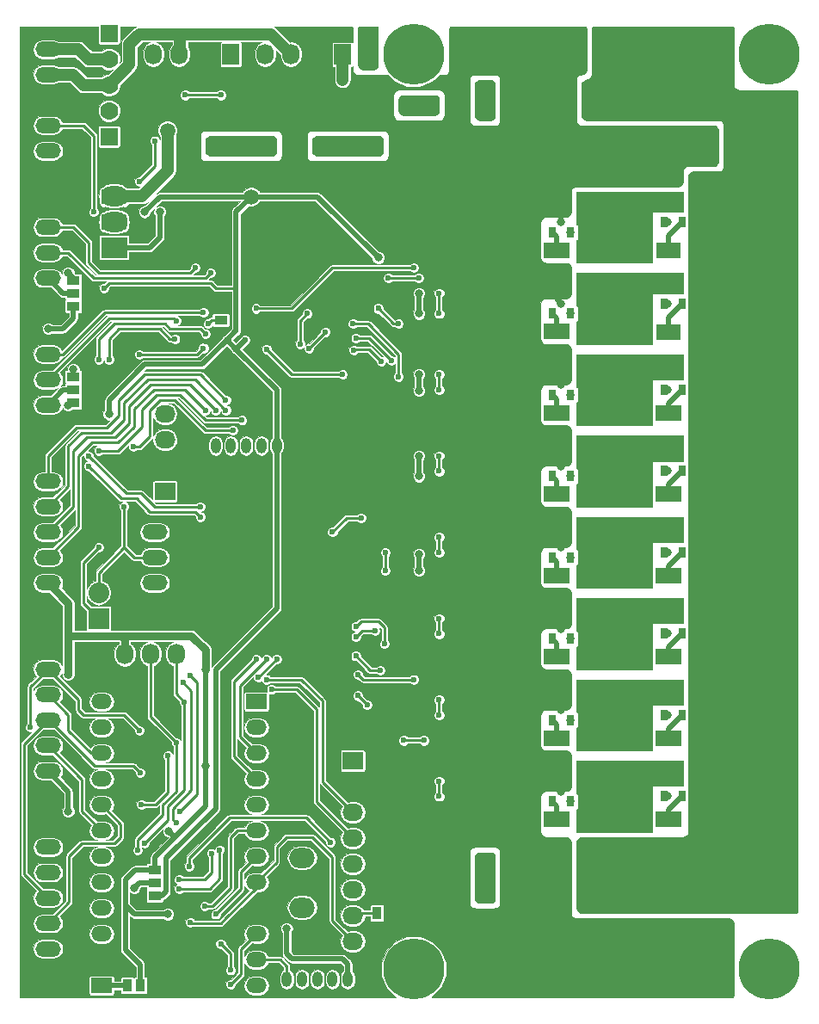
<source format=gbr>
G04 #@! TF.FileFunction,Copper,L2,Bot,Signal*
%FSLAX46Y46*%
G04 Gerber Fmt 4.6, Leading zero omitted, Abs format (unit mm)*
G04 Created by KiCad (PCBNEW 4.0.6) date 08/21/17 17:22:48*
%MOMM*%
%LPD*%
G01*
G04 APERTURE LIST*
%ADD10C,0.100000*%
%ADD11O,2.500000X1.500000*%
%ADD12O,1.000000X1.524000*%
%ADD13R,1.300000X1.300000*%
%ADD14C,1.300000*%
%ADD15R,0.800000X1.000000*%
%ADD16R,2.499360X1.501140*%
%ADD17R,7.000240X7.000240*%
%ADD18R,2.400000X1.500000*%
%ADD19R,0.965200X1.270000*%
%ADD20R,2.032000X1.727200*%
%ADD21O,2.032000X1.727200*%
%ADD22O,2.499360X1.998980*%
%ADD23R,1.727200X2.032000*%
%ADD24O,1.727200X2.032000*%
%ADD25R,1.270000X0.965200*%
%ADD26R,2.600000X2.000000*%
%ADD27O,2.600000X2.000000*%
%ADD28R,2.032000X1.500000*%
%ADD29O,2.032000X1.500000*%
%ADD30R,2.032000X2.032000*%
%ADD31O,2.032000X2.032000*%
%ADD32C,1.770000*%
%ADD33R,1.770000X1.770000*%
%ADD34R,1.800000X1.600000*%
%ADD35C,6.000000*%
%ADD36C,0.600000*%
%ADD37C,0.800000*%
%ADD38C,1.500000*%
%ADD39C,0.250000*%
%ADD40C,0.500000*%
%ADD41C,1.200000*%
%ADD42C,0.800000*%
%ADD43C,0.026000*%
G04 APERTURE END LIST*
D10*
D11*
X3000000Y-2500000D03*
X3000000Y-5000000D03*
D12*
X34000000Y-94000000D03*
X32500000Y-94000000D03*
X31000000Y-94000000D03*
X29500000Y-94000000D03*
X28000000Y-94000000D03*
X26500000Y-94000000D03*
D13*
X67000000Y-7000000D03*
D14*
X67000000Y-12000000D03*
D12*
X27000000Y-41500000D03*
X25500000Y-41500000D03*
X24000000Y-41500000D03*
X22500000Y-41500000D03*
X21000000Y-41500000D03*
X19500000Y-41500000D03*
D15*
X65400000Y-19500000D03*
X63600000Y-19500000D03*
X52600000Y-20500000D03*
X54400000Y-20500000D03*
X65400000Y-27500000D03*
X63600000Y-27500000D03*
X52600000Y-28500000D03*
X54400000Y-28500000D03*
X65400000Y-36000000D03*
X63600000Y-36000000D03*
X52600000Y-36500000D03*
X54400000Y-36500000D03*
X65400000Y-44000000D03*
X63600000Y-44000000D03*
X52600000Y-44500000D03*
X54400000Y-44500000D03*
X65400000Y-52000000D03*
X63600000Y-52000000D03*
X52600000Y-52500000D03*
X54400000Y-52500000D03*
X65400000Y-60000000D03*
X63600000Y-60000000D03*
X52600000Y-60500000D03*
X54400000Y-60500000D03*
D16*
X53050680Y-22275840D03*
X53050680Y-17724160D03*
D17*
X58949320Y-20000000D03*
D16*
X53050680Y-30275840D03*
X53050680Y-25724160D03*
D17*
X58949320Y-28000000D03*
D16*
X64050680Y-38275840D03*
X64050680Y-33724160D03*
D17*
X69949320Y-36000000D03*
D16*
X53050680Y-38275840D03*
X53050680Y-33724160D03*
D17*
X58949320Y-36000000D03*
D16*
X64050680Y-46275840D03*
X64050680Y-41724160D03*
D17*
X69949320Y-44000000D03*
D16*
X53050680Y-46275840D03*
X53050680Y-41724160D03*
D17*
X58949320Y-44000000D03*
D16*
X64050680Y-54275840D03*
X64050680Y-49724160D03*
D17*
X69949320Y-52000000D03*
D16*
X53050680Y-54275840D03*
X53050680Y-49724160D03*
D17*
X58949320Y-52000000D03*
D16*
X64050680Y-62275840D03*
X64050680Y-57724160D03*
D17*
X69949320Y-60000000D03*
D16*
X53050680Y-62275840D03*
X53050680Y-57724160D03*
D17*
X58949320Y-60000000D03*
D16*
X64050680Y-70275840D03*
X64050680Y-65724160D03*
D17*
X69949320Y-68000000D03*
D16*
X53050680Y-70275840D03*
X53050680Y-65724160D03*
D17*
X58949320Y-68000000D03*
D16*
X64050680Y-78275840D03*
X64050680Y-73724160D03*
D17*
X69949320Y-76000000D03*
D16*
X53050680Y-78275840D03*
X53050680Y-73724160D03*
D17*
X58949320Y-76000000D03*
D15*
X65400000Y-68000000D03*
X63600000Y-68000000D03*
X52600000Y-68500000D03*
X54400000Y-68500000D03*
X65400000Y-76000000D03*
X63600000Y-76000000D03*
X52600000Y-76500000D03*
X54400000Y-76500000D03*
D18*
X64050000Y-22300000D03*
X64050000Y-17700000D03*
D17*
X69949320Y-20000000D03*
D18*
X64050000Y-30300000D03*
X64050000Y-25700000D03*
D17*
X69949320Y-28000000D03*
D19*
X35365000Y-87500000D03*
X36635000Y-87500000D03*
D20*
X33000000Y-72500000D03*
D21*
X33000000Y-75040000D03*
X33000000Y-77580000D03*
X33000000Y-80120000D03*
X33000000Y-82660000D03*
X33000000Y-85200000D03*
X33000000Y-87740000D03*
X33000000Y-90280000D03*
D22*
X28000000Y-86940940D03*
X28000000Y-82059060D03*
D20*
X14500000Y-46000000D03*
D21*
X14500000Y-43460000D03*
X14500000Y-40920000D03*
X14500000Y-38380000D03*
D13*
X67000000Y-84000000D03*
D14*
X67000000Y-89000000D03*
D13*
X46000000Y-7000000D03*
D14*
X46000000Y-12000000D03*
D13*
X46000000Y-84000000D03*
D14*
X46000000Y-89000000D03*
D13*
X56500000Y-84000000D03*
D14*
X56500000Y-89000000D03*
D13*
X56500000Y-7000000D03*
D14*
X56500000Y-12000000D03*
D23*
X21000000Y-3000000D03*
D24*
X18460000Y-3000000D03*
X15920000Y-3000000D03*
X13380000Y-3000000D03*
D23*
X32000000Y-3000000D03*
D24*
X29460000Y-3000000D03*
X26920000Y-3000000D03*
X24380000Y-3000000D03*
D25*
X13500000Y-83230000D03*
X13500000Y-84500000D03*
X13500000Y-85770000D03*
D26*
X9500000Y-22000000D03*
D27*
X9500000Y-19460000D03*
X9500000Y-16920000D03*
X9500000Y-14380000D03*
D19*
X10810000Y-94615000D03*
X12080000Y-94615000D03*
D28*
X8270000Y-94615000D03*
D29*
X8270000Y-92075000D03*
X8270000Y-89535000D03*
X8270000Y-86995000D03*
X8270000Y-84455000D03*
X8270000Y-81915000D03*
X8270000Y-79375000D03*
X8270000Y-76835000D03*
X8270000Y-74295000D03*
X8270000Y-71755000D03*
X8270000Y-69215000D03*
X8270000Y-66675000D03*
D28*
X23510000Y-66675000D03*
D29*
X23510000Y-69215000D03*
X23510000Y-71755000D03*
X23510000Y-74295000D03*
X23510000Y-76835000D03*
X23510000Y-79375000D03*
X23510000Y-81915000D03*
X23510000Y-84455000D03*
X23510000Y-86995000D03*
X23510000Y-89535000D03*
X23510000Y-92075000D03*
X23510000Y-94615000D03*
D30*
X8000000Y-58500000D03*
D31*
X8000000Y-55960000D03*
D11*
X13500000Y-50000000D03*
X13500000Y-52500000D03*
X13500000Y-55000000D03*
X13500000Y-57500000D03*
D32*
X9000000Y-3460000D03*
X9000000Y-6000000D03*
X9000000Y-8540000D03*
D33*
X9000000Y-11080000D03*
X9000000Y-920000D03*
D11*
X3000000Y-10000000D03*
X3000000Y-12500000D03*
X3000000Y-15000000D03*
X3000000Y-45000000D03*
X3000000Y-47500000D03*
X3000000Y-50000000D03*
X3000000Y-52500000D03*
X3000000Y-55000000D03*
X3000000Y-57500000D03*
X3000000Y-63500000D03*
X3000000Y-66000000D03*
X3000000Y-68500000D03*
X3000000Y-71000000D03*
X3000000Y-73500000D03*
X3000000Y-76000000D03*
X3000000Y-81000000D03*
X3000000Y-83500000D03*
X3000000Y-86000000D03*
X3000000Y-88500000D03*
X3000000Y-91000000D03*
X3000000Y-93500000D03*
X3000000Y-20000000D03*
X3000000Y-22500000D03*
X3000000Y-25000000D03*
X3000000Y-27500000D03*
X3000000Y-32500000D03*
X3000000Y-35000000D03*
X3000000Y-37500000D03*
X3000000Y-40000000D03*
D25*
X20000000Y-29135000D03*
X20000000Y-27865000D03*
D23*
X8000000Y-62000000D03*
D24*
X10540000Y-62000000D03*
X13080000Y-62000000D03*
X15620000Y-62000000D03*
D25*
X5500000Y-27770000D03*
X5500000Y-26500000D03*
X5500000Y-25230000D03*
X5500000Y-34730000D03*
X5500000Y-36000000D03*
X5500000Y-37270000D03*
D34*
X61500000Y-7900000D03*
X61500000Y-11100000D03*
X64500000Y-7900000D03*
X64500000Y-11100000D03*
X58500000Y-7900000D03*
X58500000Y-11100000D03*
D35*
X74000000Y-3000000D03*
X74000000Y-93000000D03*
X39000000Y-93000000D03*
X39000000Y-3000000D03*
D36*
X36000000Y-66000000D03*
D37*
X28000000Y-18000000D03*
D36*
X40000000Y-21500000D03*
X41000000Y-10000000D03*
X40500000Y-79500000D03*
X41000000Y-83500000D03*
X41000000Y-88000000D03*
X11000000Y-6000000D03*
X11000000Y-11000000D03*
X23500000Y-8000000D03*
X19000000Y-8000000D03*
X37500000Y-22000000D03*
D37*
X20500000Y-72000000D03*
D36*
X41000000Y-18000000D03*
X41000000Y-85500000D03*
X40500000Y-68000000D03*
X40500000Y-63500000D03*
X40500000Y-56000000D03*
X40500000Y-47500000D03*
X40500000Y-31500000D03*
X40500000Y-34500000D03*
X40500000Y-26500000D03*
X41000000Y-13500000D03*
X41000000Y-15500000D03*
X41000000Y-20500000D03*
X40000000Y-24000000D03*
X40500000Y-28500000D03*
X40500000Y-36000000D03*
X30000000Y-28000000D03*
X30000000Y-26000000D03*
X14000000Y-68000000D03*
X14000000Y-63500000D03*
X32000000Y-36900000D03*
X31000000Y-68000000D03*
D37*
X7500000Y-38500000D03*
D36*
X40000000Y-74000000D03*
X40000000Y-71500000D03*
X38000000Y-71500000D03*
D37*
X22500000Y-4000000D03*
D36*
X25500000Y-34500000D03*
X25000000Y-27000000D03*
X25000000Y-26000000D03*
X28000000Y-26000000D03*
X6500000Y-18000000D03*
X6500000Y-20000000D03*
X11000000Y-23500000D03*
X16000000Y-26500000D03*
X15000000Y-26500000D03*
D37*
X15500000Y-83185000D03*
D36*
X13000000Y-26500000D03*
X17500000Y-41000000D03*
X40500000Y-66500000D03*
D37*
X33200000Y-55600000D03*
X36500000Y-55600000D03*
D36*
X8500000Y-14000000D03*
X10500000Y-14000000D03*
X10500000Y-15000000D03*
X8500000Y-15000000D03*
X7500000Y-500000D03*
X500000Y-500000D03*
X500000Y-13000000D03*
X6500000Y-50000000D03*
X9500000Y-51500000D03*
X5000000Y-52000000D03*
X5500000Y-56000000D03*
X7000000Y-47500000D03*
X31000000Y-77000000D03*
X25000000Y-80500000D03*
X26500000Y-79000000D03*
X24500000Y-37500000D03*
X19000000Y-34000000D03*
X22000000Y-34000000D03*
X41000000Y-81500000D03*
X41000000Y-90000000D03*
X41000000Y-77000000D03*
X40500000Y-53500000D03*
X40500000Y-58900000D03*
X40500000Y-42500000D03*
X40500000Y-39000000D03*
X40500000Y-51000000D03*
X40500000Y-44000000D03*
X40500000Y-61000000D03*
D37*
X37000000Y-40000000D03*
D36*
X27000000Y-49000000D03*
D37*
X31500000Y-51500000D03*
X11000000Y-43500000D03*
D36*
X12000000Y-75000000D03*
X12000000Y-68000000D03*
X12000000Y-71500000D03*
D38*
X29000000Y-7000000D03*
X28000000Y-84500000D03*
D37*
X12080000Y-90170000D03*
X23000000Y-30000000D03*
X53000000Y-3000000D03*
X52000000Y-3000000D03*
X51000000Y-3000000D03*
X50000000Y-3000000D03*
X49000000Y-3000000D03*
X48000000Y-3000000D03*
X47000000Y-3000000D03*
X46000000Y-3000000D03*
X45000000Y-3000000D03*
X44000000Y-3000000D03*
X43000000Y-3000000D03*
X43000000Y-4000000D03*
X44000000Y-4000000D03*
X45000000Y-4000000D03*
X46000000Y-4000000D03*
X47000000Y-4000000D03*
X48000000Y-4000000D03*
X54000000Y-4000000D03*
X55000000Y-4000000D03*
X55000000Y-3000000D03*
X55000000Y-2000000D03*
X55000000Y-1000000D03*
X54000000Y-1000000D03*
X53000000Y-1000000D03*
X52000000Y-1000000D03*
X51000000Y-1000000D03*
X50000000Y-1000000D03*
X49000000Y-1000000D03*
X48000000Y-1000000D03*
X47000000Y-1000000D03*
X46000000Y-1000000D03*
X45000000Y-1000000D03*
X44000000Y-1000000D03*
X43000000Y-1000000D03*
X54000000Y-3000000D03*
X54000000Y-2000000D03*
X53000000Y-2000000D03*
X52000000Y-2000000D03*
X51000000Y-2000000D03*
X50000000Y-2000000D03*
X49000000Y-2000000D03*
X48000000Y-2000000D03*
X47000000Y-2000000D03*
X46000000Y-2000000D03*
X45000000Y-2000000D03*
X44000000Y-2000000D03*
X43000000Y-2000000D03*
X53000000Y-4000000D03*
X52000000Y-4000000D03*
X51000000Y-4000000D03*
X50000000Y-4000000D03*
X49000000Y-4000000D03*
X53600000Y-72000000D03*
X53600000Y-64000000D03*
X53600000Y-56000000D03*
X53600000Y-48000000D03*
X53600000Y-40000000D03*
X53600000Y-32000000D03*
X53600000Y-24000000D03*
X50500000Y-80000000D03*
X53500000Y-75500000D03*
X53500000Y-67500000D03*
X53500000Y-59500000D03*
X53500000Y-51500000D03*
X53500000Y-43500000D03*
X53500000Y-35500000D03*
X53500000Y-27500000D03*
X53500000Y-19500000D03*
D36*
X39000000Y-24000000D03*
X23500000Y-28000000D03*
D38*
X14750000Y-10500000D03*
D37*
X5000000Y-24500000D03*
X5000000Y-37500000D03*
D36*
X8500000Y-16500000D03*
X8500000Y-17500000D03*
X10500000Y-17500000D03*
X10500000Y-16500000D03*
X13500000Y-11500000D03*
D37*
X19000000Y-11500000D03*
X19000000Y-12500000D03*
X20000000Y-12500000D03*
X20000000Y-11500000D03*
X21000000Y-11500000D03*
X21000000Y-12500000D03*
X22000000Y-12500000D03*
X22000000Y-11500000D03*
X23000000Y-11500000D03*
X23000000Y-12500000D03*
X24000000Y-12500000D03*
X24000000Y-11500000D03*
X25000000Y-11500000D03*
X25000000Y-12500000D03*
X39500000Y-44500000D03*
X39500000Y-34500000D03*
X39500000Y-36100000D03*
X39500000Y-42500000D03*
X39500000Y-26500000D03*
X39500000Y-28500000D03*
X9000000Y-38400000D03*
D36*
X22400000Y-31100000D03*
X12000000Y-15500000D03*
X8500000Y-26000000D03*
D37*
X12500000Y-18500000D03*
X35500000Y-23000000D03*
D38*
X23000000Y-17000000D03*
D36*
X21500000Y-30200000D03*
D37*
X39500000Y-52200000D03*
X39500000Y-53800000D03*
D36*
X20600000Y-31100000D03*
X21500000Y-32000000D03*
D37*
X18500000Y-73000000D03*
X3000000Y-30000000D03*
X5500000Y-34000000D03*
D36*
X21000000Y-93100000D03*
D37*
X5000000Y-77500000D03*
X18500000Y-63500000D03*
D36*
X20000000Y-90500000D03*
D37*
X26500000Y-89000000D03*
X5000000Y-64000000D03*
X14800000Y-87600000D03*
X14900000Y-79400000D03*
X65000000Y-17500000D03*
X62000000Y-19000000D03*
X60000000Y-18000000D03*
X61000000Y-18000000D03*
X62000000Y-18000000D03*
X59000000Y-18000000D03*
X58000000Y-18000000D03*
X57000000Y-18000000D03*
X56000000Y-21000000D03*
X57000000Y-21000000D03*
X58000000Y-21000000D03*
X59000000Y-21000000D03*
X60000000Y-21000000D03*
X61000000Y-21000000D03*
X62000000Y-21000000D03*
X62000000Y-20000000D03*
X61000000Y-20000000D03*
X60000000Y-20000000D03*
X59000000Y-20000000D03*
X58000000Y-20000000D03*
X57000000Y-20000000D03*
X56000000Y-20000000D03*
X56000000Y-19000000D03*
X57000000Y-19000000D03*
X58000000Y-19000000D03*
X59000000Y-19000000D03*
X60000000Y-19000000D03*
X61000000Y-19000000D03*
X56000000Y-23000000D03*
X57000000Y-23000000D03*
X58000000Y-23000000D03*
X59000000Y-23000000D03*
X60000000Y-23000000D03*
X61000000Y-23000000D03*
X62000000Y-23000000D03*
X62000000Y-22000000D03*
X61000000Y-22000000D03*
X60000000Y-22000000D03*
X59000000Y-22000000D03*
X58000000Y-22000000D03*
X57000000Y-22000000D03*
X56000000Y-22000000D03*
X56000000Y-28000000D03*
X58000000Y-27000000D03*
X57000000Y-27000000D03*
X56000000Y-27000000D03*
X59000000Y-27000000D03*
X60000000Y-27000000D03*
X61000000Y-27000000D03*
X62000000Y-27000000D03*
X62000000Y-26000000D03*
X61000000Y-26000000D03*
X60000000Y-26000000D03*
X59000000Y-26000000D03*
X58000000Y-26000000D03*
X57000000Y-26000000D03*
X58000000Y-29000000D03*
X57000000Y-29000000D03*
X56000000Y-29000000D03*
X59000000Y-29000000D03*
X60000000Y-29000000D03*
X61000000Y-29000000D03*
X62000000Y-29000000D03*
X62000000Y-28000000D03*
X61000000Y-28000000D03*
X60000000Y-28000000D03*
X59000000Y-28000000D03*
X58000000Y-28000000D03*
X57000000Y-28000000D03*
X56000000Y-31000000D03*
X57000000Y-31000000D03*
X58000000Y-31000000D03*
X59000000Y-31000000D03*
X60000000Y-31000000D03*
X61000000Y-31000000D03*
X62000000Y-31000000D03*
X62000000Y-30000000D03*
X61000000Y-30000000D03*
X60000000Y-30000000D03*
X59000000Y-30000000D03*
X58000000Y-30000000D03*
X57000000Y-30000000D03*
X56000000Y-30000000D03*
X65000000Y-25500000D03*
X64000000Y-19500000D03*
X54400000Y-20500000D03*
X64000000Y-27500000D03*
X54400000Y-28500000D03*
X73000000Y-24000000D03*
X72000000Y-24000000D03*
X71000000Y-24000000D03*
X70000000Y-24000000D03*
X69000000Y-24000000D03*
X68000000Y-24000000D03*
X68000000Y-32000000D03*
X69000000Y-32000000D03*
X70000000Y-32000000D03*
X71000000Y-32000000D03*
X72000000Y-32000000D03*
X73000000Y-32000000D03*
X68000000Y-40000000D03*
X69000000Y-40000000D03*
X70000000Y-40000000D03*
X71000000Y-40000000D03*
X72000000Y-40000000D03*
X73000000Y-40000000D03*
X68000000Y-48000000D03*
X69000000Y-48000000D03*
X70000000Y-48000000D03*
X71000000Y-48000000D03*
X72000000Y-48000000D03*
X73000000Y-48000000D03*
X68000000Y-56000000D03*
X69000000Y-56000000D03*
X70000000Y-56000000D03*
X71000000Y-56000000D03*
X72000000Y-56000000D03*
X73000000Y-56000000D03*
X68000000Y-64000000D03*
X69000000Y-64000000D03*
X70000000Y-64000000D03*
X71000000Y-64000000D03*
X72000000Y-64000000D03*
X73000000Y-64000000D03*
X68000000Y-72000000D03*
X69000000Y-72000000D03*
X70000000Y-72000000D03*
X71000000Y-72000000D03*
X72000000Y-72000000D03*
X73000000Y-72000000D03*
X68000000Y-80000000D03*
X69000000Y-80000000D03*
X70000000Y-80000000D03*
X71000000Y-80000000D03*
X72000000Y-80000000D03*
X73000000Y-80000000D03*
X69000000Y-16000000D03*
X70000000Y-16000000D03*
X71000000Y-16000000D03*
X72000000Y-16000000D03*
X73000000Y-16000000D03*
X68000000Y-16000000D03*
X76000000Y-82500000D03*
X76000000Y-77500000D03*
X76000000Y-72500000D03*
X76000000Y-67500000D03*
X76000000Y-62500000D03*
X76000000Y-57500000D03*
X76000000Y-52500000D03*
X76000000Y-47500000D03*
X76000000Y-42500000D03*
X76000000Y-37500000D03*
X76000000Y-32500000D03*
X76000000Y-27500000D03*
X76000000Y-22500000D03*
X76000000Y-17500000D03*
X76000000Y-12500000D03*
X41000000Y-8500000D03*
X40000000Y-8500000D03*
X39000000Y-7500000D03*
X38000000Y-7500000D03*
X38000000Y-8500000D03*
X39000000Y-8500000D03*
X40000000Y-7500000D03*
X41000000Y-7500000D03*
X46500000Y-9000000D03*
X45500000Y-9000000D03*
X46500000Y-8000000D03*
X45500000Y-8000000D03*
X46500000Y-6000000D03*
X45500000Y-6000000D03*
X58000000Y-3000000D03*
X58000000Y-2000000D03*
X59000000Y-2000000D03*
X60000000Y-2000000D03*
X61000000Y-2000000D03*
X62000000Y-2000000D03*
X63000000Y-2000000D03*
X63000000Y-3000000D03*
X64000000Y-3000000D03*
X65000000Y-3000000D03*
X66000000Y-3000000D03*
X66000000Y-4000000D03*
X67000000Y-4000000D03*
X67000000Y-3000000D03*
X67000000Y-2000000D03*
X66000000Y-2000000D03*
X58000000Y-4000000D03*
X64000000Y-2000000D03*
X65000000Y-2000000D03*
X59000000Y-4000000D03*
X65000000Y-4000000D03*
X64000000Y-4000000D03*
X63000000Y-4000000D03*
X62000000Y-4000000D03*
X61000000Y-4000000D03*
X60000000Y-4000000D03*
X67000000Y-1000000D03*
X66000000Y-1000000D03*
X65000000Y-1000000D03*
X64000000Y-1000000D03*
X63000000Y-1000000D03*
X62000000Y-1000000D03*
X61000000Y-1000000D03*
X60000000Y-1000000D03*
X59000000Y-1000000D03*
X58000000Y-1000000D03*
X57000000Y-1000000D03*
X57000000Y-2000000D03*
X57000000Y-3000000D03*
X57000000Y-4000000D03*
X68000000Y-1000000D03*
X68000000Y-2000000D03*
X68000000Y-3000000D03*
X68000000Y-4000000D03*
X69000000Y-4000000D03*
X69000000Y-3000000D03*
X69000000Y-2000000D03*
X69000000Y-1000000D03*
X70000000Y-1000000D03*
X70000000Y-2000000D03*
X70000000Y-3000000D03*
X70000000Y-4000000D03*
X62000000Y-3000000D03*
X61000000Y-3000000D03*
X60000000Y-3000000D03*
X59000000Y-3000000D03*
D36*
X45500000Y-86000000D03*
X46500000Y-86000000D03*
X46500000Y-85000000D03*
X45500000Y-85000000D03*
X45500000Y-82000000D03*
X46500000Y-82000000D03*
X46500000Y-83000000D03*
X45500000Y-83000000D03*
D37*
X76000000Y-85000000D03*
X76000000Y-10000000D03*
X76000000Y-15000000D03*
X76000000Y-20000000D03*
X76000000Y-25000000D03*
X76000000Y-30000000D03*
X76000000Y-35000000D03*
X76000000Y-40000000D03*
X76000000Y-45000000D03*
X76000000Y-50000000D03*
X76000000Y-55000000D03*
X76000000Y-60000000D03*
X76000000Y-65000000D03*
X76000000Y-70000000D03*
X76000000Y-75000000D03*
X76000000Y-80000000D03*
X56000000Y-36000000D03*
X58000000Y-35000000D03*
X57000000Y-35000000D03*
X56000000Y-35000000D03*
X59000000Y-35000000D03*
X60000000Y-35000000D03*
X61000000Y-35000000D03*
X62000000Y-35000000D03*
X62000000Y-34000000D03*
X61000000Y-34000000D03*
X60000000Y-34000000D03*
X59000000Y-34000000D03*
X58000000Y-34000000D03*
X57000000Y-34000000D03*
X58000000Y-37000000D03*
X57000000Y-37000000D03*
X56000000Y-37000000D03*
X59000000Y-37000000D03*
X60000000Y-37000000D03*
X61000000Y-37000000D03*
X62000000Y-37000000D03*
X62000000Y-36000000D03*
X61000000Y-36000000D03*
X60000000Y-36000000D03*
X59000000Y-36000000D03*
X58000000Y-36000000D03*
X57000000Y-36000000D03*
X56000000Y-39000000D03*
X57000000Y-39000000D03*
X58000000Y-39000000D03*
X59000000Y-39000000D03*
X60000000Y-39000000D03*
X61000000Y-39000000D03*
X62000000Y-39000000D03*
X62000000Y-38000000D03*
X61000000Y-38000000D03*
X60000000Y-38000000D03*
X59000000Y-38000000D03*
X58000000Y-38000000D03*
X57000000Y-38000000D03*
X56000000Y-38000000D03*
X65000000Y-33500000D03*
X62000000Y-43000000D03*
X62000000Y-42000000D03*
X61000000Y-42000000D03*
X60000000Y-42000000D03*
X59000000Y-42000000D03*
X58000000Y-42000000D03*
X57000000Y-42000000D03*
X59000000Y-43000000D03*
X56000000Y-47000000D03*
X57000000Y-47000000D03*
X58000000Y-47000000D03*
X59000000Y-47000000D03*
X60000000Y-47000000D03*
X61000000Y-47000000D03*
X62000000Y-47000000D03*
X62000000Y-46000000D03*
X61000000Y-46000000D03*
X60000000Y-46000000D03*
X59000000Y-46000000D03*
X58000000Y-46000000D03*
X57000000Y-46000000D03*
X56000000Y-46000000D03*
X56000000Y-45000000D03*
X57000000Y-45000000D03*
X58000000Y-45000000D03*
X59000000Y-45000000D03*
X60000000Y-45000000D03*
X61000000Y-45000000D03*
X62000000Y-45000000D03*
X62000000Y-44000000D03*
X61000000Y-44000000D03*
X60000000Y-44000000D03*
X59000000Y-44000000D03*
X58000000Y-44000000D03*
X57000000Y-44000000D03*
X56000000Y-44000000D03*
X56000000Y-43000000D03*
X57000000Y-43000000D03*
X58000000Y-43000000D03*
X60000000Y-43000000D03*
X61000000Y-43000000D03*
X65000000Y-41500000D03*
X57000000Y-52000000D03*
X56000000Y-52000000D03*
X56000000Y-51000000D03*
X57000000Y-51000000D03*
X58000000Y-51000000D03*
X59000000Y-51000000D03*
X60000000Y-51000000D03*
X61000000Y-51000000D03*
X62000000Y-51000000D03*
X62000000Y-50000000D03*
X61000000Y-50000000D03*
X60000000Y-50000000D03*
X59000000Y-50000000D03*
X58000000Y-50000000D03*
X57000000Y-50000000D03*
X56000000Y-53000000D03*
X57000000Y-53000000D03*
X58000000Y-53000000D03*
X59000000Y-53000000D03*
X60000000Y-53000000D03*
X61000000Y-53000000D03*
X62000000Y-53000000D03*
X62000000Y-52000000D03*
X61000000Y-52000000D03*
X60000000Y-52000000D03*
X59000000Y-52000000D03*
X58000000Y-52000000D03*
X56000000Y-55000000D03*
X57000000Y-55000000D03*
X58000000Y-55000000D03*
X59000000Y-55000000D03*
X60000000Y-55000000D03*
X61000000Y-55000000D03*
X62000000Y-55000000D03*
X62000000Y-54000000D03*
X61000000Y-54000000D03*
X60000000Y-54000000D03*
X59000000Y-54000000D03*
X58000000Y-54000000D03*
X57000000Y-54000000D03*
X56000000Y-54000000D03*
X65000000Y-49500000D03*
X60000000Y-62000000D03*
X59000000Y-62000000D03*
X58000000Y-62000000D03*
X57000000Y-62000000D03*
X56000000Y-62000000D03*
X56000000Y-61000000D03*
X57000000Y-61000000D03*
X58000000Y-61000000D03*
X59000000Y-61000000D03*
X60000000Y-61000000D03*
X61000000Y-61000000D03*
X62000000Y-61000000D03*
X62000000Y-60000000D03*
X61000000Y-60000000D03*
X60000000Y-60000000D03*
X59000000Y-60000000D03*
X58000000Y-60000000D03*
X57000000Y-60000000D03*
X56000000Y-60000000D03*
X56000000Y-59000000D03*
X57000000Y-59000000D03*
X58000000Y-59000000D03*
X59000000Y-59000000D03*
X60000000Y-59000000D03*
X61000000Y-59000000D03*
X62000000Y-59000000D03*
X62000000Y-58000000D03*
X61000000Y-58000000D03*
X60000000Y-58000000D03*
X59000000Y-58000000D03*
X58000000Y-58000000D03*
X57000000Y-58000000D03*
X56000000Y-63000000D03*
X57000000Y-63000000D03*
X58000000Y-63000000D03*
X59000000Y-63000000D03*
X60000000Y-63000000D03*
X61000000Y-63000000D03*
X62000000Y-63000000D03*
X62000000Y-62000000D03*
X61000000Y-62000000D03*
X65000000Y-57500000D03*
X64000000Y-36000000D03*
X54400000Y-36500000D03*
X64000000Y-44000000D03*
X54400000Y-44500000D03*
X64000000Y-52000000D03*
X54400000Y-52500000D03*
X64000000Y-60000000D03*
X54400000Y-60500000D03*
X62000000Y-68000000D03*
X61000000Y-68000000D03*
X60000000Y-68000000D03*
X59000000Y-68000000D03*
X58000000Y-68000000D03*
X57000000Y-68000000D03*
X56000000Y-68000000D03*
X56000000Y-67000000D03*
X57000000Y-67000000D03*
X58000000Y-67000000D03*
X59000000Y-67000000D03*
X60000000Y-67000000D03*
X61000000Y-67000000D03*
X62000000Y-67000000D03*
X62000000Y-66000000D03*
X61000000Y-66000000D03*
X60000000Y-66000000D03*
X59000000Y-66000000D03*
X58000000Y-66000000D03*
X57000000Y-66000000D03*
X56000000Y-71000000D03*
X57000000Y-71000000D03*
X58000000Y-71000000D03*
X59000000Y-71000000D03*
X60000000Y-71000000D03*
X61000000Y-71000000D03*
X62000000Y-71000000D03*
X62000000Y-70000000D03*
X61000000Y-70000000D03*
X60000000Y-70000000D03*
X59000000Y-70000000D03*
X58000000Y-70000000D03*
X57000000Y-70000000D03*
X56000000Y-70000000D03*
X56000000Y-69000000D03*
X57000000Y-69000000D03*
X58000000Y-69000000D03*
X59000000Y-69000000D03*
X60000000Y-69000000D03*
X61000000Y-69000000D03*
X62000000Y-69000000D03*
X65000000Y-65500000D03*
X62000000Y-76000000D03*
X61000000Y-76000000D03*
X60000000Y-76000000D03*
X59000000Y-76000000D03*
X58000000Y-76000000D03*
X57000000Y-76000000D03*
X56000000Y-76000000D03*
X56000000Y-75000000D03*
X57000000Y-75000000D03*
X58000000Y-75000000D03*
X59000000Y-75000000D03*
X60000000Y-75000000D03*
X61000000Y-75000000D03*
X62000000Y-75000000D03*
X62000000Y-74000000D03*
X61000000Y-74000000D03*
X60000000Y-74000000D03*
X59000000Y-74000000D03*
X58000000Y-74000000D03*
X57000000Y-74000000D03*
X59000000Y-79000000D03*
X60000000Y-79000000D03*
X61000000Y-79000000D03*
X62000000Y-79000000D03*
X62000000Y-78000000D03*
X61000000Y-78000000D03*
X60000000Y-78000000D03*
X59000000Y-78000000D03*
X58000000Y-78000000D03*
X57000000Y-78000000D03*
X56000000Y-78000000D03*
X56000000Y-77000000D03*
X57000000Y-77000000D03*
X58000000Y-77000000D03*
X59000000Y-77000000D03*
X60000000Y-77000000D03*
X61000000Y-77000000D03*
X62000000Y-77000000D03*
X56000000Y-79000000D03*
X57000000Y-79000000D03*
X58000000Y-79000000D03*
X65000000Y-73500000D03*
X64000000Y-68000000D03*
X54400000Y-68500000D03*
X64000000Y-76000000D03*
X54400000Y-76500000D03*
D36*
X15600000Y-70700000D03*
X25000000Y-65500000D03*
X11800000Y-81300000D03*
X16410000Y-66710000D03*
X24500000Y-64500000D03*
X12500000Y-80600000D03*
X21000000Y-94500000D03*
X16300000Y-64800000D03*
X15600000Y-78600000D03*
X19100000Y-81600000D03*
X15900000Y-84200000D03*
X17000000Y-64100000D03*
X19900000Y-81300000D03*
X15900000Y-85100000D03*
X16000000Y-77500000D03*
X30800000Y-80500000D03*
X16900000Y-82900000D03*
X12000000Y-69500000D03*
X1270000Y-69215000D03*
X12065000Y-73660000D03*
X33300000Y-60300000D03*
X35200000Y-59700000D03*
X33500000Y-64000000D03*
X39000000Y-64500000D03*
X36500000Y-25000000D03*
X39500000Y-25000000D03*
X37500000Y-34700000D03*
X33000000Y-29500000D03*
X16500000Y-7000000D03*
X20000000Y-7000000D03*
X12200000Y-76800000D03*
X14800000Y-72000000D03*
X23700000Y-64300000D03*
X25500000Y-62500000D03*
X38000000Y-70500000D03*
X40000000Y-70500000D03*
X41500000Y-76000000D03*
X41500000Y-74500000D03*
X41500000Y-68000000D03*
X41500000Y-66500000D03*
X41500000Y-60000000D03*
X41500000Y-58500000D03*
X41500000Y-52000000D03*
X41500000Y-50500000D03*
X41500000Y-44000000D03*
X41500000Y-42500000D03*
X41500000Y-36000000D03*
X41500000Y-34500000D03*
X41500000Y-28500000D03*
X41500000Y-26500000D03*
X28500000Y-28500000D03*
X37500000Y-29500000D03*
X35500000Y-28000000D03*
X27800000Y-31500000D03*
X36800000Y-33100000D03*
X33300000Y-30900000D03*
X30300000Y-30300000D03*
X28700000Y-31900000D03*
X35700000Y-63600000D03*
X33300000Y-62200000D03*
X34400000Y-67000000D03*
X33500000Y-66100000D03*
X33800000Y-48600000D03*
X31000000Y-50000000D03*
X18400000Y-86800000D03*
X24500000Y-32000000D03*
X32000000Y-34500000D03*
D37*
X29500000Y-11500000D03*
X29500000Y-12500000D03*
X30500000Y-12500000D03*
X30500000Y-11500000D03*
X31500000Y-11500000D03*
X31500000Y-12500000D03*
X32500000Y-12500000D03*
X32500000Y-11500000D03*
X33500000Y-11500000D03*
X33500000Y-12500000D03*
X34500000Y-12500000D03*
X34500000Y-11500000D03*
X35500000Y-11500000D03*
X35500000Y-12500000D03*
D36*
X19500000Y-87600000D03*
X16999592Y-88400000D03*
X8500000Y-19000000D03*
X10500000Y-19000000D03*
X10500000Y-20000000D03*
X8500000Y-20000000D03*
X8500000Y-21500000D03*
X10500000Y-21500000D03*
X10500000Y-22500000D03*
X8500000Y-22500000D03*
D37*
X14000000Y-18500000D03*
X11500000Y-85000000D03*
X35000000Y-1000000D03*
X35000000Y-2000000D03*
X35000000Y-3000000D03*
X35000000Y-4000000D03*
X34000000Y-4000000D03*
X34000000Y-3000000D03*
X34000000Y-2000000D03*
X34000000Y-1000000D03*
D36*
X7500000Y-18500000D03*
X8000000Y-51500000D03*
X10500000Y-47500000D03*
X22100000Y-39000000D03*
X8000000Y-42000000D03*
X11400000Y-41600000D03*
X21200000Y-40000000D03*
X18500000Y-38000000D03*
X19500000Y-38000000D03*
X20500000Y-38000000D03*
X20500000Y-37000000D03*
X19000000Y-24500000D03*
X17500000Y-24000000D03*
X18300000Y-28400000D03*
X15600000Y-29200000D03*
X24500000Y-62500000D03*
X23500000Y-62500000D03*
X9000000Y-33000000D03*
X15500000Y-31000000D03*
X18000000Y-47500000D03*
X7000000Y-42500000D03*
X8000000Y-33000000D03*
X18500000Y-30500000D03*
X18000000Y-48500000D03*
X7000000Y-43500000D03*
X12000000Y-32500000D03*
X18300000Y-31900000D03*
X18750000Y-29500000D03*
X33100000Y-32100000D03*
X35800000Y-33200000D03*
X33300000Y-59300000D03*
X36100000Y-61000000D03*
X36200000Y-52000000D03*
X36200000Y-53800000D03*
D39*
X36500000Y-66500000D02*
X36000000Y-66000000D01*
X40500000Y-66500000D02*
X36500000Y-66500000D01*
D40*
X22500000Y-23500000D02*
X22500000Y-29500000D01*
X28000000Y-18000000D02*
X22500000Y-23500000D01*
D39*
X41000000Y-79500000D02*
X40500000Y-79500000D01*
X11750000Y-11000000D02*
X11000000Y-11000000D01*
X11000000Y-6000000D02*
X11000000Y-11000000D01*
X11750000Y-11000000D02*
X12000000Y-11000000D01*
X12000000Y-11000000D02*
X11750000Y-11000000D01*
X23500000Y-8000000D02*
X21500000Y-8000000D01*
D41*
X20500000Y-8750000D02*
X13000000Y-8750000D01*
X11750000Y-12130000D02*
X9500000Y-14380000D01*
X11750000Y-10000000D02*
X11750000Y-11000000D01*
X11750000Y-11000000D02*
X11750000Y-12130000D01*
X13000000Y-8750000D02*
X11750000Y-10000000D01*
D39*
X40000000Y-22000000D02*
X37500000Y-22000000D01*
D41*
X20500000Y-8750000D02*
X20750000Y-8750000D01*
D42*
X29000000Y-7000000D02*
X34000000Y-7000000D01*
X34000000Y-7000000D02*
X39000000Y-12000000D01*
D41*
X20750000Y-8750000D02*
X21500000Y-8000000D01*
X21500000Y-8000000D02*
X21500000Y-5500000D01*
D39*
X40500000Y-36000000D02*
X40500000Y-34500000D01*
X40500000Y-31500000D02*
X40500000Y-34500000D01*
X40500000Y-28500000D02*
X40500000Y-26500000D01*
X40500000Y-24500000D02*
X40500000Y-26500000D01*
X41000000Y-20500000D02*
X40000000Y-21500000D01*
X41000000Y-13500000D02*
X41000000Y-15500000D01*
X40000000Y-21500000D02*
X40000000Y-22000000D01*
X40000000Y-22000000D02*
X40000000Y-24000000D01*
X40000000Y-24000000D02*
X40500000Y-24500000D01*
X30000000Y-26000000D02*
X30000000Y-28000000D01*
X14000000Y-63500000D02*
X14000000Y-68000000D01*
X32000000Y-36900000D02*
X27000000Y-36900000D01*
X27000000Y-36900000D02*
X27100000Y-36900000D01*
X27100000Y-36900000D02*
X27000000Y-36900000D01*
D40*
X3000000Y-40000000D02*
X4000000Y-39000000D01*
X4000000Y-39000000D02*
X7000000Y-39000000D01*
X7000000Y-39000000D02*
X7500000Y-38500000D01*
D39*
X40000000Y-71500000D02*
X40500000Y-71500000D01*
X40000000Y-74000000D02*
X40500000Y-74500000D01*
X38000000Y-71500000D02*
X40000000Y-71500000D01*
D42*
X46000000Y-12000000D02*
X39000000Y-12000000D01*
D39*
X22500000Y-5500000D02*
X22500000Y-4000000D01*
D40*
X27000000Y-41500000D02*
X27000000Y-36900000D01*
X27000000Y-36900000D02*
X27000000Y-36000000D01*
X27000000Y-36000000D02*
X25500000Y-34500000D01*
D42*
X3000000Y-15000000D02*
X1000000Y-17000000D01*
X3000000Y-27500000D02*
X1000000Y-27500000D01*
X3000000Y-40000000D02*
X1000000Y-40000000D01*
X1000000Y-17000000D02*
X1000000Y-27500000D01*
X1000000Y-27500000D02*
X1000000Y-40000000D01*
X1000000Y-40000000D02*
X1000000Y-55500000D01*
X1000000Y-55500000D02*
X3000000Y-57500000D01*
D39*
X28000000Y-26000000D02*
X25000000Y-26000000D01*
X6500000Y-20000000D02*
X7500000Y-21000000D01*
X5500000Y-15000000D02*
X6500000Y-16000000D01*
X6500000Y-16000000D02*
X6500000Y-18000000D01*
X3000000Y-15000000D02*
X5500000Y-15000000D01*
X8000000Y-23500000D02*
X11000000Y-23500000D01*
X7500000Y-23000000D02*
X8000000Y-23500000D01*
X7500000Y-21000000D02*
X7500000Y-23000000D01*
D40*
X20500000Y-64000000D02*
X27000000Y-57500000D01*
X20500000Y-68000000D02*
X20500000Y-64000000D01*
X20500000Y-68000000D02*
X20500000Y-71500000D01*
X15500000Y-83185000D02*
X15500000Y-82500000D01*
X20500000Y-77500000D02*
X20500000Y-72000000D01*
X20500000Y-72000000D02*
X20500000Y-71500000D01*
X15500000Y-82500000D02*
X20500000Y-77500000D01*
D39*
X20000000Y-27865000D02*
X20000000Y-27000000D01*
X19500000Y-26500000D02*
X16000000Y-26500000D01*
X16000000Y-26500000D02*
X15000000Y-26500000D01*
X15000000Y-26500000D02*
X13000000Y-26500000D01*
X20000000Y-27000000D02*
X19500000Y-26500000D01*
X14500000Y-43460000D02*
X16540000Y-43460000D01*
X17500000Y-42500000D02*
X17500000Y-41000000D01*
X16540000Y-43460000D02*
X17500000Y-42500000D01*
X41500000Y-69500000D02*
X41500000Y-70500000D01*
X40500000Y-66500000D02*
X40500000Y-68000000D01*
X40500000Y-68000000D02*
X40500000Y-68500000D01*
X40500000Y-68500000D02*
X41500000Y-69500000D01*
X41500000Y-70500000D02*
X40500000Y-71500000D01*
D40*
X36500000Y-55600000D02*
X33200000Y-55600000D01*
D39*
X8500000Y-14000000D02*
X10500000Y-14000000D01*
X10500000Y-15000000D02*
X8500000Y-15000000D01*
X3000000Y-15000000D02*
X2500000Y-15000000D01*
X2500000Y-15000000D02*
X500000Y-13000000D01*
X500000Y-500000D02*
X7500000Y-500000D01*
X6500000Y-50000000D02*
X8000000Y-50000000D01*
X8000000Y-50000000D02*
X9500000Y-51500000D01*
X6500000Y-50000000D02*
X7000000Y-49500000D01*
X5000000Y-51500000D02*
X6500000Y-50000000D01*
X5000000Y-55500000D02*
X5000000Y-52000000D01*
X5500000Y-56000000D02*
X5000000Y-55500000D01*
X5000000Y-52000000D02*
X5000000Y-51500000D01*
X7000000Y-49500000D02*
X7000000Y-47500000D01*
X26500000Y-79000000D02*
X25000000Y-80500000D01*
X22000000Y-34000000D02*
X19000000Y-34000000D01*
X41000000Y-77000000D02*
X41000000Y-79500000D01*
X41000000Y-79500000D02*
X41000000Y-81500000D01*
X40500000Y-74500000D02*
X40500000Y-76500000D01*
X40500000Y-76500000D02*
X41000000Y-77000000D01*
X40500000Y-58900000D02*
X40500000Y-61000000D01*
X40500000Y-42500000D02*
X40500000Y-44000000D01*
X38500000Y-39000000D02*
X40500000Y-39000000D01*
X40500000Y-42500000D02*
X40500000Y-39000000D01*
X40500000Y-51000000D02*
X40500000Y-53500000D01*
X37500000Y-40000000D02*
X38500000Y-39000000D01*
X37500000Y-40000000D02*
X37000000Y-40000000D01*
D40*
X27000000Y-55500000D02*
X27000000Y-57500000D01*
X27000000Y-57500000D02*
X27000000Y-62500000D01*
X27000000Y-62500000D02*
X31000000Y-66500000D01*
X31000000Y-66500000D02*
X31000000Y-68000000D01*
X33000000Y-75040000D02*
X31540000Y-75040000D01*
X31540000Y-75040000D02*
X31000000Y-74500000D01*
X31000000Y-74500000D02*
X31000000Y-68000000D01*
X32000000Y-41500000D02*
X35500000Y-41500000D01*
X35500000Y-41500000D02*
X37000000Y-40000000D01*
X32000000Y-41500000D02*
X27000000Y-41500000D01*
X31500000Y-51500000D02*
X28500000Y-51500000D01*
X28500000Y-51500000D02*
X27000000Y-50000000D01*
X27000000Y-55500000D02*
X27000000Y-50000000D01*
X27000000Y-50000000D02*
X27000000Y-49000000D01*
X27000000Y-49000000D02*
X27000000Y-41500000D01*
X11000000Y-43500000D02*
X14460000Y-43500000D01*
X14460000Y-43500000D02*
X14500000Y-43460000D01*
D42*
X1000000Y-55500000D02*
X3000000Y-57500000D01*
D40*
X23000000Y-30000000D02*
X22500000Y-29500000D01*
X25500000Y-34500000D02*
X23500000Y-32500000D01*
X23500000Y-30500000D02*
X23000000Y-30000000D01*
X23500000Y-30500000D02*
X23500000Y-32500000D01*
X17500000Y-90170000D02*
X18170000Y-89500000D01*
X18170000Y-89500000D02*
X21005000Y-89500000D01*
X23510000Y-86995000D02*
X21005000Y-89500000D01*
X17500000Y-90170000D02*
X12080000Y-90170000D01*
D39*
X13000000Y-72500000D02*
X12000000Y-71500000D01*
X13000000Y-74000000D02*
X13000000Y-72500000D01*
X12000000Y-75000000D02*
X13000000Y-74000000D01*
X12000000Y-68000000D02*
X13000000Y-69000000D01*
X13000000Y-69000000D02*
X13000000Y-70500000D01*
X13000000Y-70500000D02*
X12000000Y-71500000D01*
D41*
X29000000Y-5500000D02*
X29000000Y-7000000D01*
X18460000Y-3000000D02*
X18460000Y-4960000D01*
X18460000Y-4960000D02*
X19000000Y-5500000D01*
X19000000Y-5500000D02*
X21500000Y-5500000D01*
X21500000Y-5500000D02*
X22500000Y-5500000D01*
X29460000Y-5040000D02*
X29460000Y-3000000D01*
X29000000Y-5500000D02*
X29460000Y-5040000D01*
X22500000Y-5500000D02*
X29000000Y-5500000D01*
D40*
X36635000Y-87500000D02*
X36635000Y-78675000D01*
X36635000Y-78675000D02*
X33000000Y-75040000D01*
X34000000Y-94000000D02*
X34000000Y-92000000D01*
X36635000Y-89365000D02*
X36635000Y-87500000D01*
X34000000Y-92000000D02*
X36635000Y-89365000D01*
D39*
X23510000Y-86995000D02*
X26005000Y-84500000D01*
X26005000Y-84500000D02*
X28000000Y-84500000D01*
D40*
X48000000Y-4000000D02*
X48000000Y-10000000D01*
X48000000Y-10000000D02*
X46000000Y-12000000D01*
X53000000Y-3000000D02*
X52000000Y-3000000D01*
X51000000Y-3000000D02*
X50000000Y-3000000D01*
X49000000Y-3000000D02*
X48000000Y-3000000D01*
X47000000Y-3000000D02*
X46000000Y-3000000D01*
X45000000Y-3000000D02*
X44000000Y-3000000D01*
X43000000Y-3000000D02*
X43000000Y-4000000D01*
X44000000Y-4000000D02*
X45000000Y-4000000D01*
X46000000Y-4000000D02*
X47000000Y-4000000D01*
X43000000Y-1000000D02*
X43000000Y-2000000D01*
X54000000Y-4000000D02*
X55000000Y-4000000D01*
X55000000Y-3000000D02*
X55000000Y-2000000D01*
X55000000Y-1000000D02*
X54000000Y-1000000D01*
X53000000Y-1000000D02*
X52000000Y-1000000D01*
X51000000Y-1000000D02*
X50000000Y-1000000D01*
X49000000Y-1000000D02*
X48000000Y-1000000D01*
X47000000Y-1000000D02*
X46000000Y-1000000D01*
X45000000Y-1000000D02*
X44000000Y-1000000D01*
X54000000Y-2000000D02*
X54000000Y-3000000D01*
X52000000Y-2000000D02*
X53000000Y-2000000D01*
X50000000Y-2000000D02*
X51000000Y-2000000D01*
X48000000Y-2000000D02*
X49000000Y-2000000D01*
X46000000Y-2000000D02*
X47000000Y-2000000D01*
X44000000Y-2000000D02*
X45000000Y-2000000D01*
X52000000Y-4000000D02*
X53000000Y-4000000D01*
X50000000Y-4000000D02*
X51000000Y-4000000D01*
X48000000Y-4000000D02*
X49000000Y-4000000D01*
X53050680Y-73724160D02*
X53050680Y-72549320D01*
X53050680Y-72549320D02*
X53600000Y-72000000D01*
X53050680Y-65724160D02*
X53050680Y-64549320D01*
X53050680Y-64549320D02*
X53600000Y-64000000D01*
X53050680Y-57724160D02*
X53050680Y-56549320D01*
X53050680Y-56549320D02*
X53600000Y-56000000D01*
X53050680Y-49724160D02*
X53050680Y-48549320D01*
X53050680Y-48549320D02*
X53600000Y-48000000D01*
X53050680Y-42449320D02*
X53050680Y-40549320D01*
X53050680Y-40549320D02*
X53600000Y-40000000D01*
X53050680Y-42449320D02*
X53000000Y-42500000D01*
X53000000Y-42500000D02*
X53050680Y-42500000D01*
X53050680Y-33724160D02*
X53050680Y-32549320D01*
X53050680Y-32549320D02*
X53600000Y-32000000D01*
X53050680Y-25724160D02*
X53050680Y-24549320D01*
X53050680Y-24549320D02*
X53600000Y-24000000D01*
X53050680Y-73724160D02*
X51275840Y-73724160D01*
X50500000Y-74500000D02*
X50500000Y-80000000D01*
X51275840Y-73724160D02*
X50500000Y-74500000D01*
X53050680Y-73724160D02*
X53050680Y-75050680D01*
X53050680Y-75050680D02*
X53500000Y-75500000D01*
X53050680Y-65724160D02*
X53050680Y-67050680D01*
X53050680Y-67050680D02*
X53500000Y-67500000D01*
X53050680Y-57724160D02*
X53050680Y-59050680D01*
X53050680Y-59050680D02*
X53500000Y-59500000D01*
X53050680Y-49724160D02*
X53050680Y-51050680D01*
X53050680Y-51050680D02*
X53500000Y-51500000D01*
X53050680Y-41724160D02*
X53050680Y-42500000D01*
X53050680Y-42500000D02*
X53050680Y-43050680D01*
X53050680Y-43050680D02*
X53500000Y-43500000D01*
X53050680Y-33724160D02*
X53050680Y-35050680D01*
X53050680Y-35050680D02*
X53500000Y-35500000D01*
X53050680Y-25724160D02*
X53050680Y-27050680D01*
X53050680Y-27050680D02*
X53500000Y-27500000D01*
X53500000Y-19500000D02*
X53500000Y-18173480D01*
X53050680Y-17724160D02*
X53500000Y-18173480D01*
D39*
X31000000Y-24000000D02*
X39000000Y-24000000D01*
X27000000Y-28000000D02*
X31000000Y-24000000D01*
X23500000Y-28000000D02*
X27000000Y-28000000D01*
D41*
X9500000Y-16920000D02*
X12280000Y-16920000D01*
X14800000Y-10450000D02*
X14750000Y-10500000D01*
X14800000Y-14400000D02*
X14800000Y-10450000D01*
X12280000Y-16920000D02*
X14800000Y-14400000D01*
D40*
X5500000Y-25230000D02*
X5500000Y-25000000D01*
X5500000Y-25000000D02*
X5000000Y-24500000D01*
X5000000Y-37500000D02*
X5230000Y-37270000D01*
X5230000Y-37270000D02*
X5500000Y-37270000D01*
D39*
X8500000Y-16500000D02*
X8500000Y-17500000D01*
X10500000Y-17500000D02*
X10500000Y-16500000D01*
D40*
X23000000Y-17000000D02*
X29500000Y-17000000D01*
X29500000Y-17000000D02*
X35500000Y-23000000D01*
D39*
X13500000Y-14000000D02*
X12000000Y-15500000D01*
X13500000Y-11500000D02*
X13500000Y-14000000D01*
X19000000Y-11500000D02*
X19000000Y-12500000D01*
X20000000Y-12500000D02*
X20000000Y-11500000D01*
X21000000Y-11500000D02*
X21000000Y-12500000D01*
X22000000Y-12500000D02*
X22000000Y-11500000D01*
X23000000Y-11500000D02*
X23000000Y-12500000D01*
X24000000Y-12500000D02*
X24000000Y-11500000D01*
X25000000Y-11500000D02*
X25000000Y-12500000D01*
D40*
X14600000Y-85400000D02*
X14600000Y-82100000D01*
X14600000Y-82100000D02*
X19500000Y-77200000D01*
X19500000Y-77200000D02*
X19500000Y-63500000D01*
X21500000Y-30200000D02*
X21500000Y-18500000D01*
X21500000Y-18500000D02*
X23000000Y-17000000D01*
X39500000Y-44500000D02*
X39500000Y-42500000D01*
X39500000Y-34500000D02*
X39500000Y-36100000D01*
X39500000Y-28500000D02*
X39500000Y-26500000D01*
X18200000Y-33500000D02*
X20600000Y-31100000D01*
X12500000Y-33500000D02*
X18200000Y-33500000D01*
X9000000Y-37000000D02*
X12500000Y-33500000D01*
X9000000Y-38400000D02*
X9000000Y-37000000D01*
X25500000Y-41500000D02*
X25500000Y-57500000D01*
X25500000Y-57500000D02*
X19500000Y-63500000D01*
X21500000Y-32000000D02*
X22400000Y-31100000D01*
X14600000Y-85400000D02*
X14230000Y-85770000D01*
X13500000Y-85770000D02*
X14230000Y-85770000D01*
D39*
X8500000Y-26000000D02*
X9000000Y-25500000D01*
X9000000Y-25500000D02*
X19000000Y-25500000D01*
X19000000Y-25500000D02*
X19500000Y-26000000D01*
X19500000Y-26000000D02*
X21500000Y-26000000D01*
D40*
X14000000Y-17000000D02*
X17500000Y-17000000D01*
X17500000Y-17000000D02*
X23000000Y-17000000D01*
X12500000Y-18500000D02*
X14000000Y-17000000D01*
X21500000Y-30200000D02*
X21500000Y-26000000D01*
X21500000Y-18500000D02*
X23000000Y-17000000D01*
X20600000Y-31100000D02*
X21500000Y-30200000D01*
X21500000Y-32000000D02*
X25500000Y-36000000D01*
X25500000Y-36000000D02*
X25500000Y-41500000D01*
X39500000Y-53800000D02*
X39500000Y-52200000D01*
X20600000Y-31100000D02*
X21500000Y-32000000D01*
D41*
X32000000Y-3000000D02*
X32000000Y-5500000D01*
D40*
X13500000Y-82000000D02*
X18500000Y-77000000D01*
X18500000Y-77000000D02*
X18500000Y-73000000D01*
X18500000Y-73000000D02*
X18500000Y-72000000D01*
D42*
X10200000Y-60200000D02*
X17100000Y-60200000D01*
X18500000Y-61600000D02*
X18500000Y-63500000D01*
X17100000Y-60200000D02*
X18500000Y-61600000D01*
X10540000Y-62000000D02*
X10540000Y-60540000D01*
X10200000Y-60200000D02*
X5200000Y-60200000D01*
X5200000Y-60200000D02*
X5000000Y-60000000D01*
X10540000Y-60540000D02*
X10200000Y-60200000D01*
D40*
X5500000Y-27770000D02*
X5500000Y-29000000D01*
X4500000Y-30000000D02*
X5500000Y-29000000D01*
X4500000Y-30000000D02*
X3000000Y-30000000D01*
X5500000Y-34730000D02*
X5500000Y-34000000D01*
D39*
X21000000Y-91500000D02*
X20000000Y-90500000D01*
X21000000Y-93100000D02*
X21000000Y-91500000D01*
D40*
X3000000Y-73500000D02*
X5000000Y-75500000D01*
X5000000Y-75500000D02*
X5000000Y-77500000D01*
X18500000Y-71500000D02*
X18500000Y-68000000D01*
X18500000Y-72000000D02*
X18500000Y-71500000D01*
X18500000Y-68000000D02*
X18500000Y-66000000D01*
X18500000Y-66000000D02*
X18500000Y-63500000D01*
D42*
X3000000Y-55000000D02*
X5000000Y-57000000D01*
X5000000Y-57000000D02*
X5000000Y-60000000D01*
X5000000Y-60000000D02*
X5000000Y-64000000D01*
D40*
X12080000Y-94615000D02*
X12080000Y-92580000D01*
X10600000Y-91100000D02*
X10600000Y-86700000D01*
X12080000Y-92580000D02*
X10600000Y-91100000D01*
X32500000Y-92500000D02*
X32000000Y-92000000D01*
X32000000Y-92000000D02*
X27000000Y-92000000D01*
X27000000Y-92000000D02*
X26500000Y-91500000D01*
X26500000Y-91500000D02*
X26500000Y-89000000D01*
X32500000Y-94000000D02*
X32500000Y-92500000D01*
X13500000Y-83230000D02*
X11570000Y-83230000D01*
X10600000Y-84200000D02*
X10600000Y-86700000D01*
X11570000Y-83230000D02*
X10600000Y-84200000D01*
X10600000Y-86700000D02*
X11500000Y-87600000D01*
X11500000Y-87600000D02*
X14800000Y-87600000D01*
X13500000Y-83230000D02*
X13500000Y-82000000D01*
X13500000Y-82000000D02*
X15500000Y-80000000D01*
X15500000Y-80000000D02*
X14900000Y-79400000D01*
X65000000Y-17500000D02*
X64800000Y-17700000D01*
X64800000Y-17700000D02*
X64050000Y-17700000D01*
X61000000Y-19000000D02*
X62000000Y-19000000D01*
X62000000Y-18000000D02*
X61000000Y-18000000D01*
X60000000Y-18000000D02*
X59000000Y-18000000D01*
X58000000Y-18000000D02*
X57000000Y-18000000D01*
X58949320Y-20000000D02*
X57000000Y-20000000D01*
X57000000Y-20000000D02*
X56000000Y-21000000D01*
X57000000Y-21000000D02*
X58000000Y-21000000D01*
X59000000Y-21000000D02*
X60000000Y-21000000D01*
X61000000Y-21000000D02*
X62000000Y-21000000D01*
X62000000Y-20000000D02*
X61000000Y-20000000D01*
X60000000Y-20000000D02*
X59000000Y-20000000D01*
X58000000Y-20000000D02*
X57000000Y-20000000D01*
X56000000Y-20000000D02*
X56000000Y-19000000D01*
X57000000Y-19000000D02*
X58000000Y-19000000D01*
X59000000Y-19000000D02*
X60000000Y-19000000D01*
X58949320Y-20000000D02*
X58949320Y-20050680D01*
X58949320Y-20050680D02*
X56000000Y-23000000D01*
X57000000Y-23000000D02*
X58000000Y-23000000D01*
X59000000Y-23000000D02*
X60000000Y-23000000D01*
X61000000Y-23000000D02*
X62000000Y-23000000D01*
X62000000Y-22000000D02*
X61000000Y-22000000D01*
X60000000Y-22000000D02*
X59000000Y-22000000D01*
X58000000Y-22000000D02*
X57000000Y-22000000D01*
X56000000Y-22000000D02*
X58949320Y-20000000D01*
X65000000Y-18000000D02*
X64700000Y-17700000D01*
X64700000Y-17700000D02*
X64050000Y-17700000D01*
X57000000Y-28000000D02*
X56000000Y-28000000D01*
X56000000Y-27000000D02*
X57000000Y-27000000D01*
X58000000Y-27000000D02*
X59000000Y-27000000D01*
X60000000Y-27000000D02*
X61000000Y-27000000D01*
X62000000Y-27000000D02*
X62000000Y-26000000D01*
X61000000Y-26000000D02*
X60000000Y-26000000D01*
X59000000Y-26000000D02*
X58000000Y-26000000D01*
X57000000Y-26000000D02*
X58949320Y-28000000D01*
X56000000Y-29000000D02*
X57000000Y-29000000D01*
X58000000Y-29000000D02*
X59000000Y-29000000D01*
X60000000Y-29000000D02*
X61000000Y-29000000D01*
X62000000Y-29000000D02*
X62000000Y-28000000D01*
X61000000Y-28000000D02*
X60000000Y-28000000D01*
X59000000Y-28000000D02*
X58000000Y-28000000D01*
X58949320Y-28000000D02*
X58949320Y-28050680D01*
X58949320Y-28050680D02*
X56000000Y-31000000D01*
X57000000Y-31000000D02*
X58000000Y-31000000D01*
X59000000Y-31000000D02*
X60000000Y-31000000D01*
X61000000Y-31000000D02*
X62000000Y-31000000D01*
X62000000Y-30000000D02*
X61000000Y-30000000D01*
X60000000Y-30000000D02*
X59000000Y-30000000D01*
X58000000Y-30000000D02*
X57000000Y-30000000D01*
X56000000Y-30000000D02*
X58949320Y-28000000D01*
X65000000Y-25500000D02*
X64800000Y-25700000D01*
X64800000Y-25700000D02*
X64050000Y-25700000D01*
X64050000Y-22300000D02*
X64050000Y-20850000D01*
X64050000Y-20850000D02*
X65400000Y-19500000D01*
X64000000Y-19500000D02*
X63600000Y-19500000D01*
X53050680Y-22275840D02*
X53050680Y-20950680D01*
X53050680Y-20950680D02*
X52600000Y-20500000D01*
X64050000Y-30300000D02*
X64050000Y-28850000D01*
X64050000Y-28850000D02*
X65400000Y-27500000D01*
X64000000Y-27500000D02*
X63600000Y-27500000D01*
X52600000Y-28500000D02*
X53050680Y-28950680D01*
X53050680Y-28950680D02*
X53050680Y-30275840D01*
D39*
X69949320Y-20000000D02*
X69949320Y-22050680D01*
X69949320Y-22050680D02*
X68000000Y-24000000D01*
X71000000Y-24000000D02*
X72000000Y-24000000D01*
X69000000Y-24000000D02*
X70000000Y-24000000D01*
X69949320Y-28000000D02*
X69949320Y-30050680D01*
X69949320Y-30050680D02*
X68000000Y-32000000D01*
X69000000Y-32000000D02*
X70000000Y-32000000D01*
X71000000Y-32000000D02*
X72000000Y-32000000D01*
X69949320Y-36000000D02*
X69949320Y-38050680D01*
X69949320Y-38050680D02*
X68000000Y-40000000D01*
X69000000Y-40000000D02*
X70000000Y-40000000D01*
X71000000Y-40000000D02*
X72000000Y-40000000D01*
X69949320Y-44000000D02*
X69949320Y-46050680D01*
X69949320Y-46050680D02*
X68000000Y-48000000D01*
X69000000Y-48000000D02*
X70000000Y-48000000D01*
X71000000Y-48000000D02*
X72000000Y-48000000D01*
X69949320Y-52000000D02*
X69949320Y-54050680D01*
X69949320Y-54050680D02*
X68000000Y-56000000D01*
X69000000Y-56000000D02*
X70000000Y-56000000D01*
X71000000Y-56000000D02*
X72000000Y-56000000D01*
X69949320Y-60000000D02*
X69949320Y-62050680D01*
X69949320Y-62050680D02*
X68000000Y-64000000D01*
X69000000Y-64000000D02*
X70000000Y-64000000D01*
X71000000Y-64000000D02*
X72000000Y-64000000D01*
X69949320Y-68000000D02*
X69949320Y-70050680D01*
X69949320Y-70050680D02*
X68000000Y-72000000D01*
X69000000Y-72000000D02*
X70000000Y-72000000D01*
X71000000Y-72000000D02*
X72000000Y-72000000D01*
X69949320Y-76000000D02*
X69949320Y-78050680D01*
X69949320Y-78050680D02*
X68000000Y-80000000D01*
X69000000Y-80000000D02*
X70000000Y-80000000D01*
X71000000Y-80000000D02*
X72000000Y-80000000D01*
X68000000Y-18050680D02*
X68000000Y-16000000D01*
X69000000Y-16000000D02*
X68000000Y-16000000D01*
X70000000Y-16000000D02*
X71000000Y-16000000D01*
X72000000Y-16000000D02*
X73000000Y-16000000D01*
X68000000Y-18050680D02*
X69949320Y-20000000D01*
X40000000Y-8500000D02*
X41000000Y-8500000D01*
X39000000Y-7500000D02*
X38000000Y-7500000D01*
X38000000Y-8500000D02*
X39000000Y-8500000D01*
X41000000Y-7500000D02*
X40000000Y-7500000D01*
X45500000Y-9000000D02*
X46500000Y-9000000D01*
X46000000Y-7000000D02*
X46000000Y-7500000D01*
X46000000Y-7500000D02*
X45500000Y-8000000D01*
X46000000Y-7000000D02*
X46000000Y-6500000D01*
X46000000Y-6500000D02*
X45500000Y-6000000D01*
X58000000Y-3000000D02*
X58000000Y-2000000D01*
X59000000Y-2000000D02*
X60000000Y-2000000D01*
X61000000Y-2000000D02*
X62000000Y-2000000D01*
X63000000Y-2000000D02*
X63000000Y-3000000D01*
X64000000Y-3000000D02*
X65000000Y-3000000D01*
X66000000Y-3000000D02*
X66000000Y-4000000D01*
X67000000Y-4000000D02*
X67000000Y-3000000D01*
X66000000Y-2000000D02*
X67000000Y-2000000D01*
X65000000Y-2000000D02*
X64000000Y-2000000D01*
X59000000Y-4000000D02*
X60000000Y-4000000D01*
X63000000Y-4000000D02*
X64000000Y-4000000D01*
X61000000Y-4000000D02*
X62000000Y-4000000D01*
X59000000Y-4000000D02*
X59000000Y-3000000D01*
X66000000Y-1000000D02*
X65000000Y-1000000D01*
X64000000Y-1000000D02*
X63000000Y-1000000D01*
X62000000Y-1000000D02*
X61000000Y-1000000D01*
X60000000Y-1000000D02*
X59000000Y-1000000D01*
X58000000Y-1000000D02*
X57000000Y-1000000D01*
X57000000Y-2000000D02*
X57000000Y-3000000D01*
X57000000Y-4000000D02*
X58000000Y-4000000D01*
X58000000Y-4000000D02*
X59000000Y-4000000D01*
X67000000Y-7000000D02*
X70000000Y-4000000D01*
X68000000Y-3000000D02*
X68000000Y-2000000D01*
X69000000Y-4000000D02*
X68000000Y-4000000D01*
X69000000Y-2000000D02*
X69000000Y-3000000D01*
X70000000Y-1000000D02*
X69000000Y-1000000D01*
X70000000Y-3000000D02*
X70000000Y-2000000D01*
X68000000Y-1000000D02*
X67000000Y-1000000D01*
X60000000Y-3000000D02*
X61000000Y-3000000D01*
X46000000Y-84000000D02*
X46000000Y-84500000D01*
X46000000Y-84500000D02*
X45500000Y-85000000D01*
X46500000Y-85000000D02*
X46500000Y-86000000D01*
X46000000Y-84000000D02*
X46000000Y-83500000D01*
X46000000Y-83500000D02*
X45500000Y-83000000D01*
X46500000Y-83000000D02*
X46500000Y-82000000D01*
X76000000Y-15000000D02*
X76000000Y-12500000D01*
X76000000Y-12500000D02*
X76000000Y-10000000D01*
X76000000Y-25000000D02*
X76000000Y-22500000D01*
X76000000Y-22500000D02*
X76000000Y-20000000D01*
X76000000Y-35000000D02*
X76000000Y-32500000D01*
X76000000Y-32500000D02*
X76000000Y-30000000D01*
X76000000Y-45000000D02*
X76000000Y-42500000D01*
X76000000Y-42500000D02*
X76000000Y-40000000D01*
X76000000Y-55000000D02*
X76000000Y-52500000D01*
X76000000Y-52500000D02*
X76000000Y-50000000D01*
X76000000Y-65000000D02*
X76000000Y-62500000D01*
X76000000Y-62500000D02*
X76000000Y-60000000D01*
X76000000Y-75000000D02*
X76000000Y-72500000D01*
X76000000Y-72500000D02*
X76000000Y-70000000D01*
X76000000Y-85000000D02*
X76000000Y-82500000D01*
X76000000Y-82500000D02*
X76000000Y-80000000D01*
D40*
X57000000Y-36000000D02*
X56000000Y-36000000D01*
X56000000Y-35000000D02*
X57000000Y-35000000D01*
X58000000Y-35000000D02*
X59000000Y-35000000D01*
X60000000Y-35000000D02*
X61000000Y-35000000D01*
X62000000Y-35000000D02*
X62000000Y-34000000D01*
X61000000Y-34000000D02*
X60000000Y-34000000D01*
X59000000Y-34000000D02*
X58000000Y-34000000D01*
X57000000Y-34000000D02*
X58949320Y-36000000D01*
X56000000Y-37000000D02*
X57000000Y-37000000D01*
X58000000Y-37000000D02*
X59000000Y-37000000D01*
X60000000Y-37000000D02*
X61000000Y-37000000D01*
X62000000Y-37000000D02*
X62000000Y-36000000D01*
X61000000Y-36000000D02*
X60000000Y-36000000D01*
X59000000Y-36000000D02*
X58000000Y-36000000D01*
X58949320Y-36000000D02*
X58949320Y-36050680D01*
X58949320Y-36050680D02*
X56000000Y-39000000D01*
X57000000Y-39000000D02*
X58000000Y-39000000D01*
X59000000Y-39000000D02*
X60000000Y-39000000D01*
X61000000Y-39000000D02*
X62000000Y-39000000D01*
X62000000Y-38000000D02*
X61000000Y-38000000D01*
X60000000Y-38000000D02*
X59000000Y-38000000D01*
X58000000Y-38000000D02*
X57000000Y-38000000D01*
X56000000Y-38000000D02*
X58949320Y-36000000D01*
X65000000Y-33500000D02*
X64775840Y-33724160D01*
X64775840Y-33724160D02*
X64050680Y-33724160D01*
X58949320Y-44000000D02*
X61000000Y-44000000D01*
X61000000Y-44000000D02*
X62000000Y-43000000D01*
X62000000Y-42000000D02*
X61000000Y-42000000D01*
X60000000Y-42000000D02*
X59000000Y-42000000D01*
X58000000Y-42000000D02*
X57000000Y-42000000D01*
X59000000Y-43000000D02*
X58949320Y-44000000D01*
X58949320Y-44000000D02*
X58949320Y-44050680D01*
X58949320Y-44050680D02*
X56000000Y-47000000D01*
X57000000Y-47000000D02*
X58000000Y-47000000D01*
X59000000Y-47000000D02*
X60000000Y-47000000D01*
X61000000Y-47000000D02*
X62000000Y-47000000D01*
X62000000Y-46000000D02*
X61000000Y-46000000D01*
X60000000Y-46000000D02*
X59000000Y-46000000D01*
X58000000Y-46000000D02*
X57000000Y-46000000D01*
X56000000Y-46000000D02*
X56000000Y-45000000D01*
X57000000Y-45000000D02*
X58000000Y-45000000D01*
X59000000Y-45000000D02*
X60000000Y-45000000D01*
X61000000Y-45000000D02*
X62000000Y-45000000D01*
X62000000Y-44000000D02*
X61000000Y-44000000D01*
X60000000Y-44000000D02*
X59000000Y-44000000D01*
X58000000Y-44000000D02*
X57000000Y-44000000D01*
X56000000Y-44000000D02*
X56000000Y-43000000D01*
X57000000Y-43000000D02*
X58000000Y-43000000D01*
X60000000Y-43000000D02*
X61000000Y-43000000D01*
X65000000Y-41500000D02*
X64775840Y-41724160D01*
X64775840Y-41724160D02*
X64050680Y-41724160D01*
X57000000Y-52000000D02*
X56000000Y-52000000D01*
X56000000Y-51000000D02*
X57000000Y-51000000D01*
X58000000Y-51000000D02*
X59000000Y-51000000D01*
X60000000Y-51000000D02*
X61000000Y-51000000D01*
X62000000Y-51000000D02*
X62000000Y-50000000D01*
X61000000Y-50000000D02*
X60000000Y-50000000D01*
X59000000Y-50000000D02*
X58000000Y-50000000D01*
X57000000Y-50000000D02*
X58949320Y-52000000D01*
X58949320Y-52000000D02*
X57000000Y-52000000D01*
X57000000Y-52000000D02*
X56000000Y-53000000D01*
X57000000Y-53000000D02*
X58000000Y-53000000D01*
X59000000Y-53000000D02*
X60000000Y-53000000D01*
X61000000Y-53000000D02*
X62000000Y-53000000D01*
X62000000Y-52000000D02*
X61000000Y-52000000D01*
X60000000Y-52000000D02*
X59000000Y-52000000D01*
X58000000Y-52000000D02*
X57000000Y-52000000D01*
X58949320Y-52000000D02*
X58949320Y-52050680D01*
X58949320Y-52050680D02*
X56000000Y-55000000D01*
X57000000Y-55000000D02*
X58000000Y-55000000D01*
X59000000Y-55000000D02*
X60000000Y-55000000D01*
X61000000Y-55000000D02*
X62000000Y-55000000D01*
X62000000Y-54000000D02*
X61000000Y-54000000D01*
X60000000Y-54000000D02*
X59000000Y-54000000D01*
X58000000Y-54000000D02*
X57000000Y-54000000D01*
X56000000Y-54000000D02*
X58949320Y-52000000D01*
X65000000Y-49500000D02*
X64775840Y-49724160D01*
X64775840Y-49724160D02*
X64050680Y-49724160D01*
X60000000Y-62000000D02*
X59000000Y-62000000D01*
X58000000Y-62000000D02*
X57000000Y-62000000D01*
X56000000Y-62000000D02*
X56000000Y-61000000D01*
X57000000Y-61000000D02*
X58000000Y-61000000D01*
X59000000Y-61000000D02*
X60000000Y-61000000D01*
X61000000Y-61000000D02*
X62000000Y-61000000D01*
X62000000Y-60000000D02*
X61000000Y-60000000D01*
X60000000Y-60000000D02*
X59000000Y-60000000D01*
X58000000Y-60000000D02*
X57000000Y-60000000D01*
X56000000Y-60000000D02*
X56000000Y-59000000D01*
X57000000Y-59000000D02*
X58000000Y-59000000D01*
X59000000Y-59000000D02*
X60000000Y-59000000D01*
X61000000Y-59000000D02*
X62000000Y-59000000D01*
X62000000Y-58000000D02*
X61000000Y-58000000D01*
X60000000Y-58000000D02*
X59000000Y-58000000D01*
X58000000Y-58000000D02*
X57000000Y-58000000D01*
X58949320Y-60000000D02*
X58949320Y-60050680D01*
X58949320Y-60050680D02*
X56000000Y-63000000D01*
X57000000Y-63000000D02*
X58000000Y-63000000D01*
X59000000Y-63000000D02*
X60000000Y-63000000D01*
X61000000Y-63000000D02*
X62000000Y-63000000D01*
X62000000Y-62000000D02*
X61000000Y-62000000D01*
X65000000Y-57500000D02*
X64775840Y-57724160D01*
X64775840Y-57724160D02*
X64050680Y-57724160D01*
X64050680Y-38275840D02*
X64050680Y-37349320D01*
X64050680Y-37349320D02*
X65400000Y-36000000D01*
X52600000Y-36500000D02*
X53050680Y-36950680D01*
X53050680Y-36950680D02*
X53050680Y-38275840D01*
X65400000Y-44000000D02*
X64050680Y-45349320D01*
X64050680Y-45349320D02*
X64050680Y-46275840D01*
X52600000Y-44500000D02*
X53050680Y-44950680D01*
X53050680Y-44950680D02*
X53050680Y-46275840D01*
X65400000Y-52000000D02*
X64050680Y-53349320D01*
X64050680Y-53349320D02*
X64050680Y-54275840D01*
X52600000Y-52500000D02*
X53050680Y-52950680D01*
X53050680Y-52950680D02*
X53050680Y-54275840D01*
X65400000Y-60000000D02*
X64050680Y-61349320D01*
X64050680Y-61349320D02*
X64050680Y-62275840D01*
X52600000Y-60500000D02*
X53050680Y-60950680D01*
X53050680Y-60950680D02*
X53050680Y-62275840D01*
X64000000Y-36000000D02*
X63600000Y-36000000D01*
X64000000Y-44000000D02*
X63600000Y-44000000D01*
X64000000Y-52000000D02*
X63600000Y-52000000D01*
X64000000Y-60000000D02*
X63600000Y-60000000D01*
X62000000Y-68000000D02*
X61000000Y-68000000D01*
X60000000Y-68000000D02*
X59000000Y-68000000D01*
X58000000Y-68000000D02*
X57000000Y-68000000D01*
X56000000Y-68000000D02*
X56000000Y-67000000D01*
X57000000Y-67000000D02*
X58000000Y-67000000D01*
X59000000Y-67000000D02*
X60000000Y-67000000D01*
X61000000Y-67000000D02*
X62000000Y-67000000D01*
X62000000Y-66000000D02*
X61000000Y-66000000D01*
X60000000Y-66000000D02*
X59000000Y-66000000D01*
X58000000Y-66000000D02*
X57000000Y-66000000D01*
X58949320Y-68000000D02*
X58949320Y-68050680D01*
X58949320Y-68050680D02*
X56000000Y-71000000D01*
X57000000Y-71000000D02*
X58000000Y-71000000D01*
X59000000Y-71000000D02*
X60000000Y-71000000D01*
X61000000Y-71000000D02*
X62000000Y-71000000D01*
X62000000Y-70000000D02*
X61000000Y-70000000D01*
X60000000Y-70000000D02*
X59000000Y-70000000D01*
X58000000Y-70000000D02*
X57000000Y-70000000D01*
X56000000Y-70000000D02*
X56000000Y-69000000D01*
X57000000Y-69000000D02*
X58000000Y-69000000D01*
X59000000Y-69000000D02*
X60000000Y-69000000D01*
X61000000Y-69000000D02*
X62000000Y-69000000D01*
X65000000Y-65500000D02*
X64775840Y-65724160D01*
X64775840Y-65724160D02*
X64050680Y-65724160D01*
X62000000Y-76000000D02*
X61000000Y-76000000D01*
X60000000Y-76000000D02*
X59000000Y-76000000D01*
X58000000Y-76000000D02*
X57000000Y-76000000D01*
X56000000Y-76000000D02*
X56000000Y-75000000D01*
X57000000Y-75000000D02*
X58000000Y-75000000D01*
X59000000Y-75000000D02*
X60000000Y-75000000D01*
X61000000Y-75000000D02*
X62000000Y-75000000D01*
X62000000Y-74000000D02*
X61000000Y-74000000D01*
X60000000Y-74000000D02*
X59000000Y-74000000D01*
X58000000Y-74000000D02*
X57000000Y-74000000D01*
X59000000Y-79000000D02*
X60000000Y-79000000D01*
X61000000Y-79000000D02*
X62000000Y-79000000D01*
X62000000Y-78000000D02*
X61000000Y-78000000D01*
X60000000Y-78000000D02*
X59000000Y-78000000D01*
X58000000Y-78000000D02*
X57000000Y-78000000D01*
X56000000Y-78000000D02*
X56000000Y-77000000D01*
X57000000Y-77000000D02*
X58000000Y-77000000D01*
X59000000Y-77000000D02*
X60000000Y-77000000D01*
X61000000Y-77000000D02*
X62000000Y-77000000D01*
X58949320Y-76000000D02*
X58949320Y-76050680D01*
X58949320Y-76050680D02*
X56000000Y-79000000D01*
X57000000Y-79000000D02*
X58000000Y-79000000D01*
X65000000Y-73500000D02*
X64775840Y-73724160D01*
X64775840Y-73724160D02*
X64050680Y-73724160D01*
X65400000Y-68000000D02*
X64050680Y-69349320D01*
X64050680Y-69349320D02*
X64050680Y-70275840D01*
X52600000Y-68500000D02*
X53050680Y-68950680D01*
X53050680Y-68950680D02*
X53050680Y-70275840D01*
X65400000Y-76000000D02*
X64050680Y-77349320D01*
X64050680Y-77349320D02*
X64050680Y-78275840D01*
X52600000Y-76500000D02*
X53050680Y-76950680D01*
X53050680Y-76950680D02*
X53050680Y-78275840D01*
X64000000Y-68000000D02*
X63600000Y-68000000D01*
X64000000Y-76000000D02*
X63600000Y-76000000D01*
D39*
X15600000Y-70700000D02*
X13080000Y-68180000D01*
X13080000Y-68180000D02*
X13080000Y-62000000D01*
X15600000Y-70700000D02*
X15600000Y-72800000D01*
X15600000Y-72800000D02*
X15600000Y-70700000D01*
X11800000Y-81300000D02*
X11800000Y-80300000D01*
X14300000Y-77800000D02*
X14300000Y-76800000D01*
X11800000Y-80300000D02*
X14300000Y-77800000D01*
X15600000Y-72800000D02*
X15600000Y-75500000D01*
X15600000Y-75500000D02*
X14300000Y-76800000D01*
X29400000Y-67400000D02*
X29400000Y-76520000D01*
X27500000Y-65500000D02*
X29400000Y-67400000D01*
X25000000Y-65500000D02*
X27500000Y-65500000D01*
X33000000Y-80120000D02*
X29400000Y-76520000D01*
X16410000Y-66710000D02*
X15620000Y-65920000D01*
X15620000Y-65920000D02*
X15620000Y-62000000D01*
X14800000Y-77000000D02*
X16410000Y-75390000D01*
X16410000Y-75390000D02*
X16410000Y-66710000D01*
X30000000Y-66600000D02*
X27900000Y-64500000D01*
X27900000Y-64500000D02*
X24500000Y-64500000D01*
X30000000Y-66600000D02*
X30000000Y-74580000D01*
X30000000Y-74580000D02*
X33000000Y-77580000D01*
X14800000Y-77000000D02*
X14800000Y-78300000D01*
X14800000Y-78300000D02*
X12500000Y-80600000D01*
X23510000Y-89535000D02*
X22000000Y-91045000D01*
X22000000Y-93500000D02*
X21000000Y-94500000D01*
X22000000Y-91045000D02*
X22000000Y-93500000D01*
X17100000Y-75400000D02*
X17100000Y-65600000D01*
X17100000Y-65600000D02*
X16300000Y-64800000D01*
X15600000Y-78600000D02*
X15300000Y-78300000D01*
X15300000Y-77200000D02*
X17100000Y-75400000D01*
X15300000Y-78300000D02*
X15300000Y-77200000D01*
X18400000Y-84200000D02*
X15900000Y-84200000D01*
X19100000Y-83500000D02*
X18400000Y-84200000D01*
X19100000Y-81600000D02*
X19100000Y-83500000D01*
X23510000Y-92075000D02*
X25875000Y-92075000D01*
X26500000Y-92700000D02*
X26500000Y-94000000D01*
X25875000Y-92075000D02*
X26500000Y-92700000D01*
X17000000Y-64100000D02*
X17700000Y-64800000D01*
X17700000Y-64800000D02*
X17700000Y-75800000D01*
X19900000Y-84100000D02*
X18900000Y-85100000D01*
X19900000Y-81300000D02*
X19900000Y-84100000D01*
X18900000Y-85100000D02*
X15900000Y-85100000D01*
X16000000Y-77500000D02*
X17700000Y-75800000D01*
X33000000Y-87740000D02*
X33240000Y-87500000D01*
X33240000Y-87500000D02*
X35365000Y-87500000D01*
X20900000Y-78100000D02*
X28400000Y-78100000D01*
X28400000Y-78100000D02*
X30800000Y-80500000D01*
X16900000Y-82600000D02*
X16900000Y-82100000D01*
X16900000Y-82100000D02*
X20900000Y-78100000D01*
X16900000Y-82900000D02*
X16900000Y-82600000D01*
X3000000Y-63500000D02*
X6000000Y-66500000D01*
X6500000Y-68000000D02*
X6000000Y-67500000D01*
X10500000Y-68000000D02*
X6500000Y-68000000D01*
X12000000Y-69500000D02*
X10500000Y-68000000D01*
X6000000Y-66500000D02*
X6000000Y-67500000D01*
X1270000Y-65230000D02*
X3000000Y-63500000D01*
X1270000Y-69215000D02*
X1270000Y-65230000D01*
X3000000Y-66000000D02*
X5000000Y-68000000D01*
X5000000Y-69500000D02*
X7255000Y-71755000D01*
X5000000Y-68000000D02*
X5000000Y-69500000D01*
X7255000Y-71755000D02*
X8270000Y-71755000D01*
X8270000Y-71270000D02*
X8270000Y-71755000D01*
X3000000Y-86000000D02*
X635000Y-83635000D01*
X635000Y-83635000D02*
X635000Y-70865000D01*
X635000Y-70865000D02*
X3000000Y-68500000D01*
X3000000Y-68500000D02*
X3095000Y-68500000D01*
X3095000Y-68500000D02*
X7620000Y-73025000D01*
X11430000Y-73025000D02*
X12065000Y-73660000D01*
X7620000Y-73025000D02*
X11430000Y-73025000D01*
X35200000Y-59700000D02*
X33900000Y-59700000D01*
X33900000Y-59700000D02*
X33300000Y-60300000D01*
X34000000Y-64500000D02*
X39000000Y-64500000D01*
X33500000Y-64000000D02*
X34000000Y-64500000D01*
X39500000Y-25000000D02*
X36500000Y-25000000D01*
X37500000Y-34700000D02*
X37500000Y-32500000D01*
X37500000Y-32500000D02*
X34500000Y-29500000D01*
X34500000Y-29500000D02*
X33000000Y-29500000D01*
X20000000Y-7000000D02*
X16500000Y-7000000D01*
D41*
X15920000Y-3000000D02*
X16000000Y-2920000D01*
X16000000Y-2920000D02*
X16000000Y-1000000D01*
X26920000Y-3000000D02*
X24920000Y-1000000D01*
X24920000Y-1000000D02*
X16000000Y-1000000D01*
X16000000Y-1000000D02*
X12000000Y-1000000D01*
X9000000Y-6000000D02*
X11000000Y-4000000D01*
X11000000Y-2000000D02*
X12000000Y-1000000D01*
X11000000Y-4000000D02*
X11000000Y-2000000D01*
X3000000Y-5000000D02*
X5500000Y-5000000D01*
X6500000Y-6000000D02*
X9000000Y-6000000D01*
X5500000Y-5000000D02*
X6500000Y-6000000D01*
D39*
X14800000Y-75600000D02*
X13600000Y-76800000D01*
X13600000Y-76800000D02*
X12200000Y-76800000D01*
X14800000Y-72000000D02*
X14800000Y-75600000D01*
X25500000Y-62500000D02*
X23700000Y-64300000D01*
X40000000Y-70500000D02*
X38000000Y-70500000D01*
X41500000Y-74500000D02*
X41500000Y-76000000D01*
X41500000Y-66500000D02*
X41500000Y-68000000D01*
X41500000Y-58500000D02*
X41500000Y-60000000D01*
X41500000Y-50500000D02*
X41500000Y-52000000D01*
X41500000Y-42500000D02*
X41500000Y-44000000D01*
X41500000Y-34500000D02*
X41500000Y-36000000D01*
X41500000Y-26500000D02*
X41500000Y-28500000D01*
X27800000Y-29200000D02*
X27800000Y-31500000D01*
X28500000Y-28500000D02*
X27800000Y-29200000D01*
X37000000Y-29500000D02*
X37500000Y-29500000D01*
X35500000Y-28000000D02*
X37000000Y-29500000D01*
X36800000Y-33100000D02*
X34600000Y-30900000D01*
X34600000Y-30900000D02*
X33300000Y-30900000D01*
X28700000Y-31900000D02*
X30300000Y-30300000D01*
X35700000Y-63600000D02*
X34700000Y-63600000D01*
X34700000Y-63600000D02*
X33300000Y-62200000D01*
X33500000Y-66100000D02*
X34400000Y-67000000D01*
X32400000Y-48600000D02*
X31000000Y-50000000D01*
X33800000Y-48600000D02*
X32400000Y-48600000D01*
X21000000Y-80000000D02*
X21000000Y-85000000D01*
X19200000Y-86800000D02*
X18400000Y-86800000D01*
X21000000Y-85000000D02*
X19200000Y-86800000D01*
X23510000Y-79375000D02*
X21625000Y-79375000D01*
X21625000Y-79375000D02*
X21000000Y-80000000D01*
X3000000Y-71000000D02*
X6350000Y-74350000D01*
X6350000Y-77455000D02*
X8270000Y-79375000D01*
X6350000Y-74350000D02*
X6350000Y-77455000D01*
X32000000Y-34500000D02*
X27000000Y-34500000D01*
X27000000Y-34500000D02*
X24500000Y-32000000D01*
X29500000Y-11500000D02*
X29500000Y-12500000D01*
X30500000Y-12500000D02*
X30500000Y-11500000D01*
X31500000Y-11500000D02*
X31500000Y-12500000D01*
X32500000Y-12500000D02*
X32500000Y-11500000D01*
X33500000Y-11500000D02*
X33500000Y-12500000D01*
X34500000Y-12500000D02*
X34500000Y-11500000D01*
X35500000Y-11500000D02*
X35500000Y-12500000D01*
X23510000Y-81915000D02*
X22000000Y-83425000D01*
X22000000Y-85100000D02*
X19500000Y-87600000D01*
X22000000Y-83425000D02*
X22000000Y-85100000D01*
X23510000Y-81990000D02*
X23510000Y-81915000D01*
X23510000Y-84455000D02*
X25500000Y-82465000D01*
X31000000Y-82000000D02*
X31000000Y-88280000D01*
X29000000Y-80000000D02*
X31000000Y-82000000D01*
X26500000Y-80000000D02*
X29000000Y-80000000D01*
X25500000Y-81000000D02*
X26500000Y-80000000D01*
X25500000Y-82465000D02*
X25500000Y-81000000D01*
X31000000Y-88280000D02*
X33000000Y-90280000D01*
X31000000Y-88280000D02*
X33000000Y-90280000D01*
X17000000Y-88500000D02*
X17000000Y-88400408D01*
X17000000Y-88400408D02*
X16999592Y-88400000D01*
X20500000Y-88000000D02*
X20000000Y-88500000D01*
X20000000Y-88500000D02*
X17000000Y-88500000D01*
X20500000Y-88000000D02*
X23510000Y-84990000D01*
X23510000Y-84990000D02*
X23510000Y-84455000D01*
X23045000Y-84455000D02*
X23510000Y-84455000D01*
X8500000Y-19000000D02*
X10500000Y-19000000D01*
X10500000Y-20000000D02*
X8500000Y-20000000D01*
X8500000Y-21500000D02*
X10500000Y-21500000D01*
X10500000Y-22500000D02*
X8500000Y-22500000D01*
D40*
X9500000Y-22000000D02*
X13000000Y-22000000D01*
X14000000Y-21000000D02*
X14000000Y-18500000D01*
X13000000Y-22000000D02*
X14000000Y-21000000D01*
X13500000Y-84500000D02*
X12000000Y-84500000D01*
X12000000Y-84500000D02*
X11500000Y-85000000D01*
X10810000Y-94615000D02*
X8270000Y-94615000D01*
D39*
X35000000Y-2000000D02*
X35000000Y-1000000D01*
X35000000Y-4000000D02*
X35000000Y-3000000D01*
X34000000Y-3000000D02*
X34000000Y-4000000D01*
X34000000Y-1000000D02*
X34000000Y-2000000D01*
D41*
X9000000Y-3460000D02*
X6960000Y-3460000D01*
X6960000Y-3460000D02*
X6000000Y-2500000D01*
X6000000Y-2500000D02*
X3000000Y-2500000D01*
D39*
X8270000Y-76835000D02*
X10160000Y-78725000D01*
X5080000Y-86420000D02*
X3000000Y-88500000D01*
X5080000Y-81915000D02*
X5080000Y-86420000D01*
X6350000Y-80645000D02*
X5080000Y-81915000D01*
X9525000Y-80645000D02*
X6350000Y-80645000D01*
X10160000Y-80010000D02*
X9525000Y-80645000D01*
X10160000Y-78725000D02*
X10160000Y-80010000D01*
X6500000Y-10000000D02*
X3000000Y-10000000D01*
X7500000Y-11000000D02*
X6500000Y-10000000D01*
X7500000Y-18500000D02*
X7500000Y-11000000D01*
X8000000Y-58500000D02*
X6500000Y-57000000D01*
X6500000Y-53000000D02*
X8000000Y-51500000D01*
X6500000Y-57000000D02*
X6500000Y-53000000D01*
X8000000Y-55960000D02*
X8000000Y-54000000D01*
X8000000Y-54000000D02*
X10500000Y-51500000D01*
X11500000Y-52500000D02*
X13500000Y-52500000D01*
X10500000Y-51500000D02*
X11500000Y-52500000D01*
X10500000Y-47500000D02*
X10500000Y-51500000D01*
X12250000Y-37950000D02*
X12250000Y-39650000D01*
X9900000Y-42000000D02*
X8000000Y-42000000D01*
X12250000Y-39650000D02*
X9900000Y-42000000D01*
X16000000Y-36500000D02*
X13700000Y-36500000D01*
X13700000Y-36500000D02*
X12250000Y-37950000D01*
X22100000Y-39000000D02*
X18500000Y-39000000D01*
X18500000Y-39000000D02*
X16000000Y-36500000D01*
X13000000Y-38000000D02*
X13000000Y-40600000D01*
X12000000Y-41600000D02*
X11400000Y-41600000D01*
X13000000Y-40600000D02*
X12000000Y-41600000D01*
X14000000Y-37000000D02*
X13000000Y-38000000D01*
X15500000Y-37000000D02*
X14000000Y-37000000D01*
X18500000Y-40000000D02*
X15500000Y-37000000D01*
X21200000Y-40000000D02*
X18500000Y-40000000D01*
X11500000Y-37900000D02*
X11500000Y-39600000D01*
X9900000Y-41200000D02*
X7300000Y-41200000D01*
X11500000Y-39600000D02*
X9900000Y-41200000D01*
X3000000Y-52500000D02*
X6000000Y-49500000D01*
X6000000Y-42500000D02*
X7300000Y-41200000D01*
X6000000Y-49500000D02*
X6000000Y-42500000D01*
X16500000Y-36000000D02*
X18500000Y-38000000D01*
X13400000Y-36000000D02*
X16500000Y-36000000D01*
X11500000Y-37900000D02*
X13400000Y-36000000D01*
X11000000Y-39300000D02*
X9600000Y-40700000D01*
X11000000Y-37600000D02*
X11000000Y-39300000D01*
X6800000Y-40700000D02*
X9600000Y-40700000D01*
X5500000Y-47500000D02*
X3000000Y-50000000D01*
X5500000Y-42000000D02*
X5500000Y-47500000D01*
X6800000Y-40700000D02*
X5500000Y-42000000D01*
X19500000Y-38000000D02*
X17000000Y-35500000D01*
X13100000Y-35500000D02*
X11000000Y-37600000D01*
X17000000Y-35500000D02*
X13100000Y-35500000D01*
X10500000Y-38935000D02*
X10500000Y-37300000D01*
X9235000Y-40200000D02*
X10500000Y-38935000D01*
X10500000Y-37300000D02*
X12800000Y-35000000D01*
X9235000Y-40200000D02*
X6300000Y-40200000D01*
X5000000Y-41500000D02*
X6300000Y-40200000D01*
X12800000Y-35000000D02*
X17500000Y-35000000D01*
X17500000Y-35000000D02*
X20500000Y-38000000D01*
X5000000Y-45500000D02*
X5000000Y-41500000D01*
X3000000Y-47500000D02*
X5000000Y-45500000D01*
X10000000Y-38500000D02*
X8800000Y-39700000D01*
X10000000Y-37000000D02*
X10000000Y-38500000D01*
X5800000Y-39700000D02*
X8800000Y-39700000D01*
X5800000Y-39700000D02*
X3000000Y-42500000D01*
X3000000Y-45000000D02*
X3000000Y-42500000D01*
X20500000Y-37000000D02*
X18000000Y-34500000D01*
X18000000Y-34500000D02*
X12500000Y-34500000D01*
X12500000Y-34500000D02*
X10000000Y-37000000D01*
X19000000Y-24500000D02*
X18500000Y-25000000D01*
X5000000Y-22500000D02*
X3000000Y-22500000D01*
X7500000Y-25000000D02*
X5000000Y-22500000D01*
X18500000Y-25000000D02*
X7500000Y-25000000D01*
X17500000Y-24000000D02*
X17000000Y-24500000D01*
X7000000Y-23500000D02*
X7000000Y-21500000D01*
X8000000Y-24500000D02*
X7000000Y-23500000D01*
X17000000Y-24500000D02*
X8000000Y-24500000D01*
X3000000Y-20000000D02*
X5500000Y-20000000D01*
X5500000Y-20000000D02*
X7000000Y-21500000D01*
X3000000Y-32500000D02*
X4500000Y-32500000D01*
X4500000Y-32500000D02*
X8600000Y-28400000D01*
X8600000Y-28400000D02*
X18300000Y-28400000D01*
X3000000Y-35000000D02*
X9000000Y-29000000D01*
X15400000Y-29000000D02*
X15600000Y-29200000D01*
X9000000Y-29000000D02*
X15400000Y-29000000D01*
X23510000Y-71755000D02*
X21900000Y-70145000D01*
X21900000Y-65100000D02*
X24500000Y-62500000D01*
X21900000Y-70145000D02*
X21900000Y-65100000D01*
X21300000Y-64700000D02*
X23500000Y-62500000D01*
X21300000Y-72085000D02*
X21300000Y-64700000D01*
X23510000Y-74295000D02*
X21300000Y-72085000D01*
X9000000Y-31000000D02*
X10000000Y-30000000D01*
X9000000Y-33000000D02*
X9000000Y-31000000D01*
X14000000Y-30000000D02*
X10000000Y-30000000D01*
X15000000Y-31000000D02*
X14000000Y-30000000D01*
X15500000Y-31000000D02*
X15000000Y-31000000D01*
X7000000Y-42500000D02*
X10700000Y-46200000D01*
X18000000Y-47500000D02*
X13500000Y-47500000D01*
X13500000Y-47500000D02*
X12200000Y-46200000D01*
X10700000Y-46200000D02*
X12200000Y-46200000D01*
X8000000Y-31000000D02*
X9500000Y-29500000D01*
X8000000Y-33000000D02*
X8000000Y-31000000D01*
X7000000Y-43500000D02*
X10200000Y-46700000D01*
X10200000Y-46700000D02*
X11700000Y-46700000D01*
X18500000Y-30500000D02*
X18000000Y-30000000D01*
X18000000Y-30000000D02*
X15000000Y-30000000D01*
X14500000Y-29500000D02*
X9500000Y-29500000D01*
X15000000Y-30000000D02*
X14500000Y-29500000D01*
X13000000Y-48000000D02*
X17500000Y-48000000D01*
X13000000Y-48000000D02*
X11700000Y-46700000D01*
X17500000Y-48000000D02*
X18000000Y-48500000D01*
X17700000Y-32500000D02*
X18300000Y-31900000D01*
X12000000Y-32500000D02*
X17700000Y-32500000D01*
X19115000Y-29135000D02*
X20000000Y-29135000D01*
X18750000Y-29500000D02*
X19115000Y-29135000D01*
D40*
X5500000Y-26500000D02*
X4500000Y-26500000D01*
X4500000Y-26500000D02*
X3000000Y-25000000D01*
X5500000Y-36000000D02*
X4500000Y-36000000D01*
X4500000Y-36000000D02*
X3000000Y-37500000D01*
D39*
X33200000Y-32000000D02*
X33100000Y-32100000D01*
X34600000Y-32000000D02*
X33200000Y-32000000D01*
X35800000Y-33200000D02*
X34600000Y-32000000D01*
X33300000Y-59300000D02*
X33800000Y-58800000D01*
X33800000Y-58800000D02*
X35500000Y-58800000D01*
X36100000Y-59400000D02*
X35500000Y-58800000D01*
X36100000Y-61000000D02*
X36100000Y-59400000D01*
X36200000Y-53800000D02*
X36200000Y-52000000D01*
D43*
G36*
X70463010Y-349559D02*
X70487000Y-501024D01*
X70487000Y-6000000D01*
X70487250Y-6002536D01*
X70525310Y-6193878D01*
X70527251Y-6198564D01*
X70635638Y-6360775D01*
X70639225Y-6364362D01*
X70801436Y-6472749D01*
X70806122Y-6474690D01*
X70997464Y-6512750D01*
X71000000Y-6513000D01*
X76498721Y-6513000D01*
X76686270Y-6550306D01*
X76737000Y-6584203D01*
X76737000Y-87415797D01*
X76686270Y-87449694D01*
X76498721Y-87487000D01*
X55501279Y-87487000D01*
X55313730Y-87449694D01*
X55155819Y-87344181D01*
X55050306Y-87186270D01*
X55013000Y-86998721D01*
X55013000Y-80501279D01*
X55050306Y-80313730D01*
X55155819Y-80155819D01*
X55313730Y-80050306D01*
X55501279Y-80013000D01*
X65500000Y-80013000D01*
X65502536Y-80012750D01*
X65693878Y-79974690D01*
X65698564Y-79972749D01*
X65860775Y-79864362D01*
X65864362Y-79860775D01*
X65972749Y-79698564D01*
X65974690Y-79693878D01*
X66012750Y-79502536D01*
X66013000Y-79500000D01*
X66013000Y-76520602D01*
X66017172Y-76500000D01*
X66017172Y-75500000D01*
X66013000Y-75477827D01*
X66013000Y-68520602D01*
X66017172Y-68500000D01*
X66017172Y-67500000D01*
X66013000Y-67477827D01*
X66013000Y-60520602D01*
X66017172Y-60500000D01*
X66017172Y-59500000D01*
X66013000Y-59477827D01*
X66013000Y-52520602D01*
X66017172Y-52500000D01*
X66017172Y-51500000D01*
X66013000Y-51477827D01*
X66013000Y-44520602D01*
X66017172Y-44500000D01*
X66017172Y-43500000D01*
X66013000Y-43477827D01*
X66013000Y-36520602D01*
X66017172Y-36500000D01*
X66017172Y-35500000D01*
X66013000Y-35477827D01*
X66013000Y-28020602D01*
X66017172Y-28000000D01*
X66017172Y-27000000D01*
X66013000Y-26977827D01*
X66013000Y-20020602D01*
X66017172Y-20000000D01*
X66017172Y-19000000D01*
X66013000Y-18977827D01*
X66013000Y-15001279D01*
X66050306Y-14813730D01*
X66155819Y-14655819D01*
X66313730Y-14550306D01*
X66501279Y-14513000D01*
X69000000Y-14513000D01*
X69002536Y-14512750D01*
X69193878Y-14474690D01*
X69198564Y-14472749D01*
X69360775Y-14364362D01*
X69364362Y-14360775D01*
X69472749Y-14198564D01*
X69474690Y-14193878D01*
X69512750Y-14002536D01*
X69513000Y-14000000D01*
X69513000Y-10000000D01*
X69512750Y-9997464D01*
X69474690Y-9806122D01*
X69472749Y-9801436D01*
X69364362Y-9639225D01*
X69360775Y-9635638D01*
X69198564Y-9527251D01*
X69193878Y-9525310D01*
X69002536Y-9487250D01*
X69000000Y-9487000D01*
X56001279Y-9487000D01*
X55813730Y-9449694D01*
X55655819Y-9344181D01*
X55550306Y-9186270D01*
X55513000Y-8998721D01*
X55513000Y-6001279D01*
X55550306Y-5813730D01*
X55655819Y-5655819D01*
X55813730Y-5550306D01*
X56193878Y-5474690D01*
X56198564Y-5472749D01*
X56360775Y-5364362D01*
X56364362Y-5360775D01*
X56472749Y-5198564D01*
X56474690Y-5193878D01*
X56512750Y-5002536D01*
X56513000Y-5000000D01*
X56513000Y-501024D01*
X56536990Y-349559D01*
X56581094Y-263000D01*
X70418906Y-263000D01*
X70463010Y-349559D01*
X70463010Y-349559D01*
G37*
X70463010Y-349559D02*
X70487000Y-501024D01*
X70487000Y-6000000D01*
X70487250Y-6002536D01*
X70525310Y-6193878D01*
X70527251Y-6198564D01*
X70635638Y-6360775D01*
X70639225Y-6364362D01*
X70801436Y-6472749D01*
X70806122Y-6474690D01*
X70997464Y-6512750D01*
X71000000Y-6513000D01*
X76498721Y-6513000D01*
X76686270Y-6550306D01*
X76737000Y-6584203D01*
X76737000Y-87415797D01*
X76686270Y-87449694D01*
X76498721Y-87487000D01*
X55501279Y-87487000D01*
X55313730Y-87449694D01*
X55155819Y-87344181D01*
X55050306Y-87186270D01*
X55013000Y-86998721D01*
X55013000Y-80501279D01*
X55050306Y-80313730D01*
X55155819Y-80155819D01*
X55313730Y-80050306D01*
X55501279Y-80013000D01*
X65500000Y-80013000D01*
X65502536Y-80012750D01*
X65693878Y-79974690D01*
X65698564Y-79972749D01*
X65860775Y-79864362D01*
X65864362Y-79860775D01*
X65972749Y-79698564D01*
X65974690Y-79693878D01*
X66012750Y-79502536D01*
X66013000Y-79500000D01*
X66013000Y-76520602D01*
X66017172Y-76500000D01*
X66017172Y-75500000D01*
X66013000Y-75477827D01*
X66013000Y-68520602D01*
X66017172Y-68500000D01*
X66017172Y-67500000D01*
X66013000Y-67477827D01*
X66013000Y-60520602D01*
X66017172Y-60500000D01*
X66017172Y-59500000D01*
X66013000Y-59477827D01*
X66013000Y-52520602D01*
X66017172Y-52500000D01*
X66017172Y-51500000D01*
X66013000Y-51477827D01*
X66013000Y-44520602D01*
X66017172Y-44500000D01*
X66017172Y-43500000D01*
X66013000Y-43477827D01*
X66013000Y-36520602D01*
X66017172Y-36500000D01*
X66017172Y-35500000D01*
X66013000Y-35477827D01*
X66013000Y-28020602D01*
X66017172Y-28000000D01*
X66017172Y-27000000D01*
X66013000Y-26977827D01*
X66013000Y-20020602D01*
X66017172Y-20000000D01*
X66017172Y-19000000D01*
X66013000Y-18977827D01*
X66013000Y-15001279D01*
X66050306Y-14813730D01*
X66155819Y-14655819D01*
X66313730Y-14550306D01*
X66501279Y-14513000D01*
X69000000Y-14513000D01*
X69002536Y-14512750D01*
X69193878Y-14474690D01*
X69198564Y-14472749D01*
X69360775Y-14364362D01*
X69364362Y-14360775D01*
X69472749Y-14198564D01*
X69474690Y-14193878D01*
X69512750Y-14002536D01*
X69513000Y-14000000D01*
X69513000Y-10000000D01*
X69512750Y-9997464D01*
X69474690Y-9806122D01*
X69472749Y-9801436D01*
X69364362Y-9639225D01*
X69360775Y-9635638D01*
X69198564Y-9527251D01*
X69193878Y-9525310D01*
X69002536Y-9487250D01*
X69000000Y-9487000D01*
X56001279Y-9487000D01*
X55813730Y-9449694D01*
X55655819Y-9344181D01*
X55550306Y-9186270D01*
X55513000Y-8998721D01*
X55513000Y-6001279D01*
X55550306Y-5813730D01*
X55655819Y-5655819D01*
X55813730Y-5550306D01*
X56193878Y-5474690D01*
X56198564Y-5472749D01*
X56360775Y-5364362D01*
X56364362Y-5360775D01*
X56472749Y-5198564D01*
X56474690Y-5193878D01*
X56512750Y-5002536D01*
X56513000Y-5000000D01*
X56513000Y-501024D01*
X56536990Y-349559D01*
X56581094Y-263000D01*
X70418906Y-263000D01*
X70463010Y-349559D01*
G36*
X7897828Y-1805000D02*
X7912680Y-1883933D01*
X7959329Y-1956428D01*
X8030508Y-2005062D01*
X8115000Y-2022172D01*
X9885000Y-2022172D01*
X9963933Y-2007320D01*
X10036428Y-1960671D01*
X10085062Y-1889492D01*
X10102172Y-1805000D01*
X10102172Y-263000D01*
X11667754Y-263000D01*
X11425122Y-425122D01*
X10425122Y-1425122D01*
X10248886Y-1688878D01*
X10187000Y-2000000D01*
X10187000Y-3663244D01*
X10045922Y-3804322D01*
X10097809Y-3679364D01*
X10098190Y-3242553D01*
X9931382Y-2838846D01*
X9622779Y-2529704D01*
X9219364Y-2362191D01*
X8782553Y-2361810D01*
X8378846Y-2528618D01*
X8260257Y-2647000D01*
X7296756Y-2647000D01*
X6574878Y-1925122D01*
X6311122Y-1748886D01*
X6000000Y-1687000D01*
X4011970Y-1687000D01*
X3897186Y-1610304D01*
X3528662Y-1537000D01*
X2471338Y-1537000D01*
X2102814Y-1610304D01*
X1790394Y-1819056D01*
X1581642Y-2131476D01*
X1508338Y-2500000D01*
X1581642Y-2868524D01*
X1790394Y-3180944D01*
X2102814Y-3389696D01*
X2471338Y-3463000D01*
X3528662Y-3463000D01*
X3897186Y-3389696D01*
X4011970Y-3313000D01*
X5663244Y-3313000D01*
X6385122Y-4034878D01*
X6648878Y-4211114D01*
X6960000Y-4273000D01*
X8260130Y-4273000D01*
X8377221Y-4390296D01*
X8780636Y-4557809D01*
X9217447Y-4558190D01*
X9344587Y-4505657D01*
X8948289Y-4901955D01*
X8782553Y-4901810D01*
X8378846Y-5068618D01*
X8260257Y-5187000D01*
X6836756Y-5187000D01*
X6074878Y-4425122D01*
X6022757Y-4390296D01*
X5811122Y-4248886D01*
X5500000Y-4187000D01*
X4011970Y-4187000D01*
X3897186Y-4110304D01*
X3528662Y-4037000D01*
X2471338Y-4037000D01*
X2102814Y-4110304D01*
X1790394Y-4319056D01*
X1581642Y-4631476D01*
X1508338Y-5000000D01*
X1581642Y-5368524D01*
X1790394Y-5680944D01*
X2102814Y-5889696D01*
X2471338Y-5963000D01*
X3528662Y-5963000D01*
X3897186Y-5889696D01*
X4011970Y-5813000D01*
X5163244Y-5813000D01*
X5925122Y-6574878D01*
X6188879Y-6751115D01*
X6500000Y-6813001D01*
X6500005Y-6813000D01*
X8260130Y-6813000D01*
X8377221Y-6930296D01*
X8780636Y-7097809D01*
X9217447Y-7098190D01*
X9621154Y-6931382D01*
X9930296Y-6622779D01*
X10097809Y-6219364D01*
X10097955Y-6051801D01*
X11574878Y-4574878D01*
X11611965Y-4519373D01*
X11751114Y-4311122D01*
X11813000Y-4000000D01*
X11813000Y-2336756D01*
X12336756Y-1813000D01*
X13047802Y-1813000D01*
X12968003Y-1828873D01*
X12618729Y-2062251D01*
X12385351Y-2411525D01*
X12303400Y-2823522D01*
X12303400Y-3176478D01*
X12385351Y-3588475D01*
X12618729Y-3937749D01*
X12968003Y-4171127D01*
X13380000Y-4253078D01*
X13791997Y-4171127D01*
X14141271Y-3937749D01*
X14374649Y-3588475D01*
X14456600Y-3176478D01*
X14456600Y-2823522D01*
X14374649Y-2411525D01*
X14141271Y-2062251D01*
X13791997Y-1828873D01*
X13712198Y-1813000D01*
X15187000Y-1813000D01*
X15187000Y-2043361D01*
X15158729Y-2062251D01*
X14925351Y-2411525D01*
X14843400Y-2823522D01*
X14843400Y-3176478D01*
X14925351Y-3588475D01*
X15158729Y-3937749D01*
X15508003Y-4171127D01*
X15920000Y-4253078D01*
X16331997Y-4171127D01*
X16681271Y-3937749D01*
X16914649Y-3588475D01*
X16996600Y-3176478D01*
X16996600Y-2823522D01*
X16914649Y-2411525D01*
X16813000Y-2259397D01*
X16813000Y-1813000D01*
X20008794Y-1813000D01*
X19984972Y-1828329D01*
X19936338Y-1899508D01*
X19919228Y-1984000D01*
X19919228Y-4016000D01*
X19934080Y-4094933D01*
X19980729Y-4167428D01*
X20051908Y-4216062D01*
X20136400Y-4233172D01*
X21863600Y-4233172D01*
X21942533Y-4218320D01*
X22015028Y-4171671D01*
X22063662Y-4100492D01*
X22080772Y-4016000D01*
X22080772Y-1984000D01*
X22065920Y-1905067D01*
X22019271Y-1832572D01*
X21990626Y-1813000D01*
X24047802Y-1813000D01*
X23968003Y-1828873D01*
X23618729Y-2062251D01*
X23385351Y-2411525D01*
X23303400Y-2823522D01*
X23303400Y-3176478D01*
X23385351Y-3588475D01*
X23618729Y-3937749D01*
X23968003Y-4171127D01*
X24380000Y-4253078D01*
X24791997Y-4171127D01*
X25141271Y-3937749D01*
X25374649Y-3588475D01*
X25456600Y-3176478D01*
X25456600Y-2823522D01*
X25422541Y-2652297D01*
X25843400Y-3073156D01*
X25843400Y-3176478D01*
X25925351Y-3588475D01*
X26158729Y-3937749D01*
X26508003Y-4171127D01*
X26920000Y-4253078D01*
X27331997Y-4171127D01*
X27681271Y-3937749D01*
X27914649Y-3588475D01*
X27996600Y-3176478D01*
X27996600Y-2823522D01*
X27914649Y-2411525D01*
X27681271Y-2062251D01*
X27331997Y-1828873D01*
X26920000Y-1746922D01*
X26833820Y-1764064D01*
X25494878Y-425122D01*
X25437984Y-387107D01*
X25252245Y-263000D01*
X32918906Y-263000D01*
X32963010Y-349559D01*
X32987000Y-501024D01*
X32987000Y-1810522D01*
X32948092Y-1783938D01*
X32863600Y-1766828D01*
X31136400Y-1766828D01*
X31057467Y-1781680D01*
X30984972Y-1828329D01*
X30936338Y-1899508D01*
X30919228Y-1984000D01*
X30919228Y-4016000D01*
X30934080Y-4094933D01*
X30980729Y-4167428D01*
X31051908Y-4216062D01*
X31136400Y-4233172D01*
X31187000Y-4233172D01*
X31187000Y-5500000D01*
X31248886Y-5811122D01*
X31425122Y-6074878D01*
X31688878Y-6251114D01*
X32000000Y-6313000D01*
X32311122Y-6251114D01*
X32574878Y-6074878D01*
X32751114Y-5811122D01*
X32813000Y-5500000D01*
X32813000Y-4233172D01*
X32863600Y-4233172D01*
X32942533Y-4218320D01*
X32987000Y-4189706D01*
X32987000Y-4500000D01*
X32987250Y-4502536D01*
X33025310Y-4693878D01*
X33027251Y-4698564D01*
X33135638Y-4860775D01*
X33139225Y-4864362D01*
X33301436Y-4972749D01*
X33306122Y-4974690D01*
X33497464Y-5012750D01*
X33500000Y-5013000D01*
X36469582Y-5013000D01*
X37177606Y-5722260D01*
X38358091Y-6212441D01*
X39636301Y-6213556D01*
X40817640Y-5725437D01*
X41043470Y-5500000D01*
X44487000Y-5500000D01*
X44487000Y-9500000D01*
X44487250Y-9502536D01*
X44525310Y-9693878D01*
X44527251Y-9698564D01*
X44635638Y-9860775D01*
X44639225Y-9864362D01*
X44801436Y-9972749D01*
X44806122Y-9974690D01*
X44997464Y-10012750D01*
X45000000Y-10013000D01*
X47000000Y-10013000D01*
X47002536Y-10012750D01*
X47193878Y-9974690D01*
X47198564Y-9972749D01*
X47360775Y-9864362D01*
X47364362Y-9860775D01*
X47472749Y-9698564D01*
X47474690Y-9693878D01*
X47512750Y-9502536D01*
X47513000Y-9500000D01*
X47513000Y-5500000D01*
X47512750Y-5497464D01*
X47474690Y-5306122D01*
X47472749Y-5301436D01*
X47364362Y-5139225D01*
X47360775Y-5135638D01*
X47198564Y-5027251D01*
X47193878Y-5025310D01*
X47002536Y-4987250D01*
X47000000Y-4987000D01*
X45000000Y-4987000D01*
X44997464Y-4987250D01*
X44806122Y-5025310D01*
X44801436Y-5027251D01*
X44639225Y-5135638D01*
X44635638Y-5139225D01*
X44527251Y-5301436D01*
X44525310Y-5306122D01*
X44487250Y-5497464D01*
X44487000Y-5500000D01*
X41043470Y-5500000D01*
X41531321Y-5013000D01*
X42000000Y-5013000D01*
X42002536Y-5012750D01*
X42193878Y-4974690D01*
X42198564Y-4972749D01*
X42360775Y-4864362D01*
X42364362Y-4860775D01*
X42472749Y-4698564D01*
X42474690Y-4693878D01*
X42512750Y-4502536D01*
X42513000Y-4500000D01*
X42513000Y-501024D01*
X42536990Y-349559D01*
X42581094Y-263000D01*
X55918906Y-263000D01*
X55963010Y-349559D01*
X55987000Y-501024D01*
X55987000Y-4498721D01*
X55949694Y-4686270D01*
X55844181Y-4844181D01*
X55686270Y-4949694D01*
X55306122Y-5025310D01*
X55301436Y-5027251D01*
X55139225Y-5135638D01*
X55135638Y-5139225D01*
X55027251Y-5301436D01*
X55025310Y-5306122D01*
X54987250Y-5497464D01*
X54987000Y-5500000D01*
X54987000Y-9500000D01*
X54987250Y-9502536D01*
X55025310Y-9693878D01*
X55027251Y-9698564D01*
X55135638Y-9860775D01*
X55139225Y-9864362D01*
X55301436Y-9972749D01*
X55306122Y-9974690D01*
X55497464Y-10012750D01*
X55500000Y-10013000D01*
X68498721Y-10013000D01*
X68686270Y-10050306D01*
X68844181Y-10155819D01*
X68949694Y-10313730D01*
X68987000Y-10501279D01*
X68987000Y-13498721D01*
X68949694Y-13686270D01*
X68844181Y-13844181D01*
X68686270Y-13949694D01*
X68498721Y-13987000D01*
X66000000Y-13987000D01*
X65997464Y-13987250D01*
X65806122Y-14025310D01*
X65801436Y-14027251D01*
X65639225Y-14135638D01*
X65635638Y-14139225D01*
X65527251Y-14301436D01*
X65525310Y-14306122D01*
X65487250Y-14497464D01*
X65487000Y-14500000D01*
X65487000Y-15498721D01*
X65449694Y-15686270D01*
X65344181Y-15844181D01*
X65186270Y-15949694D01*
X64998721Y-15987000D01*
X55000000Y-15987000D01*
X54997464Y-15987250D01*
X54806122Y-16025310D01*
X54801436Y-16027251D01*
X54639225Y-16135638D01*
X54635638Y-16139225D01*
X54527251Y-16301436D01*
X54525310Y-16306122D01*
X54487250Y-16497464D01*
X54487000Y-16500000D01*
X54487000Y-18498721D01*
X54449694Y-18686270D01*
X54344181Y-18844181D01*
X54186270Y-18949694D01*
X53998721Y-18987000D01*
X52000000Y-18987000D01*
X51997464Y-18987250D01*
X51806122Y-19025310D01*
X51801436Y-19027251D01*
X51639225Y-19135638D01*
X51635638Y-19139225D01*
X51527251Y-19301436D01*
X51525310Y-19306122D01*
X51487250Y-19497464D01*
X51487000Y-19500000D01*
X51487000Y-23000000D01*
X51487250Y-23002536D01*
X51525310Y-23193878D01*
X51527251Y-23198564D01*
X51635638Y-23360775D01*
X51639225Y-23364362D01*
X51801436Y-23472749D01*
X51806122Y-23474690D01*
X51997464Y-23512750D01*
X52000000Y-23513000D01*
X53998721Y-23513000D01*
X54186270Y-23550306D01*
X54344181Y-23655819D01*
X54449694Y-23813730D01*
X54487000Y-24001279D01*
X54487000Y-26498721D01*
X54449694Y-26686270D01*
X54344181Y-26844181D01*
X54186270Y-26949694D01*
X53998721Y-26987000D01*
X52000000Y-26987000D01*
X51997464Y-26987250D01*
X51806122Y-27025310D01*
X51801436Y-27027251D01*
X51639225Y-27135638D01*
X51635638Y-27139225D01*
X51527251Y-27301436D01*
X51525310Y-27306122D01*
X51487250Y-27497464D01*
X51487000Y-27500000D01*
X51487000Y-31000000D01*
X51487250Y-31002536D01*
X51525310Y-31193878D01*
X51527251Y-31198564D01*
X51635638Y-31360775D01*
X51639225Y-31364362D01*
X51801436Y-31472749D01*
X51806122Y-31474690D01*
X51997464Y-31512750D01*
X52000000Y-31513000D01*
X53998721Y-31513000D01*
X54186270Y-31550306D01*
X54344181Y-31655819D01*
X54449694Y-31813730D01*
X54487000Y-32001279D01*
X54487000Y-34998721D01*
X54449694Y-35186270D01*
X54344181Y-35344181D01*
X54186270Y-35449694D01*
X53998721Y-35487000D01*
X52000000Y-35487000D01*
X51997464Y-35487250D01*
X51806122Y-35525310D01*
X51801436Y-35527251D01*
X51639225Y-35635638D01*
X51635638Y-35639225D01*
X51527251Y-35801436D01*
X51525310Y-35806122D01*
X51487250Y-35997464D01*
X51487000Y-36000000D01*
X51487000Y-39000000D01*
X51487250Y-39002536D01*
X51525310Y-39193878D01*
X51527251Y-39198564D01*
X51635638Y-39360775D01*
X51639225Y-39364362D01*
X51801436Y-39472749D01*
X51806122Y-39474690D01*
X51997464Y-39512750D01*
X52000000Y-39513000D01*
X53998721Y-39513000D01*
X54186270Y-39550306D01*
X54344181Y-39655819D01*
X54449694Y-39813730D01*
X54487000Y-40001279D01*
X54487000Y-42998721D01*
X54449694Y-43186270D01*
X54344181Y-43344181D01*
X54186270Y-43449694D01*
X53998721Y-43487000D01*
X52000000Y-43487000D01*
X51997464Y-43487250D01*
X51806122Y-43525310D01*
X51801436Y-43527251D01*
X51639225Y-43635638D01*
X51635638Y-43639225D01*
X51527251Y-43801436D01*
X51525310Y-43806122D01*
X51487250Y-43997464D01*
X51487000Y-44000000D01*
X51487000Y-47000000D01*
X51487250Y-47002536D01*
X51525310Y-47193878D01*
X51527251Y-47198564D01*
X51635638Y-47360775D01*
X51639225Y-47364362D01*
X51801436Y-47472749D01*
X51806122Y-47474690D01*
X51997464Y-47512750D01*
X52000000Y-47513000D01*
X53998721Y-47513000D01*
X54186270Y-47550306D01*
X54344181Y-47655819D01*
X54449694Y-47813730D01*
X54487000Y-48001279D01*
X54487000Y-50998721D01*
X54449694Y-51186270D01*
X54344181Y-51344181D01*
X54186270Y-51449694D01*
X53998721Y-51487000D01*
X52000000Y-51487000D01*
X51997464Y-51487250D01*
X51806122Y-51525310D01*
X51801436Y-51527251D01*
X51639225Y-51635638D01*
X51635638Y-51639225D01*
X51527251Y-51801436D01*
X51525310Y-51806122D01*
X51487250Y-51997464D01*
X51487000Y-52000000D01*
X51487000Y-55000000D01*
X51487250Y-55002536D01*
X51525310Y-55193878D01*
X51527251Y-55198564D01*
X51635638Y-55360775D01*
X51639225Y-55364362D01*
X51801436Y-55472749D01*
X51806122Y-55474690D01*
X51997464Y-55512750D01*
X52000000Y-55513000D01*
X53998721Y-55513000D01*
X54186270Y-55550306D01*
X54344181Y-55655819D01*
X54449694Y-55813730D01*
X54487000Y-56001279D01*
X54487000Y-58998721D01*
X54449694Y-59186270D01*
X54344181Y-59344181D01*
X54186270Y-59449694D01*
X53998721Y-59487000D01*
X52000000Y-59487000D01*
X51997464Y-59487250D01*
X51806122Y-59525310D01*
X51801436Y-59527251D01*
X51639225Y-59635638D01*
X51635638Y-59639225D01*
X51527251Y-59801436D01*
X51525310Y-59806122D01*
X51487250Y-59997464D01*
X51487000Y-60000000D01*
X51487000Y-63000000D01*
X51487250Y-63002536D01*
X51525310Y-63193878D01*
X51527251Y-63198564D01*
X51635638Y-63360775D01*
X51639225Y-63364362D01*
X51801436Y-63472749D01*
X51806122Y-63474690D01*
X51997464Y-63512750D01*
X52000000Y-63513000D01*
X53998721Y-63513000D01*
X54186270Y-63550306D01*
X54344181Y-63655819D01*
X54449694Y-63813730D01*
X54487000Y-64001279D01*
X54487000Y-66998721D01*
X54449694Y-67186270D01*
X54344181Y-67344181D01*
X54186270Y-67449694D01*
X53998721Y-67487000D01*
X52000000Y-67487000D01*
X51997464Y-67487250D01*
X51806122Y-67525310D01*
X51801436Y-67527251D01*
X51639225Y-67635638D01*
X51635638Y-67639225D01*
X51527251Y-67801436D01*
X51525310Y-67806122D01*
X51487250Y-67997464D01*
X51487000Y-68000000D01*
X51487000Y-71000000D01*
X51487250Y-71002536D01*
X51525310Y-71193878D01*
X51527251Y-71198564D01*
X51635638Y-71360775D01*
X51639225Y-71364362D01*
X51801436Y-71472749D01*
X51806122Y-71474690D01*
X51997464Y-71512750D01*
X52000000Y-71513000D01*
X53998721Y-71513000D01*
X54186270Y-71550306D01*
X54344181Y-71655819D01*
X54449694Y-71813730D01*
X54487000Y-72001279D01*
X54487000Y-74998721D01*
X54449694Y-75186270D01*
X54344181Y-75344181D01*
X54186270Y-75449694D01*
X53998721Y-75487000D01*
X52000000Y-75487000D01*
X51997464Y-75487250D01*
X51806122Y-75525310D01*
X51801436Y-75527251D01*
X51639225Y-75635638D01*
X51635638Y-75639225D01*
X51527251Y-75801436D01*
X51525310Y-75806122D01*
X51487250Y-75997464D01*
X51487000Y-76000000D01*
X51487000Y-79500000D01*
X51487250Y-79502536D01*
X51525310Y-79693878D01*
X51527251Y-79698564D01*
X51635638Y-79860775D01*
X51639225Y-79864362D01*
X51801436Y-79972749D01*
X51806122Y-79974690D01*
X51997464Y-80012750D01*
X52000000Y-80013000D01*
X53998721Y-80013000D01*
X54186270Y-80050306D01*
X54344181Y-80155819D01*
X54449694Y-80313730D01*
X54487000Y-80501279D01*
X54487000Y-87500000D01*
X54487250Y-87502536D01*
X54525310Y-87693878D01*
X54527251Y-87698564D01*
X54635638Y-87860775D01*
X54639225Y-87864362D01*
X54801436Y-87972749D01*
X54806122Y-87974690D01*
X54997464Y-88012750D01*
X55000000Y-88013000D01*
X69998721Y-88013000D01*
X70186270Y-88050306D01*
X70344181Y-88155819D01*
X70449694Y-88313730D01*
X70487000Y-88501279D01*
X70487000Y-95498721D01*
X70449694Y-95686270D01*
X70415797Y-95737000D01*
X40789655Y-95737000D01*
X40817640Y-95725437D01*
X41722260Y-94822394D01*
X42212441Y-93641909D01*
X42213556Y-92363699D01*
X41725437Y-91182360D01*
X40822394Y-90277740D01*
X39641909Y-89787559D01*
X38363699Y-89786444D01*
X37182360Y-90274563D01*
X36277740Y-91177606D01*
X35787559Y-92358091D01*
X35786444Y-93636301D01*
X36274563Y-94817640D01*
X37177606Y-95722260D01*
X37213104Y-95737000D01*
X263000Y-95737000D01*
X263000Y-91000000D01*
X1508338Y-91000000D01*
X1581642Y-91368524D01*
X1790394Y-91680944D01*
X2102814Y-91889696D01*
X2471338Y-91963000D01*
X3528662Y-91963000D01*
X3897186Y-91889696D01*
X4209606Y-91680944D01*
X4418358Y-91368524D01*
X4491662Y-91000000D01*
X4418358Y-90631476D01*
X4209606Y-90319056D01*
X3897186Y-90110304D01*
X3528662Y-90037000D01*
X2471338Y-90037000D01*
X2102814Y-90110304D01*
X1790394Y-90319056D01*
X1581642Y-90631476D01*
X1508338Y-91000000D01*
X263000Y-91000000D01*
X263000Y-89535000D01*
X7016922Y-89535000D01*
X7090226Y-89903524D01*
X7298978Y-90215944D01*
X7611398Y-90424696D01*
X7979922Y-90498000D01*
X8560078Y-90498000D01*
X8928602Y-90424696D01*
X9241022Y-90215944D01*
X9449774Y-89903524D01*
X9523078Y-89535000D01*
X9449774Y-89166476D01*
X9241022Y-88854056D01*
X8928602Y-88645304D01*
X8560078Y-88572000D01*
X7979922Y-88572000D01*
X7611398Y-88645304D01*
X7298978Y-88854056D01*
X7090226Y-89166476D01*
X7016922Y-89535000D01*
X263000Y-89535000D01*
X263000Y-70865000D01*
X297000Y-70865000D01*
X297000Y-83635000D01*
X322729Y-83764347D01*
X395998Y-83874002D01*
X1820761Y-85298765D01*
X1790394Y-85319056D01*
X1581642Y-85631476D01*
X1508338Y-86000000D01*
X1581642Y-86368524D01*
X1790394Y-86680944D01*
X2102814Y-86889696D01*
X2471338Y-86963000D01*
X3528662Y-86963000D01*
X3897186Y-86889696D01*
X4209606Y-86680944D01*
X4418358Y-86368524D01*
X4491662Y-86000000D01*
X4418358Y-85631476D01*
X4209606Y-85319056D01*
X3897186Y-85110304D01*
X3528662Y-85037000D01*
X2515004Y-85037000D01*
X978004Y-83500000D01*
X1508338Y-83500000D01*
X1581642Y-83868524D01*
X1790394Y-84180944D01*
X2102814Y-84389696D01*
X2471338Y-84463000D01*
X3528662Y-84463000D01*
X3897186Y-84389696D01*
X4209606Y-84180944D01*
X4418358Y-83868524D01*
X4491662Y-83500000D01*
X4418358Y-83131476D01*
X4209606Y-82819056D01*
X3897186Y-82610304D01*
X3528662Y-82537000D01*
X2471338Y-82537000D01*
X2102814Y-82610304D01*
X1790394Y-82819056D01*
X1581642Y-83131476D01*
X1508338Y-83500000D01*
X978004Y-83500000D01*
X973000Y-83494996D01*
X973000Y-81000000D01*
X1508338Y-81000000D01*
X1581642Y-81368524D01*
X1790394Y-81680944D01*
X2102814Y-81889696D01*
X2471338Y-81963000D01*
X3528662Y-81963000D01*
X3897186Y-81889696D01*
X4209606Y-81680944D01*
X4418358Y-81368524D01*
X4491662Y-81000000D01*
X4418358Y-80631476D01*
X4209606Y-80319056D01*
X3897186Y-80110304D01*
X3528662Y-80037000D01*
X2471338Y-80037000D01*
X2102814Y-80110304D01*
X1790394Y-80319056D01*
X1581642Y-80631476D01*
X1508338Y-81000000D01*
X973000Y-81000000D01*
X973000Y-73500000D01*
X1508338Y-73500000D01*
X1581642Y-73868524D01*
X1790394Y-74180944D01*
X2102814Y-74389696D01*
X2471338Y-74463000D01*
X3308220Y-74463000D01*
X4537000Y-75691781D01*
X4537000Y-77096035D01*
X4480627Y-77152310D01*
X4387107Y-77377532D01*
X4386894Y-77621398D01*
X4480021Y-77846783D01*
X4652310Y-78019373D01*
X4877532Y-78112893D01*
X5121398Y-78113106D01*
X5346783Y-78019979D01*
X5519373Y-77847690D01*
X5612893Y-77622468D01*
X5613106Y-77378602D01*
X5519979Y-77153217D01*
X5463000Y-77096138D01*
X5463000Y-75500000D01*
X5432035Y-75344329D01*
X5427756Y-75322817D01*
X5327390Y-75172609D01*
X4260122Y-74105341D01*
X4418358Y-73868524D01*
X4491662Y-73500000D01*
X4418358Y-73131476D01*
X4209606Y-72819056D01*
X3897186Y-72610304D01*
X3528662Y-72537000D01*
X2471338Y-72537000D01*
X2102814Y-72610304D01*
X1790394Y-72819056D01*
X1581642Y-73131476D01*
X1508338Y-73500000D01*
X973000Y-73500000D01*
X973000Y-71005004D01*
X978004Y-71000000D01*
X1508338Y-71000000D01*
X1581642Y-71368524D01*
X1790394Y-71680944D01*
X2102814Y-71889696D01*
X2471338Y-71963000D01*
X3484996Y-71963000D01*
X6012000Y-74490004D01*
X6012000Y-77455000D01*
X6037729Y-77584347D01*
X6110998Y-77694002D01*
X7223705Y-78806709D01*
X7090226Y-79006476D01*
X7016922Y-79375000D01*
X7090226Y-79743524D01*
X7298978Y-80055944D01*
X7611398Y-80264696D01*
X7824075Y-80307000D01*
X6350000Y-80307000D01*
X6220653Y-80332729D01*
X6110998Y-80405998D01*
X4840998Y-81675998D01*
X4767729Y-81785653D01*
X4742000Y-81915000D01*
X4742000Y-86279996D01*
X3484996Y-87537000D01*
X2471338Y-87537000D01*
X2102814Y-87610304D01*
X1790394Y-87819056D01*
X1581642Y-88131476D01*
X1508338Y-88500000D01*
X1581642Y-88868524D01*
X1790394Y-89180944D01*
X2102814Y-89389696D01*
X2471338Y-89463000D01*
X3528662Y-89463000D01*
X3897186Y-89389696D01*
X4209606Y-89180944D01*
X4418358Y-88868524D01*
X4491662Y-88500000D01*
X4418358Y-88131476D01*
X4209606Y-87819056D01*
X4179239Y-87798765D01*
X4983004Y-86995000D01*
X7016922Y-86995000D01*
X7090226Y-87363524D01*
X7298978Y-87675944D01*
X7611398Y-87884696D01*
X7979922Y-87958000D01*
X8560078Y-87958000D01*
X8928602Y-87884696D01*
X9241022Y-87675944D01*
X9449774Y-87363524D01*
X9523078Y-86995000D01*
X9449774Y-86626476D01*
X9241022Y-86314056D01*
X8928602Y-86105304D01*
X8560078Y-86032000D01*
X7979922Y-86032000D01*
X7611398Y-86105304D01*
X7298978Y-86314056D01*
X7090226Y-86626476D01*
X7016922Y-86995000D01*
X4983004Y-86995000D01*
X5319002Y-86659002D01*
X5392271Y-86549347D01*
X5418000Y-86420000D01*
X5418000Y-84455000D01*
X7016922Y-84455000D01*
X7090226Y-84823524D01*
X7298978Y-85135944D01*
X7611398Y-85344696D01*
X7979922Y-85418000D01*
X8560078Y-85418000D01*
X8928602Y-85344696D01*
X9241022Y-85135944D01*
X9449774Y-84823524D01*
X9523078Y-84455000D01*
X9449774Y-84086476D01*
X9241022Y-83774056D01*
X8928602Y-83565304D01*
X8560078Y-83492000D01*
X7979922Y-83492000D01*
X7611398Y-83565304D01*
X7298978Y-83774056D01*
X7090226Y-84086476D01*
X7016922Y-84455000D01*
X5418000Y-84455000D01*
X5418000Y-82055004D01*
X6490004Y-80983000D01*
X7824075Y-80983000D01*
X7611398Y-81025304D01*
X7298978Y-81234056D01*
X7090226Y-81546476D01*
X7016922Y-81915000D01*
X7090226Y-82283524D01*
X7298978Y-82595944D01*
X7611398Y-82804696D01*
X7979922Y-82878000D01*
X8560078Y-82878000D01*
X8928602Y-82804696D01*
X9241022Y-82595944D01*
X9449774Y-82283524D01*
X9523078Y-81915000D01*
X9449774Y-81546476D01*
X9241022Y-81234056D01*
X8928602Y-81025304D01*
X8715925Y-80983000D01*
X9525000Y-80983000D01*
X9654347Y-80957271D01*
X9764002Y-80884002D01*
X10399002Y-80249002D01*
X10472271Y-80139347D01*
X10498000Y-80010000D01*
X10498000Y-78725000D01*
X10472271Y-78595653D01*
X10399002Y-78485998D01*
X9316295Y-77403291D01*
X9449774Y-77203524D01*
X9523078Y-76835000D01*
X9449774Y-76466476D01*
X9241022Y-76154056D01*
X8928602Y-75945304D01*
X8560078Y-75872000D01*
X7979922Y-75872000D01*
X7611398Y-75945304D01*
X7298978Y-76154056D01*
X7090226Y-76466476D01*
X7016922Y-76835000D01*
X7090226Y-77203524D01*
X7298978Y-77515944D01*
X7611398Y-77724696D01*
X7979922Y-77798000D01*
X8560078Y-77798000D01*
X8722657Y-77765661D01*
X9822000Y-78865004D01*
X9822000Y-79869996D01*
X9384996Y-80307000D01*
X8715925Y-80307000D01*
X8928602Y-80264696D01*
X9241022Y-80055944D01*
X9449774Y-79743524D01*
X9523078Y-79375000D01*
X9449774Y-79006476D01*
X9241022Y-78694056D01*
X8928602Y-78485304D01*
X8560078Y-78412000D01*
X7979922Y-78412000D01*
X7817343Y-78444339D01*
X6688000Y-77314996D01*
X6688000Y-74350000D01*
X6662271Y-74220653D01*
X6589002Y-74110998D01*
X4179239Y-71701235D01*
X4209606Y-71680944D01*
X4418358Y-71368524D01*
X4491662Y-71000000D01*
X4418358Y-70631476D01*
X4209606Y-70319056D01*
X3897186Y-70110304D01*
X3528662Y-70037000D01*
X2471338Y-70037000D01*
X2102814Y-70110304D01*
X1790394Y-70319056D01*
X1581642Y-70631476D01*
X1508338Y-71000000D01*
X978004Y-71000000D01*
X2515004Y-69463000D01*
X3528662Y-69463000D01*
X3571479Y-69454483D01*
X7380998Y-73264002D01*
X7490653Y-73337271D01*
X7620000Y-73363000D01*
X7824075Y-73363000D01*
X7611398Y-73405304D01*
X7298978Y-73614056D01*
X7090226Y-73926476D01*
X7016922Y-74295000D01*
X7090226Y-74663524D01*
X7298978Y-74975944D01*
X7611398Y-75184696D01*
X7979922Y-75258000D01*
X8560078Y-75258000D01*
X8928602Y-75184696D01*
X9241022Y-74975944D01*
X9449774Y-74663524D01*
X9523078Y-74295000D01*
X9449774Y-73926476D01*
X9241022Y-73614056D01*
X8928602Y-73405304D01*
X8715925Y-73363000D01*
X11289996Y-73363000D01*
X11552031Y-73625035D01*
X11551911Y-73761594D01*
X11629846Y-73950211D01*
X11774030Y-74094646D01*
X11962510Y-74172910D01*
X12166594Y-74173089D01*
X12355211Y-74095154D01*
X12499646Y-73950970D01*
X12577910Y-73762490D01*
X12578089Y-73558406D01*
X12500154Y-73369789D01*
X12355970Y-73225354D01*
X12167490Y-73147090D01*
X12029973Y-73146969D01*
X11669002Y-72785998D01*
X11559347Y-72712729D01*
X11430000Y-72687000D01*
X8715925Y-72687000D01*
X8928602Y-72644696D01*
X9241022Y-72435944D01*
X9449774Y-72123524D01*
X9523078Y-71755000D01*
X9449774Y-71386476D01*
X9241022Y-71074056D01*
X8928602Y-70865304D01*
X8560078Y-70792000D01*
X7979922Y-70792000D01*
X7611398Y-70865304D01*
X7298978Y-71074056D01*
X7200077Y-71222073D01*
X5338000Y-69359996D01*
X5338000Y-68000000D01*
X5312271Y-67870653D01*
X5239002Y-67760998D01*
X4179239Y-66701235D01*
X4209606Y-66680944D01*
X4418358Y-66368524D01*
X4491662Y-66000000D01*
X4418358Y-65631476D01*
X4209606Y-65319056D01*
X3897186Y-65110304D01*
X3528662Y-65037000D01*
X2471338Y-65037000D01*
X2102814Y-65110304D01*
X1790394Y-65319056D01*
X1608000Y-65592028D01*
X1608000Y-65370004D01*
X2515004Y-64463000D01*
X3484996Y-64463000D01*
X5662000Y-66640004D01*
X5662000Y-67500000D01*
X5687729Y-67629347D01*
X5760998Y-67739002D01*
X6260998Y-68239002D01*
X6370653Y-68312271D01*
X6500000Y-68338000D01*
X7592397Y-68338000D01*
X7298978Y-68534056D01*
X7090226Y-68846476D01*
X7016922Y-69215000D01*
X7090226Y-69583524D01*
X7298978Y-69895944D01*
X7611398Y-70104696D01*
X7979922Y-70178000D01*
X8560078Y-70178000D01*
X8928602Y-70104696D01*
X9241022Y-69895944D01*
X9449774Y-69583524D01*
X9523078Y-69215000D01*
X9449774Y-68846476D01*
X9241022Y-68534056D01*
X8947603Y-68338000D01*
X10359996Y-68338000D01*
X11487031Y-69465035D01*
X11486911Y-69601594D01*
X11564846Y-69790211D01*
X11709030Y-69934646D01*
X11897510Y-70012910D01*
X12101594Y-70013089D01*
X12290211Y-69935154D01*
X12434646Y-69790970D01*
X12512910Y-69602490D01*
X12513089Y-69398406D01*
X12435154Y-69209789D01*
X12290970Y-69065354D01*
X12102490Y-68987090D01*
X11964973Y-68986969D01*
X10739002Y-67760998D01*
X10629347Y-67687729D01*
X10500000Y-67662000D01*
X6640004Y-67662000D01*
X6338000Y-67359996D01*
X6338000Y-66675000D01*
X7016922Y-66675000D01*
X7090226Y-67043524D01*
X7298978Y-67355944D01*
X7611398Y-67564696D01*
X7979922Y-67638000D01*
X8560078Y-67638000D01*
X8928602Y-67564696D01*
X9241022Y-67355944D01*
X9449774Y-67043524D01*
X9523078Y-66675000D01*
X9449774Y-66306476D01*
X9241022Y-65994056D01*
X8928602Y-65785304D01*
X8560078Y-65712000D01*
X7979922Y-65712000D01*
X7611398Y-65785304D01*
X7298978Y-65994056D01*
X7090226Y-66306476D01*
X7016922Y-66675000D01*
X6338000Y-66675000D01*
X6338000Y-66500000D01*
X6312271Y-66370653D01*
X6239002Y-66260998D01*
X4179239Y-64201235D01*
X4209606Y-64180944D01*
X4387000Y-63915455D01*
X4387000Y-64000000D01*
X4386894Y-64121398D01*
X4480021Y-64346783D01*
X4652310Y-64519373D01*
X4877532Y-64612893D01*
X5000000Y-64613000D01*
X5121398Y-64613106D01*
X5346783Y-64519979D01*
X5519373Y-64347690D01*
X5612893Y-64122468D01*
X5613106Y-63878602D01*
X5613000Y-63878345D01*
X5613000Y-60813000D01*
X9927000Y-60813000D01*
X9927000Y-60963179D01*
X9778729Y-61062251D01*
X9545351Y-61411525D01*
X9463400Y-61823522D01*
X9463400Y-62176478D01*
X9545351Y-62588475D01*
X9778729Y-62937749D01*
X10128003Y-63171127D01*
X10540000Y-63253078D01*
X10951997Y-63171127D01*
X11301271Y-62937749D01*
X11534649Y-62588475D01*
X11616600Y-62176478D01*
X11616600Y-61823522D01*
X11534649Y-61411525D01*
X11301271Y-61062251D01*
X11153000Y-60963179D01*
X11153000Y-60813000D01*
X12747802Y-60813000D01*
X12668003Y-60828873D01*
X12318729Y-61062251D01*
X12085351Y-61411525D01*
X12003400Y-61823522D01*
X12003400Y-62176478D01*
X12085351Y-62588475D01*
X12318729Y-62937749D01*
X12668003Y-63171127D01*
X12742000Y-63185846D01*
X12742000Y-68180000D01*
X12767729Y-68309347D01*
X12840998Y-68419002D01*
X15087031Y-70665035D01*
X15086911Y-70801594D01*
X15164846Y-70990211D01*
X15262000Y-71087534D01*
X15262000Y-71774761D01*
X15235154Y-71709789D01*
X15090970Y-71565354D01*
X14902490Y-71487090D01*
X14698406Y-71486911D01*
X14509789Y-71564846D01*
X14365354Y-71709030D01*
X14287090Y-71897510D01*
X14286911Y-72101594D01*
X14364846Y-72290211D01*
X14462000Y-72387534D01*
X14462000Y-75459996D01*
X13459996Y-76462000D01*
X12587448Y-76462000D01*
X12490970Y-76365354D01*
X12302490Y-76287090D01*
X12098406Y-76286911D01*
X11909789Y-76364846D01*
X11765354Y-76509030D01*
X11687090Y-76697510D01*
X11686911Y-76901594D01*
X11764846Y-77090211D01*
X11909030Y-77234646D01*
X12097510Y-77312910D01*
X12301594Y-77313089D01*
X12490211Y-77235154D01*
X12587534Y-77138000D01*
X13600000Y-77138000D01*
X13729347Y-77112271D01*
X13839002Y-77039002D01*
X13962000Y-76916004D01*
X13962000Y-77659996D01*
X11560998Y-80060998D01*
X11487729Y-80170653D01*
X11462000Y-80300000D01*
X11462000Y-80912552D01*
X11365354Y-81009030D01*
X11287090Y-81197510D01*
X11286911Y-81401594D01*
X11364846Y-81590211D01*
X11509030Y-81734646D01*
X11697510Y-81812910D01*
X11901594Y-81813089D01*
X12090211Y-81735154D01*
X12234646Y-81590970D01*
X12312910Y-81402490D01*
X12313089Y-81198406D01*
X12252962Y-81052888D01*
X12397510Y-81112910D01*
X12601594Y-81113089D01*
X12790211Y-81035154D01*
X12934646Y-80890970D01*
X13012910Y-80702490D01*
X13013031Y-80564973D01*
X14287095Y-79290909D01*
X14286894Y-79521398D01*
X14380021Y-79746783D01*
X14552310Y-79919373D01*
X14777532Y-80012893D01*
X14832278Y-80012941D01*
X14157491Y-80687729D01*
X13172610Y-81672610D01*
X13072244Y-81822817D01*
X13072244Y-81822818D01*
X13037000Y-82000000D01*
X13037000Y-82530228D01*
X12865000Y-82530228D01*
X12786067Y-82545080D01*
X12713572Y-82591729D01*
X12664938Y-82662908D01*
X12647828Y-82747400D01*
X12647828Y-82767000D01*
X11570000Y-82767000D01*
X11422214Y-82796397D01*
X11392817Y-82802244D01*
X11242609Y-82902610D01*
X10272610Y-83872610D01*
X10172244Y-84022817D01*
X10172244Y-84022818D01*
X10137000Y-84200000D01*
X10137000Y-91100000D01*
X10154451Y-91187729D01*
X10172244Y-91277183D01*
X10272610Y-91427390D01*
X11617000Y-92771780D01*
X11617000Y-93762828D01*
X11597400Y-93762828D01*
X11518467Y-93777680D01*
X11445972Y-93824329D01*
X11444727Y-93826151D01*
X11377092Y-93779938D01*
X11292600Y-93762828D01*
X10327400Y-93762828D01*
X10248467Y-93777680D01*
X10175972Y-93824329D01*
X10127338Y-93895508D01*
X10110228Y-93980000D01*
X10110228Y-94152000D01*
X9503172Y-94152000D01*
X9503172Y-93865000D01*
X9488320Y-93786067D01*
X9441671Y-93713572D01*
X9370492Y-93664938D01*
X9286000Y-93647828D01*
X7254000Y-93647828D01*
X7175067Y-93662680D01*
X7102572Y-93709329D01*
X7053938Y-93780508D01*
X7036828Y-93865000D01*
X7036828Y-95365000D01*
X7051680Y-95443933D01*
X7098329Y-95516428D01*
X7169508Y-95565062D01*
X7254000Y-95582172D01*
X9286000Y-95582172D01*
X9364933Y-95567320D01*
X9437428Y-95520671D01*
X9486062Y-95449492D01*
X9503172Y-95365000D01*
X9503172Y-95078000D01*
X10110228Y-95078000D01*
X10110228Y-95250000D01*
X10125080Y-95328933D01*
X10171729Y-95401428D01*
X10242908Y-95450062D01*
X10327400Y-95467172D01*
X11292600Y-95467172D01*
X11371533Y-95452320D01*
X11444028Y-95405671D01*
X11445273Y-95403849D01*
X11512908Y-95450062D01*
X11597400Y-95467172D01*
X12562600Y-95467172D01*
X12641533Y-95452320D01*
X12714028Y-95405671D01*
X12762662Y-95334492D01*
X12779772Y-95250000D01*
X12779772Y-94601594D01*
X20486911Y-94601594D01*
X20564846Y-94790211D01*
X20709030Y-94934646D01*
X20897510Y-95012910D01*
X21101594Y-95013089D01*
X21290211Y-94935154D01*
X21434646Y-94790970D01*
X21507715Y-94615000D01*
X22256922Y-94615000D01*
X22330226Y-94983524D01*
X22538978Y-95295944D01*
X22851398Y-95504696D01*
X23219922Y-95578000D01*
X23800078Y-95578000D01*
X24168602Y-95504696D01*
X24481022Y-95295944D01*
X24689774Y-94983524D01*
X24763078Y-94615000D01*
X24689774Y-94246476D01*
X24481022Y-93934056D01*
X24168602Y-93725304D01*
X23800078Y-93652000D01*
X23219922Y-93652000D01*
X22851398Y-93725304D01*
X22538978Y-93934056D01*
X22330226Y-94246476D01*
X22256922Y-94615000D01*
X21507715Y-94615000D01*
X21512910Y-94602490D01*
X21513031Y-94464973D01*
X22239002Y-93739002D01*
X22258829Y-93709329D01*
X22312271Y-93629347D01*
X22338000Y-93500000D01*
X22338000Y-92455159D01*
X22538978Y-92755944D01*
X22851398Y-92964696D01*
X23219922Y-93038000D01*
X23800078Y-93038000D01*
X24168602Y-92964696D01*
X24481022Y-92755944D01*
X24689774Y-92443524D01*
X24695846Y-92413000D01*
X25734996Y-92413000D01*
X26162000Y-92840004D01*
X26162000Y-93103703D01*
X25995833Y-93214732D01*
X25841274Y-93446046D01*
X25787000Y-93718899D01*
X25787000Y-94281101D01*
X25841274Y-94553954D01*
X25995833Y-94785268D01*
X26227147Y-94939827D01*
X26500000Y-94994101D01*
X26772853Y-94939827D01*
X27004167Y-94785268D01*
X27158726Y-94553954D01*
X27213000Y-94281101D01*
X27213000Y-93718899D01*
X27287000Y-93718899D01*
X27287000Y-94281101D01*
X27341274Y-94553954D01*
X27495833Y-94785268D01*
X27727147Y-94939827D01*
X28000000Y-94994101D01*
X28272853Y-94939827D01*
X28504167Y-94785268D01*
X28658726Y-94553954D01*
X28713000Y-94281101D01*
X28713000Y-93718899D01*
X28787000Y-93718899D01*
X28787000Y-94281101D01*
X28841274Y-94553954D01*
X28995833Y-94785268D01*
X29227147Y-94939827D01*
X29500000Y-94994101D01*
X29772853Y-94939827D01*
X30004167Y-94785268D01*
X30158726Y-94553954D01*
X30213000Y-94281101D01*
X30213000Y-93718899D01*
X30287000Y-93718899D01*
X30287000Y-94281101D01*
X30341274Y-94553954D01*
X30495833Y-94785268D01*
X30727147Y-94939827D01*
X31000000Y-94994101D01*
X31272853Y-94939827D01*
X31504167Y-94785268D01*
X31658726Y-94553954D01*
X31713000Y-94281101D01*
X31713000Y-93718899D01*
X31658726Y-93446046D01*
X31504167Y-93214732D01*
X31272853Y-93060173D01*
X31000000Y-93005899D01*
X30727147Y-93060173D01*
X30495833Y-93214732D01*
X30341274Y-93446046D01*
X30287000Y-93718899D01*
X30213000Y-93718899D01*
X30158726Y-93446046D01*
X30004167Y-93214732D01*
X29772853Y-93060173D01*
X29500000Y-93005899D01*
X29227147Y-93060173D01*
X28995833Y-93214732D01*
X28841274Y-93446046D01*
X28787000Y-93718899D01*
X28713000Y-93718899D01*
X28658726Y-93446046D01*
X28504167Y-93214732D01*
X28272853Y-93060173D01*
X28000000Y-93005899D01*
X27727147Y-93060173D01*
X27495833Y-93214732D01*
X27341274Y-93446046D01*
X27287000Y-93718899D01*
X27213000Y-93718899D01*
X27158726Y-93446046D01*
X27004167Y-93214732D01*
X26838000Y-93103703D01*
X26838000Y-92700000D01*
X26812271Y-92570653D01*
X26739002Y-92460998D01*
X26114002Y-91835998D01*
X26004347Y-91762729D01*
X25875000Y-91737000D01*
X24695846Y-91737000D01*
X24689774Y-91706476D01*
X24481022Y-91394056D01*
X24168602Y-91185304D01*
X23800078Y-91112000D01*
X23219922Y-91112000D01*
X22851398Y-91185304D01*
X22538978Y-91394056D01*
X22338000Y-91694841D01*
X22338000Y-91185004D01*
X23057343Y-90465661D01*
X23219922Y-90498000D01*
X23800078Y-90498000D01*
X24168602Y-90424696D01*
X24481022Y-90215944D01*
X24689774Y-89903524D01*
X24763078Y-89535000D01*
X24689774Y-89166476D01*
X24659654Y-89121398D01*
X25886894Y-89121398D01*
X25980021Y-89346783D01*
X26037000Y-89403862D01*
X26037000Y-91500000D01*
X26062729Y-91629347D01*
X26072244Y-91677183D01*
X26172610Y-91827390D01*
X26672610Y-92327391D01*
X26822818Y-92427756D01*
X27000000Y-92463000D01*
X31808220Y-92463000D01*
X32037000Y-92691781D01*
X32037000Y-93187225D01*
X31995833Y-93214732D01*
X31841274Y-93446046D01*
X31787000Y-93718899D01*
X31787000Y-94281101D01*
X31841274Y-94553954D01*
X31995833Y-94785268D01*
X32227147Y-94939827D01*
X32500000Y-94994101D01*
X32772853Y-94939827D01*
X33004167Y-94785268D01*
X33158726Y-94553954D01*
X33213000Y-94281101D01*
X33213000Y-93718899D01*
X33158726Y-93446046D01*
X33004167Y-93214732D01*
X32963000Y-93187225D01*
X32963000Y-92500000D01*
X32927756Y-92322818D01*
X32921865Y-92314002D01*
X32827391Y-92172610D01*
X32327390Y-91672610D01*
X32177183Y-91572244D01*
X32147786Y-91566397D01*
X32000000Y-91537000D01*
X27191781Y-91537000D01*
X26963000Y-91308220D01*
X26963000Y-89403965D01*
X27019373Y-89347690D01*
X27112893Y-89122468D01*
X27113106Y-88878602D01*
X27019979Y-88653217D01*
X26847690Y-88480627D01*
X26622468Y-88387107D01*
X26378602Y-88386894D01*
X26153217Y-88480021D01*
X25980627Y-88652310D01*
X25887107Y-88877532D01*
X25886894Y-89121398D01*
X24659654Y-89121398D01*
X24481022Y-88854056D01*
X24168602Y-88645304D01*
X23800078Y-88572000D01*
X23219922Y-88572000D01*
X22851398Y-88645304D01*
X22538978Y-88854056D01*
X22330226Y-89166476D01*
X22256922Y-89535000D01*
X22330226Y-89903524D01*
X22463705Y-90103291D01*
X21760998Y-90805998D01*
X21687729Y-90915653D01*
X21662000Y-91045000D01*
X21662000Y-93359996D01*
X21034965Y-93987031D01*
X20898406Y-93986911D01*
X20709789Y-94064846D01*
X20565354Y-94209030D01*
X20487090Y-94397510D01*
X20486911Y-94601594D01*
X12779772Y-94601594D01*
X12779772Y-93980000D01*
X12764920Y-93901067D01*
X12718271Y-93828572D01*
X12647092Y-93779938D01*
X12562600Y-93762828D01*
X12543000Y-93762828D01*
X12543000Y-92580000D01*
X12507756Y-92402818D01*
X12507756Y-92402817D01*
X12407390Y-92252610D01*
X11063000Y-90908220D01*
X11063000Y-90601594D01*
X19486911Y-90601594D01*
X19564846Y-90790211D01*
X19709030Y-90934646D01*
X19897510Y-91012910D01*
X20035027Y-91013031D01*
X20662000Y-91640004D01*
X20662000Y-92712552D01*
X20565354Y-92809030D01*
X20487090Y-92997510D01*
X20486911Y-93201594D01*
X20564846Y-93390211D01*
X20709030Y-93534646D01*
X20897510Y-93612910D01*
X21101594Y-93613089D01*
X21290211Y-93535154D01*
X21434646Y-93390970D01*
X21512910Y-93202490D01*
X21513089Y-92998406D01*
X21435154Y-92809789D01*
X21338000Y-92712466D01*
X21338000Y-91500000D01*
X21312271Y-91370653D01*
X21239002Y-91260998D01*
X20512969Y-90534965D01*
X20513089Y-90398406D01*
X20435154Y-90209789D01*
X20290970Y-90065354D01*
X20102490Y-89987090D01*
X19898406Y-89986911D01*
X19709789Y-90064846D01*
X19565354Y-90209030D01*
X19487090Y-90397510D01*
X19486911Y-90601594D01*
X11063000Y-90601594D01*
X11063000Y-88501594D01*
X16486503Y-88501594D01*
X16564438Y-88690211D01*
X16708622Y-88834646D01*
X16897102Y-88912910D01*
X17101186Y-88913089D01*
X17282915Y-88838000D01*
X20000000Y-88838000D01*
X20129347Y-88812271D01*
X20239002Y-88739002D01*
X22037064Y-86940940D01*
X26508664Y-86940940D01*
X26600959Y-87404940D01*
X26863794Y-87798300D01*
X27257154Y-88061135D01*
X27721154Y-88153430D01*
X28278846Y-88153430D01*
X28742846Y-88061135D01*
X29136206Y-87798300D01*
X29399041Y-87404940D01*
X29491336Y-86940940D01*
X29399041Y-86476940D01*
X29136206Y-86083580D01*
X28742846Y-85820745D01*
X28278846Y-85728450D01*
X27721154Y-85728450D01*
X27257154Y-85820745D01*
X26863794Y-86083580D01*
X26600959Y-86476940D01*
X26508664Y-86940940D01*
X22037064Y-86940940D01*
X23560004Y-85418000D01*
X23800078Y-85418000D01*
X24168602Y-85344696D01*
X24481022Y-85135944D01*
X24689774Y-84823524D01*
X24763078Y-84455000D01*
X24689774Y-84086476D01*
X24556295Y-83886709D01*
X25739002Y-82704002D01*
X25812271Y-82594347D01*
X25838000Y-82465000D01*
X25838000Y-82059060D01*
X26508664Y-82059060D01*
X26600959Y-82523060D01*
X26863794Y-82916420D01*
X27257154Y-83179255D01*
X27721154Y-83271550D01*
X28278846Y-83271550D01*
X28742846Y-83179255D01*
X29136206Y-82916420D01*
X29399041Y-82523060D01*
X29491336Y-82059060D01*
X29399041Y-81595060D01*
X29136206Y-81201700D01*
X28742846Y-80938865D01*
X28278846Y-80846570D01*
X27721154Y-80846570D01*
X27257154Y-80938865D01*
X26863794Y-81201700D01*
X26600959Y-81595060D01*
X26508664Y-82059060D01*
X25838000Y-82059060D01*
X25838000Y-81140004D01*
X26640004Y-80338000D01*
X28859996Y-80338000D01*
X30662000Y-82140004D01*
X30662000Y-88280000D01*
X30687729Y-88409347D01*
X30760998Y-88519002D01*
X31941476Y-89699480D01*
X31828873Y-89868003D01*
X31746922Y-90280000D01*
X31828873Y-90691997D01*
X32062251Y-91041271D01*
X32411525Y-91274649D01*
X32823522Y-91356600D01*
X33176478Y-91356600D01*
X33588475Y-91274649D01*
X33937749Y-91041271D01*
X34171127Y-90691997D01*
X34253078Y-90280000D01*
X34171127Y-89868003D01*
X33937749Y-89518729D01*
X33588475Y-89285351D01*
X33176478Y-89203400D01*
X32823522Y-89203400D01*
X32471438Y-89273434D01*
X31338000Y-88139996D01*
X31338000Y-87740000D01*
X31746922Y-87740000D01*
X31828873Y-88151997D01*
X32062251Y-88501271D01*
X32411525Y-88734649D01*
X32823522Y-88816600D01*
X33176478Y-88816600D01*
X33588475Y-88734649D01*
X33937749Y-88501271D01*
X34171127Y-88151997D01*
X34233585Y-87838000D01*
X34665228Y-87838000D01*
X34665228Y-88135000D01*
X34680080Y-88213933D01*
X34726729Y-88286428D01*
X34797908Y-88335062D01*
X34882400Y-88352172D01*
X35847600Y-88352172D01*
X35926533Y-88337320D01*
X35999028Y-88290671D01*
X36047662Y-88219492D01*
X36064772Y-88135000D01*
X36064772Y-86865000D01*
X36049920Y-86786067D01*
X36003271Y-86713572D01*
X35932092Y-86664938D01*
X35847600Y-86647828D01*
X34882400Y-86647828D01*
X34803467Y-86662680D01*
X34730972Y-86709329D01*
X34682338Y-86780508D01*
X34665228Y-86865000D01*
X34665228Y-87162000D01*
X34060207Y-87162000D01*
X33937749Y-86978729D01*
X33588475Y-86745351D01*
X33176478Y-86663400D01*
X32823522Y-86663400D01*
X32411525Y-86745351D01*
X32062251Y-86978729D01*
X31828873Y-87328003D01*
X31746922Y-87740000D01*
X31338000Y-87740000D01*
X31338000Y-85200000D01*
X31746922Y-85200000D01*
X31828873Y-85611997D01*
X32062251Y-85961271D01*
X32411525Y-86194649D01*
X32823522Y-86276600D01*
X33176478Y-86276600D01*
X33588475Y-86194649D01*
X33937749Y-85961271D01*
X34171127Y-85611997D01*
X34253078Y-85200000D01*
X34171127Y-84788003D01*
X33937749Y-84438729D01*
X33588475Y-84205351D01*
X33176478Y-84123400D01*
X32823522Y-84123400D01*
X32411525Y-84205351D01*
X32062251Y-84438729D01*
X31828873Y-84788003D01*
X31746922Y-85200000D01*
X31338000Y-85200000D01*
X31338000Y-82660000D01*
X31746922Y-82660000D01*
X31828873Y-83071997D01*
X32062251Y-83421271D01*
X32411525Y-83654649D01*
X32823522Y-83736600D01*
X33176478Y-83736600D01*
X33588475Y-83654649D01*
X33937749Y-83421271D01*
X34171127Y-83071997D01*
X34253078Y-82660000D01*
X34171127Y-82248003D01*
X33937749Y-81898729D01*
X33588475Y-81665351D01*
X33176478Y-81583400D01*
X32823522Y-81583400D01*
X32411525Y-81665351D01*
X32062251Y-81898729D01*
X31828873Y-82248003D01*
X31746922Y-82660000D01*
X31338000Y-82660000D01*
X31338000Y-82000000D01*
X31312271Y-81870653D01*
X31239002Y-81760998D01*
X30978004Y-81500000D01*
X44487000Y-81500000D01*
X44487000Y-86500000D01*
X44487250Y-86502536D01*
X44525310Y-86693878D01*
X44527251Y-86698564D01*
X44635638Y-86860775D01*
X44639225Y-86864362D01*
X44801436Y-86972749D01*
X44806122Y-86974690D01*
X44997464Y-87012750D01*
X45000000Y-87013000D01*
X47000000Y-87013000D01*
X47002536Y-87012750D01*
X47193878Y-86974690D01*
X47198564Y-86972749D01*
X47360775Y-86864362D01*
X47364362Y-86860775D01*
X47472749Y-86698564D01*
X47474690Y-86693878D01*
X47512750Y-86502536D01*
X47513000Y-86500000D01*
X47513000Y-81500000D01*
X47512750Y-81497464D01*
X47474690Y-81306122D01*
X47472749Y-81301436D01*
X47364362Y-81139225D01*
X47360775Y-81135638D01*
X47198564Y-81027251D01*
X47193878Y-81025310D01*
X47002536Y-80987250D01*
X47000000Y-80987000D01*
X45000000Y-80987000D01*
X44997464Y-80987250D01*
X44806122Y-81025310D01*
X44801436Y-81027251D01*
X44639225Y-81135638D01*
X44635638Y-81139225D01*
X44527251Y-81301436D01*
X44525310Y-81306122D01*
X44487250Y-81497464D01*
X44487000Y-81500000D01*
X30978004Y-81500000D01*
X29239002Y-79760998D01*
X29129347Y-79687729D01*
X29000000Y-79662000D01*
X26500000Y-79662000D01*
X26370653Y-79687729D01*
X26326409Y-79717292D01*
X26260998Y-79760998D01*
X25260998Y-80760998D01*
X25187729Y-80870653D01*
X25162000Y-81000000D01*
X25162000Y-82324996D01*
X23962657Y-83524339D01*
X23800078Y-83492000D01*
X23219922Y-83492000D01*
X22851398Y-83565304D01*
X22538978Y-83774056D01*
X22338000Y-84074841D01*
X22338000Y-83565004D01*
X23057343Y-82845661D01*
X23219922Y-82878000D01*
X23800078Y-82878000D01*
X24168602Y-82804696D01*
X24481022Y-82595944D01*
X24689774Y-82283524D01*
X24763078Y-81915000D01*
X24689774Y-81546476D01*
X24481022Y-81234056D01*
X24168602Y-81025304D01*
X23800078Y-80952000D01*
X23219922Y-80952000D01*
X22851398Y-81025304D01*
X22538978Y-81234056D01*
X22330226Y-81546476D01*
X22256922Y-81915000D01*
X22330226Y-82283524D01*
X22463705Y-82483291D01*
X21760998Y-83185998D01*
X21687729Y-83295653D01*
X21662000Y-83425000D01*
X21662000Y-84959996D01*
X19534965Y-87087031D01*
X19398406Y-87086911D01*
X19209789Y-87164846D01*
X19065354Y-87309030D01*
X18987090Y-87497510D01*
X18986911Y-87701594D01*
X19064846Y-87890211D01*
X19209030Y-88034646D01*
X19397510Y-88112910D01*
X19601594Y-88113089D01*
X19790211Y-88035154D01*
X19934646Y-87890970D01*
X20012910Y-87702490D01*
X20013031Y-87564973D01*
X22239002Y-85339002D01*
X22312271Y-85229347D01*
X22338000Y-85100000D01*
X22338000Y-84835159D01*
X22538978Y-85135944D01*
X22747034Y-85274962D01*
X19859996Y-88162000D01*
X17456319Y-88162000D01*
X17434746Y-88109789D01*
X17290562Y-87965354D01*
X17102082Y-87887090D01*
X16897998Y-87886911D01*
X16709381Y-87964846D01*
X16564946Y-88109030D01*
X16486682Y-88297510D01*
X16486503Y-88501594D01*
X11063000Y-88501594D01*
X11063000Y-87817781D01*
X11172609Y-87927390D01*
X11322817Y-88027756D01*
X11352214Y-88033603D01*
X11500000Y-88063000D01*
X14396035Y-88063000D01*
X14452310Y-88119373D01*
X14677532Y-88212893D01*
X14921398Y-88213106D01*
X15146783Y-88119979D01*
X15319373Y-87947690D01*
X15412893Y-87722468D01*
X15413106Y-87478602D01*
X15319979Y-87253217D01*
X15147690Y-87080627D01*
X14922468Y-86987107D01*
X14678602Y-86986894D01*
X14453217Y-87080021D01*
X14396138Y-87137000D01*
X11691781Y-87137000D01*
X11063000Y-86508220D01*
X11063000Y-85429907D01*
X11152310Y-85519373D01*
X11377532Y-85612893D01*
X11621398Y-85613106D01*
X11846783Y-85519979D01*
X12019373Y-85347690D01*
X12112893Y-85122468D01*
X12112963Y-85041817D01*
X12191781Y-84963000D01*
X12647828Y-84963000D01*
X12647828Y-84982600D01*
X12662680Y-85061533D01*
X12709329Y-85134028D01*
X12711151Y-85135273D01*
X12664938Y-85202908D01*
X12647828Y-85287400D01*
X12647828Y-86252600D01*
X12662680Y-86331533D01*
X12709329Y-86404028D01*
X12780508Y-86452662D01*
X12865000Y-86469772D01*
X14135000Y-86469772D01*
X14213933Y-86454920D01*
X14286428Y-86408271D01*
X14335062Y-86337092D01*
X14352172Y-86252600D01*
X14352172Y-86208698D01*
X14377786Y-86203603D01*
X14407183Y-86197756D01*
X14557390Y-86097390D01*
X14927390Y-85727390D01*
X15027756Y-85577183D01*
X15040505Y-85513089D01*
X15063000Y-85400000D01*
X15063000Y-84301594D01*
X15386911Y-84301594D01*
X15464846Y-84490211D01*
X15609030Y-84634646D01*
X15645863Y-84649940D01*
X15609789Y-84664846D01*
X15465354Y-84809030D01*
X15387090Y-84997510D01*
X15386911Y-85201594D01*
X15464846Y-85390211D01*
X15609030Y-85534646D01*
X15797510Y-85612910D01*
X16001594Y-85613089D01*
X16190211Y-85535154D01*
X16287534Y-85438000D01*
X18900000Y-85438000D01*
X19029347Y-85412271D01*
X19139002Y-85339002D01*
X20139002Y-84339002D01*
X20145453Y-84329347D01*
X20212271Y-84229347D01*
X20238000Y-84100000D01*
X20238000Y-81687448D01*
X20334646Y-81590970D01*
X20412910Y-81402490D01*
X20413089Y-81198406D01*
X20335154Y-81009789D01*
X20190970Y-80865354D01*
X20002490Y-80787090D01*
X19798406Y-80786911D01*
X19609789Y-80864846D01*
X19465354Y-81009030D01*
X19397660Y-81172055D01*
X19390970Y-81165354D01*
X19202490Y-81087090D01*
X18998406Y-81086911D01*
X18809789Y-81164846D01*
X18665354Y-81309030D01*
X18587090Y-81497510D01*
X18586911Y-81701594D01*
X18664846Y-81890211D01*
X18762000Y-81987534D01*
X18762000Y-83359996D01*
X18259996Y-83862000D01*
X16287448Y-83862000D01*
X16190970Y-83765354D01*
X16002490Y-83687090D01*
X15798406Y-83686911D01*
X15609789Y-83764846D01*
X15465354Y-83909030D01*
X15387090Y-84097510D01*
X15386911Y-84301594D01*
X15063000Y-84301594D01*
X15063000Y-83001594D01*
X16386911Y-83001594D01*
X16464846Y-83190211D01*
X16609030Y-83334646D01*
X16797510Y-83412910D01*
X17001594Y-83413089D01*
X17190211Y-83335154D01*
X17334646Y-83190970D01*
X17412910Y-83002490D01*
X17413089Y-82798406D01*
X17335154Y-82609789D01*
X17238000Y-82512466D01*
X17238000Y-82240004D01*
X21040004Y-78438000D01*
X23089211Y-78438000D01*
X22851398Y-78485304D01*
X22538978Y-78694056D01*
X22330226Y-79006476D01*
X22324154Y-79037000D01*
X21625000Y-79037000D01*
X21495653Y-79062729D01*
X21385998Y-79135998D01*
X20760998Y-79760998D01*
X20687729Y-79870653D01*
X20662000Y-80000000D01*
X20662000Y-84859996D01*
X19059996Y-86462000D01*
X18787448Y-86462000D01*
X18690970Y-86365354D01*
X18502490Y-86287090D01*
X18298406Y-86286911D01*
X18109789Y-86364846D01*
X17965354Y-86509030D01*
X17887090Y-86697510D01*
X17886911Y-86901594D01*
X17964846Y-87090211D01*
X18109030Y-87234646D01*
X18297510Y-87312910D01*
X18501594Y-87313089D01*
X18690211Y-87235154D01*
X18787534Y-87138000D01*
X19200000Y-87138000D01*
X19329347Y-87112271D01*
X19439002Y-87039002D01*
X21239002Y-85239002D01*
X21312271Y-85129347D01*
X21338000Y-85000000D01*
X21338000Y-80140004D01*
X21765004Y-79713000D01*
X22324154Y-79713000D01*
X22330226Y-79743524D01*
X22538978Y-80055944D01*
X22851398Y-80264696D01*
X23219922Y-80338000D01*
X23800078Y-80338000D01*
X24168602Y-80264696D01*
X24481022Y-80055944D01*
X24689774Y-79743524D01*
X24763078Y-79375000D01*
X24689774Y-79006476D01*
X24481022Y-78694056D01*
X24168602Y-78485304D01*
X23930789Y-78438000D01*
X28259996Y-78438000D01*
X30287031Y-80465035D01*
X30286911Y-80601594D01*
X30364846Y-80790211D01*
X30509030Y-80934646D01*
X30697510Y-81012910D01*
X30901594Y-81013089D01*
X31090211Y-80935154D01*
X31234646Y-80790970D01*
X31312910Y-80602490D01*
X31313089Y-80398406D01*
X31235154Y-80209789D01*
X31090970Y-80065354D01*
X30902490Y-79987090D01*
X30764973Y-79986969D01*
X28639002Y-77860998D01*
X28529347Y-77787729D01*
X28400000Y-77762000D01*
X23981062Y-77762000D01*
X24168602Y-77724696D01*
X24481022Y-77515944D01*
X24689774Y-77203524D01*
X24763078Y-76835000D01*
X24689774Y-76466476D01*
X24481022Y-76154056D01*
X24168602Y-75945304D01*
X23800078Y-75872000D01*
X23219922Y-75872000D01*
X22851398Y-75945304D01*
X22538978Y-76154056D01*
X22330226Y-76466476D01*
X22256922Y-76835000D01*
X22330226Y-77203524D01*
X22538978Y-77515944D01*
X22851398Y-77724696D01*
X23038938Y-77762000D01*
X20900000Y-77762000D01*
X20770653Y-77787729D01*
X20660998Y-77860998D01*
X16660998Y-81860998D01*
X16587729Y-81970653D01*
X16562000Y-82100000D01*
X16562000Y-82512552D01*
X16465354Y-82609030D01*
X16387090Y-82797510D01*
X16386911Y-83001594D01*
X15063000Y-83001594D01*
X15063000Y-82291780D01*
X19827390Y-77527391D01*
X19903369Y-77413680D01*
X19927756Y-77377182D01*
X19963000Y-77200000D01*
X19963000Y-64700000D01*
X20962000Y-64700000D01*
X20962000Y-72085000D01*
X20987729Y-72214347D01*
X21060998Y-72324002D01*
X22463705Y-73726709D01*
X22330226Y-73926476D01*
X22256922Y-74295000D01*
X22330226Y-74663524D01*
X22538978Y-74975944D01*
X22851398Y-75184696D01*
X23219922Y-75258000D01*
X23800078Y-75258000D01*
X24168602Y-75184696D01*
X24481022Y-74975944D01*
X24689774Y-74663524D01*
X24763078Y-74295000D01*
X24689774Y-73926476D01*
X24481022Y-73614056D01*
X24168602Y-73405304D01*
X23800078Y-73332000D01*
X23219922Y-73332000D01*
X23057343Y-73364339D01*
X21638000Y-71944996D01*
X21638000Y-70349583D01*
X21660998Y-70384002D01*
X22463705Y-71186709D01*
X22330226Y-71386476D01*
X22256922Y-71755000D01*
X22330226Y-72123524D01*
X22538978Y-72435944D01*
X22851398Y-72644696D01*
X23219922Y-72718000D01*
X23800078Y-72718000D01*
X24168602Y-72644696D01*
X24481022Y-72435944D01*
X24689774Y-72123524D01*
X24763078Y-71755000D01*
X24689774Y-71386476D01*
X24481022Y-71074056D01*
X24168602Y-70865304D01*
X23800078Y-70792000D01*
X23219922Y-70792000D01*
X23057343Y-70824339D01*
X22238000Y-70004996D01*
X22238000Y-69215000D01*
X22256922Y-69215000D01*
X22330226Y-69583524D01*
X22538978Y-69895944D01*
X22851398Y-70104696D01*
X23219922Y-70178000D01*
X23800078Y-70178000D01*
X24168602Y-70104696D01*
X24481022Y-69895944D01*
X24689774Y-69583524D01*
X24763078Y-69215000D01*
X24689774Y-68846476D01*
X24481022Y-68534056D01*
X24168602Y-68325304D01*
X23800078Y-68252000D01*
X23219922Y-68252000D01*
X22851398Y-68325304D01*
X22538978Y-68534056D01*
X22330226Y-68846476D01*
X22256922Y-69215000D01*
X22238000Y-69215000D01*
X22238000Y-65240004D01*
X23187008Y-64290996D01*
X23186911Y-64401594D01*
X23264846Y-64590211D01*
X23409030Y-64734646D01*
X23597510Y-64812910D01*
X23801594Y-64813089D01*
X23990211Y-64735154D01*
X24026945Y-64698484D01*
X24064846Y-64790211D01*
X24209030Y-64934646D01*
X24397510Y-65012910D01*
X24601594Y-65013089D01*
X24790211Y-64935154D01*
X24887534Y-64838000D01*
X27759996Y-64838000D01*
X29662000Y-66740004D01*
X29662000Y-67195417D01*
X29639002Y-67160998D01*
X27739002Y-65260998D01*
X27629347Y-65187729D01*
X27500000Y-65162000D01*
X25387448Y-65162000D01*
X25290970Y-65065354D01*
X25102490Y-64987090D01*
X24898406Y-64986911D01*
X24709789Y-65064846D01*
X24565354Y-65209030D01*
X24487090Y-65397510D01*
X24486911Y-65601594D01*
X24531245Y-65708890D01*
X24526000Y-65707828D01*
X22494000Y-65707828D01*
X22415067Y-65722680D01*
X22342572Y-65769329D01*
X22293938Y-65840508D01*
X22276828Y-65925000D01*
X22276828Y-67425000D01*
X22291680Y-67503933D01*
X22338329Y-67576428D01*
X22409508Y-67625062D01*
X22494000Y-67642172D01*
X24526000Y-67642172D01*
X24604933Y-67627320D01*
X24677428Y-67580671D01*
X24726062Y-67509492D01*
X24743172Y-67425000D01*
X24743172Y-65948823D01*
X24897510Y-66012910D01*
X25101594Y-66013089D01*
X25290211Y-65935154D01*
X25387534Y-65838000D01*
X27359996Y-65838000D01*
X29062000Y-67540004D01*
X29062000Y-76520000D01*
X29087729Y-76649347D01*
X29160998Y-76759002D01*
X31941476Y-79539480D01*
X31828873Y-79708003D01*
X31746922Y-80120000D01*
X31828873Y-80531997D01*
X32062251Y-80881271D01*
X32411525Y-81114649D01*
X32823522Y-81196600D01*
X33176478Y-81196600D01*
X33588475Y-81114649D01*
X33937749Y-80881271D01*
X34171127Y-80531997D01*
X34253078Y-80120000D01*
X34171127Y-79708003D01*
X33937749Y-79358729D01*
X33588475Y-79125351D01*
X33176478Y-79043400D01*
X32823522Y-79043400D01*
X32471438Y-79113434D01*
X29738000Y-76379996D01*
X29738000Y-74784583D01*
X29760998Y-74819002D01*
X31941476Y-76999480D01*
X31828873Y-77168003D01*
X31746922Y-77580000D01*
X31828873Y-77991997D01*
X32062251Y-78341271D01*
X32411525Y-78574649D01*
X32823522Y-78656600D01*
X33176478Y-78656600D01*
X33588475Y-78574649D01*
X33937749Y-78341271D01*
X34171127Y-77991997D01*
X34253078Y-77580000D01*
X34171127Y-77168003D01*
X33937749Y-76818729D01*
X33588475Y-76585351D01*
X33176478Y-76503400D01*
X32823522Y-76503400D01*
X32471438Y-76573434D01*
X30499598Y-74601594D01*
X40986911Y-74601594D01*
X41064846Y-74790211D01*
X41162000Y-74887534D01*
X41162000Y-75612552D01*
X41065354Y-75709030D01*
X40987090Y-75897510D01*
X40986911Y-76101594D01*
X41064846Y-76290211D01*
X41209030Y-76434646D01*
X41397510Y-76512910D01*
X41601594Y-76513089D01*
X41790211Y-76435154D01*
X41934646Y-76290970D01*
X42012910Y-76102490D01*
X42013089Y-75898406D01*
X41935154Y-75709789D01*
X41838000Y-75612466D01*
X41838000Y-74887448D01*
X41934646Y-74790970D01*
X42012910Y-74602490D01*
X42013089Y-74398406D01*
X41935154Y-74209789D01*
X41790970Y-74065354D01*
X41602490Y-73987090D01*
X41398406Y-73986911D01*
X41209789Y-74064846D01*
X41065354Y-74209030D01*
X40987090Y-74397510D01*
X40986911Y-74601594D01*
X30499598Y-74601594D01*
X30338000Y-74439996D01*
X30338000Y-71636400D01*
X31766828Y-71636400D01*
X31766828Y-73363600D01*
X31781680Y-73442533D01*
X31828329Y-73515028D01*
X31899508Y-73563662D01*
X31984000Y-73580772D01*
X34016000Y-73580772D01*
X34094933Y-73565920D01*
X34167428Y-73519271D01*
X34216062Y-73448092D01*
X34233172Y-73363600D01*
X34233172Y-71636400D01*
X34218320Y-71557467D01*
X34171671Y-71484972D01*
X34100492Y-71436338D01*
X34016000Y-71419228D01*
X31984000Y-71419228D01*
X31905067Y-71434080D01*
X31832572Y-71480729D01*
X31783938Y-71551908D01*
X31766828Y-71636400D01*
X30338000Y-71636400D01*
X30338000Y-70601594D01*
X37486911Y-70601594D01*
X37564846Y-70790211D01*
X37709030Y-70934646D01*
X37897510Y-71012910D01*
X38101594Y-71013089D01*
X38290211Y-70935154D01*
X38387534Y-70838000D01*
X39612552Y-70838000D01*
X39709030Y-70934646D01*
X39897510Y-71012910D01*
X40101594Y-71013089D01*
X40290211Y-70935154D01*
X40434646Y-70790970D01*
X40512910Y-70602490D01*
X40513089Y-70398406D01*
X40435154Y-70209789D01*
X40290970Y-70065354D01*
X40102490Y-69987090D01*
X39898406Y-69986911D01*
X39709789Y-70064846D01*
X39612466Y-70162000D01*
X38387448Y-70162000D01*
X38290970Y-70065354D01*
X38102490Y-69987090D01*
X37898406Y-69986911D01*
X37709789Y-70064846D01*
X37565354Y-70209030D01*
X37487090Y-70397510D01*
X37486911Y-70601594D01*
X30338000Y-70601594D01*
X30338000Y-66600000D01*
X30312271Y-66470653D01*
X30239002Y-66360998D01*
X30079598Y-66201594D01*
X32986911Y-66201594D01*
X33064846Y-66390211D01*
X33209030Y-66534646D01*
X33397510Y-66612910D01*
X33535027Y-66613031D01*
X33887031Y-66965035D01*
X33886911Y-67101594D01*
X33964846Y-67290211D01*
X34109030Y-67434646D01*
X34297510Y-67512910D01*
X34501594Y-67513089D01*
X34690211Y-67435154D01*
X34834646Y-67290970D01*
X34912910Y-67102490D01*
X34913089Y-66898406D01*
X34835154Y-66709789D01*
X34727148Y-66601594D01*
X40986911Y-66601594D01*
X41064846Y-66790211D01*
X41162000Y-66887534D01*
X41162000Y-67612552D01*
X41065354Y-67709030D01*
X40987090Y-67897510D01*
X40986911Y-68101594D01*
X41064846Y-68290211D01*
X41209030Y-68434646D01*
X41397510Y-68512910D01*
X41601594Y-68513089D01*
X41790211Y-68435154D01*
X41934646Y-68290970D01*
X42012910Y-68102490D01*
X42013089Y-67898406D01*
X41935154Y-67709789D01*
X41838000Y-67612466D01*
X41838000Y-66887448D01*
X41934646Y-66790970D01*
X42012910Y-66602490D01*
X42013089Y-66398406D01*
X41935154Y-66209789D01*
X41790970Y-66065354D01*
X41602490Y-65987090D01*
X41398406Y-65986911D01*
X41209789Y-66064846D01*
X41065354Y-66209030D01*
X40987090Y-66397510D01*
X40986911Y-66601594D01*
X34727148Y-66601594D01*
X34690970Y-66565354D01*
X34502490Y-66487090D01*
X34364973Y-66486969D01*
X34012969Y-66134965D01*
X34013089Y-65998406D01*
X33935154Y-65809789D01*
X33790970Y-65665354D01*
X33602490Y-65587090D01*
X33398406Y-65586911D01*
X33209789Y-65664846D01*
X33065354Y-65809030D01*
X32987090Y-65997510D01*
X32986911Y-66201594D01*
X30079598Y-66201594D01*
X28139002Y-64260998D01*
X28029347Y-64187729D01*
X27900000Y-64162000D01*
X24887448Y-64162000D01*
X24827148Y-64101594D01*
X32986911Y-64101594D01*
X33064846Y-64290211D01*
X33209030Y-64434646D01*
X33397510Y-64512910D01*
X33535027Y-64513031D01*
X33760998Y-64739002D01*
X33870653Y-64812271D01*
X34000000Y-64838000D01*
X38612552Y-64838000D01*
X38709030Y-64934646D01*
X38897510Y-65012910D01*
X39101594Y-65013089D01*
X39290211Y-64935154D01*
X39434646Y-64790970D01*
X39512910Y-64602490D01*
X39513089Y-64398406D01*
X39435154Y-64209789D01*
X39290970Y-64065354D01*
X39102490Y-63987090D01*
X38898406Y-63986911D01*
X38709789Y-64064846D01*
X38612466Y-64162000D01*
X34140004Y-64162000D01*
X34012969Y-64034965D01*
X34013089Y-63898406D01*
X33935154Y-63709789D01*
X33790970Y-63565354D01*
X33602490Y-63487090D01*
X33398406Y-63486911D01*
X33209789Y-63564846D01*
X33065354Y-63709030D01*
X32987090Y-63897510D01*
X32986911Y-64101594D01*
X24827148Y-64101594D01*
X24790970Y-64065354D01*
X24602490Y-63987090D01*
X24491012Y-63986992D01*
X25465035Y-63012969D01*
X25601594Y-63013089D01*
X25790211Y-62935154D01*
X25934646Y-62790970D01*
X26012910Y-62602490D01*
X26013089Y-62398406D01*
X25973088Y-62301594D01*
X32786911Y-62301594D01*
X32864846Y-62490211D01*
X33009030Y-62634646D01*
X33197510Y-62712910D01*
X33335027Y-62713031D01*
X34460998Y-63839002D01*
X34570653Y-63912271D01*
X34700000Y-63938000D01*
X35312552Y-63938000D01*
X35409030Y-64034646D01*
X35597510Y-64112910D01*
X35801594Y-64113089D01*
X35990211Y-64035154D01*
X36134646Y-63890970D01*
X36212910Y-63702490D01*
X36213089Y-63498406D01*
X36135154Y-63309789D01*
X35990970Y-63165354D01*
X35802490Y-63087090D01*
X35598406Y-63086911D01*
X35409789Y-63164846D01*
X35312466Y-63262000D01*
X34840004Y-63262000D01*
X33812969Y-62234965D01*
X33813089Y-62098406D01*
X33735154Y-61909789D01*
X33590970Y-61765354D01*
X33402490Y-61687090D01*
X33198406Y-61686911D01*
X33009789Y-61764846D01*
X32865354Y-61909030D01*
X32787090Y-62097510D01*
X32786911Y-62301594D01*
X25973088Y-62301594D01*
X25935154Y-62209789D01*
X25790970Y-62065354D01*
X25602490Y-61987090D01*
X25398406Y-61986911D01*
X25209789Y-62064846D01*
X25065354Y-62209030D01*
X24999936Y-62366573D01*
X24935154Y-62209789D01*
X24790970Y-62065354D01*
X24602490Y-61987090D01*
X24398406Y-61986911D01*
X24209789Y-62064846D01*
X24065354Y-62209030D01*
X23999936Y-62366573D01*
X23935154Y-62209789D01*
X23790970Y-62065354D01*
X23602490Y-61987090D01*
X23398406Y-61986911D01*
X23209789Y-62064846D01*
X23065354Y-62209030D01*
X22987090Y-62397510D01*
X22986969Y-62535027D01*
X21060998Y-64460998D01*
X20987729Y-64570653D01*
X20962000Y-64700000D01*
X19963000Y-64700000D01*
X19963000Y-63691780D01*
X24253186Y-59401594D01*
X32786911Y-59401594D01*
X32864846Y-59590211D01*
X33009030Y-59734646D01*
X33166573Y-59800064D01*
X33009789Y-59864846D01*
X32865354Y-60009030D01*
X32787090Y-60197510D01*
X32786911Y-60401594D01*
X32864846Y-60590211D01*
X33009030Y-60734646D01*
X33197510Y-60812910D01*
X33401594Y-60813089D01*
X33590211Y-60735154D01*
X33734646Y-60590970D01*
X33812910Y-60402490D01*
X33813031Y-60264973D01*
X34040004Y-60038000D01*
X34812552Y-60038000D01*
X34909030Y-60134646D01*
X35097510Y-60212910D01*
X35301594Y-60213089D01*
X35490211Y-60135154D01*
X35634646Y-59990970D01*
X35712910Y-59802490D01*
X35713089Y-59598406D01*
X35637526Y-59415530D01*
X35762000Y-59540004D01*
X35762000Y-60612552D01*
X35665354Y-60709030D01*
X35587090Y-60897510D01*
X35586911Y-61101594D01*
X35664846Y-61290211D01*
X35809030Y-61434646D01*
X35997510Y-61512910D01*
X36201594Y-61513089D01*
X36390211Y-61435154D01*
X36534646Y-61290970D01*
X36612910Y-61102490D01*
X36613089Y-60898406D01*
X36535154Y-60709789D01*
X36438000Y-60612466D01*
X36438000Y-59400000D01*
X36412271Y-59270653D01*
X36339002Y-59160998D01*
X35779598Y-58601594D01*
X40986911Y-58601594D01*
X41064846Y-58790211D01*
X41162000Y-58887534D01*
X41162000Y-59612552D01*
X41065354Y-59709030D01*
X40987090Y-59897510D01*
X40986911Y-60101594D01*
X41064846Y-60290211D01*
X41209030Y-60434646D01*
X41397510Y-60512910D01*
X41601594Y-60513089D01*
X41790211Y-60435154D01*
X41934646Y-60290970D01*
X42012910Y-60102490D01*
X42013089Y-59898406D01*
X41935154Y-59709789D01*
X41838000Y-59612466D01*
X41838000Y-58887448D01*
X41934646Y-58790970D01*
X42012910Y-58602490D01*
X42013089Y-58398406D01*
X41935154Y-58209789D01*
X41790970Y-58065354D01*
X41602490Y-57987090D01*
X41398406Y-57986911D01*
X41209789Y-58064846D01*
X41065354Y-58209030D01*
X40987090Y-58397510D01*
X40986911Y-58601594D01*
X35779598Y-58601594D01*
X35739002Y-58560998D01*
X35629347Y-58487729D01*
X35500000Y-58462000D01*
X33800000Y-58462000D01*
X33670653Y-58487729D01*
X33560998Y-58560998D01*
X33334965Y-58787031D01*
X33198406Y-58786911D01*
X33009789Y-58864846D01*
X32865354Y-59009030D01*
X32787090Y-59197510D01*
X32786911Y-59401594D01*
X24253186Y-59401594D01*
X25827390Y-57827391D01*
X25927755Y-57677183D01*
X25927756Y-57677182D01*
X25963000Y-57500000D01*
X25963000Y-52101594D01*
X35686911Y-52101594D01*
X35764846Y-52290211D01*
X35862000Y-52387534D01*
X35862000Y-53412552D01*
X35765354Y-53509030D01*
X35687090Y-53697510D01*
X35686911Y-53901594D01*
X35764846Y-54090211D01*
X35909030Y-54234646D01*
X36097510Y-54312910D01*
X36301594Y-54313089D01*
X36490211Y-54235154D01*
X36634646Y-54090970D01*
X36712910Y-53902490D01*
X36713089Y-53698406D01*
X36635154Y-53509789D01*
X36538000Y-53412466D01*
X36538000Y-52387448D01*
X36604165Y-52321398D01*
X38886894Y-52321398D01*
X38980021Y-52546783D01*
X39037000Y-52603862D01*
X39037000Y-53396035D01*
X38980627Y-53452310D01*
X38887107Y-53677532D01*
X38886894Y-53921398D01*
X38980021Y-54146783D01*
X39152310Y-54319373D01*
X39377532Y-54412893D01*
X39621398Y-54413106D01*
X39846783Y-54319979D01*
X40019373Y-54147690D01*
X40112893Y-53922468D01*
X40113106Y-53678602D01*
X40019979Y-53453217D01*
X39963000Y-53396138D01*
X39963000Y-52603965D01*
X40019373Y-52547690D01*
X40112893Y-52322468D01*
X40113106Y-52078602D01*
X40019979Y-51853217D01*
X39847690Y-51680627D01*
X39622468Y-51587107D01*
X39378602Y-51586894D01*
X39153217Y-51680021D01*
X38980627Y-51852310D01*
X38887107Y-52077532D01*
X38886894Y-52321398D01*
X36604165Y-52321398D01*
X36634646Y-52290970D01*
X36712910Y-52102490D01*
X36713089Y-51898406D01*
X36635154Y-51709789D01*
X36490970Y-51565354D01*
X36302490Y-51487090D01*
X36098406Y-51486911D01*
X35909789Y-51564846D01*
X35765354Y-51709030D01*
X35687090Y-51897510D01*
X35686911Y-52101594D01*
X25963000Y-52101594D01*
X25963000Y-50601594D01*
X40986911Y-50601594D01*
X41064846Y-50790211D01*
X41162000Y-50887534D01*
X41162000Y-51612552D01*
X41065354Y-51709030D01*
X40987090Y-51897510D01*
X40986911Y-52101594D01*
X41064846Y-52290211D01*
X41209030Y-52434646D01*
X41397510Y-52512910D01*
X41601594Y-52513089D01*
X41790211Y-52435154D01*
X41934646Y-52290970D01*
X42012910Y-52102490D01*
X42013089Y-51898406D01*
X41935154Y-51709789D01*
X41838000Y-51612466D01*
X41838000Y-50887448D01*
X41934646Y-50790970D01*
X42012910Y-50602490D01*
X42013089Y-50398406D01*
X41935154Y-50209789D01*
X41790970Y-50065354D01*
X41602490Y-49987090D01*
X41398406Y-49986911D01*
X41209789Y-50064846D01*
X41065354Y-50209030D01*
X40987090Y-50397510D01*
X40986911Y-50601594D01*
X25963000Y-50601594D01*
X25963000Y-50101594D01*
X30486911Y-50101594D01*
X30564846Y-50290211D01*
X30709030Y-50434646D01*
X30897510Y-50512910D01*
X31101594Y-50513089D01*
X31290211Y-50435154D01*
X31434646Y-50290970D01*
X31512910Y-50102490D01*
X31513031Y-49964973D01*
X32540004Y-48938000D01*
X33412552Y-48938000D01*
X33509030Y-49034646D01*
X33697510Y-49112910D01*
X33901594Y-49113089D01*
X34090211Y-49035154D01*
X34234646Y-48890970D01*
X34312910Y-48702490D01*
X34313089Y-48498406D01*
X34235154Y-48309789D01*
X34090970Y-48165354D01*
X33902490Y-48087090D01*
X33698406Y-48086911D01*
X33509789Y-48164846D01*
X33412466Y-48262000D01*
X32400000Y-48262000D01*
X32270653Y-48287729D01*
X32160998Y-48360998D01*
X31034965Y-49487031D01*
X30898406Y-49486911D01*
X30709789Y-49564846D01*
X30565354Y-49709030D01*
X30487090Y-49897510D01*
X30486911Y-50101594D01*
X25963000Y-50101594D01*
X25963000Y-42621398D01*
X38886894Y-42621398D01*
X38980021Y-42846783D01*
X39037000Y-42903862D01*
X39037000Y-44096035D01*
X38980627Y-44152310D01*
X38887107Y-44377532D01*
X38886894Y-44621398D01*
X38980021Y-44846783D01*
X39152310Y-45019373D01*
X39377532Y-45112893D01*
X39621398Y-45113106D01*
X39846783Y-45019979D01*
X40019373Y-44847690D01*
X40112893Y-44622468D01*
X40113106Y-44378602D01*
X40019979Y-44153217D01*
X39963000Y-44096138D01*
X39963000Y-42903965D01*
X40019373Y-42847690D01*
X40112893Y-42622468D01*
X40112911Y-42601594D01*
X40986911Y-42601594D01*
X41064846Y-42790211D01*
X41162000Y-42887534D01*
X41162000Y-43612552D01*
X41065354Y-43709030D01*
X40987090Y-43897510D01*
X40986911Y-44101594D01*
X41064846Y-44290211D01*
X41209030Y-44434646D01*
X41397510Y-44512910D01*
X41601594Y-44513089D01*
X41790211Y-44435154D01*
X41934646Y-44290970D01*
X42012910Y-44102490D01*
X42013089Y-43898406D01*
X41935154Y-43709789D01*
X41838000Y-43612466D01*
X41838000Y-42887448D01*
X41934646Y-42790970D01*
X42012910Y-42602490D01*
X42013089Y-42398406D01*
X41935154Y-42209789D01*
X41790970Y-42065354D01*
X41602490Y-41987090D01*
X41398406Y-41986911D01*
X41209789Y-42064846D01*
X41065354Y-42209030D01*
X40987090Y-42397510D01*
X40986911Y-42601594D01*
X40112911Y-42601594D01*
X40113106Y-42378602D01*
X40019979Y-42153217D01*
X39847690Y-41980627D01*
X39622468Y-41887107D01*
X39378602Y-41886894D01*
X39153217Y-41980021D01*
X38980627Y-42152310D01*
X38887107Y-42377532D01*
X38886894Y-42621398D01*
X25963000Y-42621398D01*
X25963000Y-42312775D01*
X26004167Y-42285268D01*
X26158726Y-42053954D01*
X26213000Y-41781101D01*
X26213000Y-41218899D01*
X26158726Y-40946046D01*
X26004167Y-40714732D01*
X25963000Y-40687225D01*
X25963000Y-36000000D01*
X25927756Y-35822818D01*
X25927756Y-35822817D01*
X25827390Y-35672609D01*
X22256375Y-32101594D01*
X23986911Y-32101594D01*
X24064846Y-32290211D01*
X24209030Y-32434646D01*
X24397510Y-32512910D01*
X24535027Y-32513031D01*
X26760998Y-34739002D01*
X26870653Y-34812271D01*
X27000000Y-34838000D01*
X31612552Y-34838000D01*
X31709030Y-34934646D01*
X31897510Y-35012910D01*
X32101594Y-35013089D01*
X32290211Y-34935154D01*
X32434646Y-34790970D01*
X32512910Y-34602490D01*
X32513089Y-34398406D01*
X32435154Y-34209789D01*
X32290970Y-34065354D01*
X32102490Y-33987090D01*
X31898406Y-33986911D01*
X31709789Y-34064846D01*
X31612466Y-34162000D01*
X27140004Y-34162000D01*
X25012969Y-32034965D01*
X25013089Y-31898406D01*
X24935154Y-31709789D01*
X24827148Y-31601594D01*
X27286911Y-31601594D01*
X27364846Y-31790211D01*
X27509030Y-31934646D01*
X27697510Y-32012910D01*
X27901594Y-32013089D01*
X28090211Y-31935154D01*
X28187054Y-31838479D01*
X28186911Y-32001594D01*
X28264846Y-32190211D01*
X28409030Y-32334646D01*
X28597510Y-32412910D01*
X28801594Y-32413089D01*
X28990211Y-32335154D01*
X29134646Y-32190970D01*
X29212910Y-32002490D01*
X29213031Y-31864973D01*
X30265035Y-30812969D01*
X30401594Y-30813089D01*
X30590211Y-30735154D01*
X30734646Y-30590970D01*
X30812910Y-30402490D01*
X30813089Y-30198406D01*
X30735154Y-30009789D01*
X30590970Y-29865354D01*
X30402490Y-29787090D01*
X30198406Y-29786911D01*
X30009789Y-29864846D01*
X29865354Y-30009030D01*
X29787090Y-30197510D01*
X29786969Y-30335027D01*
X28734965Y-31387031D01*
X28598406Y-31386911D01*
X28409789Y-31464846D01*
X28312946Y-31561521D01*
X28313089Y-31398406D01*
X28235154Y-31209789D01*
X28138000Y-31112466D01*
X28138000Y-29601594D01*
X32486911Y-29601594D01*
X32564846Y-29790211D01*
X32709030Y-29934646D01*
X32897510Y-30012910D01*
X33101594Y-30013089D01*
X33290211Y-29935154D01*
X33387534Y-29838000D01*
X34359996Y-29838000D01*
X37162000Y-32640004D01*
X37162000Y-32736508D01*
X37090970Y-32665354D01*
X36902490Y-32587090D01*
X36764973Y-32586969D01*
X34839002Y-30660998D01*
X34729347Y-30587729D01*
X34600000Y-30562000D01*
X33687448Y-30562000D01*
X33590970Y-30465354D01*
X33402490Y-30387090D01*
X33198406Y-30386911D01*
X33009789Y-30464846D01*
X32865354Y-30609030D01*
X32787090Y-30797510D01*
X32786911Y-31001594D01*
X32864846Y-31190211D01*
X33009030Y-31334646D01*
X33197510Y-31412910D01*
X33401594Y-31413089D01*
X33590211Y-31335154D01*
X33687534Y-31238000D01*
X34459996Y-31238000D01*
X35913770Y-32691774D01*
X35902490Y-32687090D01*
X35764973Y-32686969D01*
X34839002Y-31760998D01*
X34729347Y-31687729D01*
X34600000Y-31662000D01*
X33382893Y-31662000D01*
X33202490Y-31587090D01*
X32998406Y-31586911D01*
X32809789Y-31664846D01*
X32665354Y-31809030D01*
X32587090Y-31997510D01*
X32586911Y-32201594D01*
X32664846Y-32390211D01*
X32809030Y-32534646D01*
X32997510Y-32612910D01*
X33201594Y-32613089D01*
X33390211Y-32535154D01*
X33534646Y-32390970D01*
X33556641Y-32338000D01*
X34459996Y-32338000D01*
X35287031Y-33165035D01*
X35286911Y-33301594D01*
X35364846Y-33490211D01*
X35509030Y-33634646D01*
X35697510Y-33712910D01*
X35901594Y-33713089D01*
X36090211Y-33635154D01*
X36234646Y-33490970D01*
X36312910Y-33302490D01*
X36312943Y-33264597D01*
X36364846Y-33390211D01*
X36509030Y-33534646D01*
X36697510Y-33612910D01*
X36901594Y-33613089D01*
X37090211Y-33535154D01*
X37162000Y-33463490D01*
X37162000Y-34312552D01*
X37065354Y-34409030D01*
X36987090Y-34597510D01*
X36986911Y-34801594D01*
X37064846Y-34990211D01*
X37209030Y-35134646D01*
X37397510Y-35212910D01*
X37601594Y-35213089D01*
X37790211Y-35135154D01*
X37934646Y-34990970D01*
X38012910Y-34802490D01*
X38013068Y-34621398D01*
X38886894Y-34621398D01*
X38980021Y-34846783D01*
X39037000Y-34903862D01*
X39037000Y-35696035D01*
X38980627Y-35752310D01*
X38887107Y-35977532D01*
X38886894Y-36221398D01*
X38980021Y-36446783D01*
X39152310Y-36619373D01*
X39377532Y-36712893D01*
X39621398Y-36713106D01*
X39846783Y-36619979D01*
X40019373Y-36447690D01*
X40112893Y-36222468D01*
X40113106Y-35978602D01*
X40019979Y-35753217D01*
X39963000Y-35696138D01*
X39963000Y-34903965D01*
X40019373Y-34847690D01*
X40112893Y-34622468D01*
X40112911Y-34601594D01*
X40986911Y-34601594D01*
X41064846Y-34790211D01*
X41162000Y-34887534D01*
X41162000Y-35612552D01*
X41065354Y-35709030D01*
X40987090Y-35897510D01*
X40986911Y-36101594D01*
X41064846Y-36290211D01*
X41209030Y-36434646D01*
X41397510Y-36512910D01*
X41601594Y-36513089D01*
X41790211Y-36435154D01*
X41934646Y-36290970D01*
X42012910Y-36102490D01*
X42013089Y-35898406D01*
X41935154Y-35709789D01*
X41838000Y-35612466D01*
X41838000Y-34887448D01*
X41934646Y-34790970D01*
X42012910Y-34602490D01*
X42013089Y-34398406D01*
X41935154Y-34209789D01*
X41790970Y-34065354D01*
X41602490Y-33987090D01*
X41398406Y-33986911D01*
X41209789Y-34064846D01*
X41065354Y-34209030D01*
X40987090Y-34397510D01*
X40986911Y-34601594D01*
X40112911Y-34601594D01*
X40113106Y-34378602D01*
X40019979Y-34153217D01*
X39847690Y-33980627D01*
X39622468Y-33887107D01*
X39378602Y-33886894D01*
X39153217Y-33980021D01*
X38980627Y-34152310D01*
X38887107Y-34377532D01*
X38886894Y-34621398D01*
X38013068Y-34621398D01*
X38013089Y-34598406D01*
X37935154Y-34409789D01*
X37838000Y-34312466D01*
X37838000Y-32500000D01*
X37812271Y-32370653D01*
X37739002Y-32260998D01*
X34739002Y-29260998D01*
X34629347Y-29187729D01*
X34500000Y-29162000D01*
X33387448Y-29162000D01*
X33290970Y-29065354D01*
X33102490Y-28987090D01*
X32898406Y-28986911D01*
X32709789Y-29064846D01*
X32565354Y-29209030D01*
X32487090Y-29397510D01*
X32486911Y-29601594D01*
X28138000Y-29601594D01*
X28138000Y-29340004D01*
X28465035Y-29012969D01*
X28601594Y-29013089D01*
X28790211Y-28935154D01*
X28934646Y-28790970D01*
X29012910Y-28602490D01*
X29013089Y-28398406D01*
X28935154Y-28209789D01*
X28827148Y-28101594D01*
X34986911Y-28101594D01*
X35064846Y-28290211D01*
X35209030Y-28434646D01*
X35397510Y-28512910D01*
X35535027Y-28513031D01*
X36760998Y-29739002D01*
X36870653Y-29812271D01*
X37000000Y-29838000D01*
X37112552Y-29838000D01*
X37209030Y-29934646D01*
X37397510Y-30012910D01*
X37601594Y-30013089D01*
X37790211Y-29935154D01*
X37934646Y-29790970D01*
X38012910Y-29602490D01*
X38013089Y-29398406D01*
X37935154Y-29209789D01*
X37790970Y-29065354D01*
X37602490Y-28987090D01*
X37398406Y-28986911D01*
X37209789Y-29064846D01*
X37126247Y-29148243D01*
X36012969Y-28034965D01*
X36013089Y-27898406D01*
X35935154Y-27709789D01*
X35790970Y-27565354D01*
X35602490Y-27487090D01*
X35398406Y-27486911D01*
X35209789Y-27564846D01*
X35065354Y-27709030D01*
X34987090Y-27897510D01*
X34986911Y-28101594D01*
X28827148Y-28101594D01*
X28790970Y-28065354D01*
X28602490Y-27987090D01*
X28398406Y-27986911D01*
X28209789Y-28064846D01*
X28065354Y-28209030D01*
X27987090Y-28397510D01*
X27986969Y-28535027D01*
X27560998Y-28960998D01*
X27487729Y-29070653D01*
X27462000Y-29200000D01*
X27462000Y-31112552D01*
X27365354Y-31209030D01*
X27287090Y-31397510D01*
X27286911Y-31601594D01*
X24827148Y-31601594D01*
X24790970Y-31565354D01*
X24602490Y-31487090D01*
X24398406Y-31486911D01*
X24209789Y-31564846D01*
X24065354Y-31709030D01*
X23987090Y-31897510D01*
X23986911Y-32101594D01*
X22256375Y-32101594D01*
X22154780Y-32000000D01*
X22569926Y-31584855D01*
X22690211Y-31535154D01*
X22834646Y-31390970D01*
X22912910Y-31202490D01*
X22913089Y-30998406D01*
X22835154Y-30809789D01*
X22690970Y-30665354D01*
X22502490Y-30587090D01*
X22298406Y-30586911D01*
X22109789Y-30664846D01*
X21965354Y-30809030D01*
X21915054Y-30930165D01*
X21500000Y-31345219D01*
X21254780Y-31100000D01*
X21669926Y-30684855D01*
X21790211Y-30635154D01*
X21934646Y-30490970D01*
X22012910Y-30302490D01*
X22013089Y-30098406D01*
X21963000Y-29977181D01*
X21963000Y-28101594D01*
X22986911Y-28101594D01*
X23064846Y-28290211D01*
X23209030Y-28434646D01*
X23397510Y-28512910D01*
X23601594Y-28513089D01*
X23790211Y-28435154D01*
X23887534Y-28338000D01*
X27000000Y-28338000D01*
X27129347Y-28312271D01*
X27239002Y-28239002D01*
X28856606Y-26621398D01*
X38886894Y-26621398D01*
X38980021Y-26846783D01*
X39037000Y-26903862D01*
X39037000Y-28096035D01*
X38980627Y-28152310D01*
X38887107Y-28377532D01*
X38886894Y-28621398D01*
X38980021Y-28846783D01*
X39152310Y-29019373D01*
X39377532Y-29112893D01*
X39621398Y-29113106D01*
X39846783Y-29019979D01*
X40019373Y-28847690D01*
X40112893Y-28622468D01*
X40113106Y-28378602D01*
X40019979Y-28153217D01*
X39963000Y-28096138D01*
X39963000Y-26903965D01*
X40019373Y-26847690D01*
X40112893Y-26622468D01*
X40112911Y-26601594D01*
X40986911Y-26601594D01*
X41064846Y-26790211D01*
X41162000Y-26887534D01*
X41162000Y-28112552D01*
X41065354Y-28209030D01*
X40987090Y-28397510D01*
X40986911Y-28601594D01*
X41064846Y-28790211D01*
X41209030Y-28934646D01*
X41397510Y-29012910D01*
X41601594Y-29013089D01*
X41790211Y-28935154D01*
X41934646Y-28790970D01*
X42012910Y-28602490D01*
X42013089Y-28398406D01*
X41935154Y-28209789D01*
X41838000Y-28112466D01*
X41838000Y-26887448D01*
X41934646Y-26790970D01*
X42012910Y-26602490D01*
X42013089Y-26398406D01*
X41935154Y-26209789D01*
X41790970Y-26065354D01*
X41602490Y-25987090D01*
X41398406Y-25986911D01*
X41209789Y-26064846D01*
X41065354Y-26209030D01*
X40987090Y-26397510D01*
X40986911Y-26601594D01*
X40112911Y-26601594D01*
X40113106Y-26378602D01*
X40019979Y-26153217D01*
X39847690Y-25980627D01*
X39622468Y-25887107D01*
X39378602Y-25886894D01*
X39153217Y-25980021D01*
X38980627Y-26152310D01*
X38887107Y-26377532D01*
X38886894Y-26621398D01*
X28856606Y-26621398D01*
X30376410Y-25101594D01*
X35986911Y-25101594D01*
X36064846Y-25290211D01*
X36209030Y-25434646D01*
X36397510Y-25512910D01*
X36601594Y-25513089D01*
X36790211Y-25435154D01*
X36887534Y-25338000D01*
X39112552Y-25338000D01*
X39209030Y-25434646D01*
X39397510Y-25512910D01*
X39601594Y-25513089D01*
X39790211Y-25435154D01*
X39934646Y-25290970D01*
X40012910Y-25102490D01*
X40013089Y-24898406D01*
X39935154Y-24709789D01*
X39790970Y-24565354D01*
X39602490Y-24487090D01*
X39398406Y-24486911D01*
X39209789Y-24564846D01*
X39112466Y-24662000D01*
X36887448Y-24662000D01*
X36790970Y-24565354D01*
X36602490Y-24487090D01*
X36398406Y-24486911D01*
X36209789Y-24564846D01*
X36065354Y-24709030D01*
X35987090Y-24897510D01*
X35986911Y-25101594D01*
X30376410Y-25101594D01*
X31140004Y-24338000D01*
X38612552Y-24338000D01*
X38709030Y-24434646D01*
X38897510Y-24512910D01*
X39101594Y-24513089D01*
X39290211Y-24435154D01*
X39434646Y-24290970D01*
X39512910Y-24102490D01*
X39513089Y-23898406D01*
X39435154Y-23709789D01*
X39290970Y-23565354D01*
X39102490Y-23487090D01*
X38898406Y-23486911D01*
X38709789Y-23564846D01*
X38612466Y-23662000D01*
X31000000Y-23662000D01*
X30870653Y-23687729D01*
X30760998Y-23760998D01*
X26859996Y-27662000D01*
X23887448Y-27662000D01*
X23790970Y-27565354D01*
X23602490Y-27487090D01*
X23398406Y-27486911D01*
X23209789Y-27564846D01*
X23065354Y-27709030D01*
X22987090Y-27897510D01*
X22986911Y-28101594D01*
X21963000Y-28101594D01*
X21963000Y-18691780D01*
X22725883Y-17928897D01*
X22807607Y-17962832D01*
X23190712Y-17963167D01*
X23544783Y-17816867D01*
X23815915Y-17546208D01*
X23850466Y-17463000D01*
X29308220Y-17463000D01*
X34886964Y-23041745D01*
X34886894Y-23121398D01*
X34980021Y-23346783D01*
X35152310Y-23519373D01*
X35377532Y-23612893D01*
X35621398Y-23613106D01*
X35846783Y-23519979D01*
X36019373Y-23347690D01*
X36112893Y-23122468D01*
X36113106Y-22878602D01*
X36019979Y-22653217D01*
X35847690Y-22480627D01*
X35622468Y-22387107D01*
X35541818Y-22387037D01*
X29827390Y-16672610D01*
X29677183Y-16572244D01*
X29647786Y-16566397D01*
X29500000Y-16537000D01*
X23850659Y-16537000D01*
X23816867Y-16455217D01*
X23546208Y-16184085D01*
X23192393Y-16037168D01*
X22809288Y-16036833D01*
X22455217Y-16183133D01*
X22184085Y-16453792D01*
X22149534Y-16537000D01*
X14000000Y-16537000D01*
X13852214Y-16566397D01*
X13822817Y-16572244D01*
X13686282Y-16663474D01*
X15374878Y-14974878D01*
X15551114Y-14711122D01*
X15613000Y-14400000D01*
X15613000Y-11000000D01*
X17987000Y-11000000D01*
X17987000Y-13000000D01*
X17987250Y-13002536D01*
X18025310Y-13193878D01*
X18027251Y-13198564D01*
X18135638Y-13360775D01*
X18139225Y-13364362D01*
X18301436Y-13472749D01*
X18306122Y-13474690D01*
X18497464Y-13512750D01*
X18500000Y-13513000D01*
X25500000Y-13513000D01*
X25502536Y-13512750D01*
X25693878Y-13474690D01*
X25698564Y-13472749D01*
X25860775Y-13364362D01*
X25864362Y-13360775D01*
X25972749Y-13198564D01*
X25974690Y-13193878D01*
X26012750Y-13002536D01*
X26013000Y-13000000D01*
X26013000Y-11000000D01*
X28487000Y-11000000D01*
X28487000Y-13000000D01*
X28487250Y-13002536D01*
X28525310Y-13193878D01*
X28527251Y-13198564D01*
X28635638Y-13360775D01*
X28639225Y-13364362D01*
X28801436Y-13472749D01*
X28806122Y-13474690D01*
X28997464Y-13512750D01*
X29000000Y-13513000D01*
X36000000Y-13513000D01*
X36002536Y-13512750D01*
X36193878Y-13474690D01*
X36198564Y-13472749D01*
X36360775Y-13364362D01*
X36364362Y-13360775D01*
X36472749Y-13198564D01*
X36474690Y-13193878D01*
X36512750Y-13002536D01*
X36513000Y-13000000D01*
X36513000Y-11000000D01*
X36512750Y-10997464D01*
X36474690Y-10806122D01*
X36472749Y-10801436D01*
X36364362Y-10639225D01*
X36360775Y-10635638D01*
X36198564Y-10527251D01*
X36193878Y-10525310D01*
X36002536Y-10487250D01*
X36000000Y-10487000D01*
X29000000Y-10487000D01*
X28997464Y-10487250D01*
X28806122Y-10525310D01*
X28801436Y-10527251D01*
X28639225Y-10635638D01*
X28635638Y-10639225D01*
X28527251Y-10801436D01*
X28525310Y-10806122D01*
X28487250Y-10997464D01*
X28487000Y-11000000D01*
X26013000Y-11000000D01*
X26012750Y-10997464D01*
X25974690Y-10806122D01*
X25972749Y-10801436D01*
X25864362Y-10639225D01*
X25860775Y-10635638D01*
X25698564Y-10527251D01*
X25693878Y-10525310D01*
X25502536Y-10487250D01*
X25500000Y-10487000D01*
X18500000Y-10487000D01*
X18497464Y-10487250D01*
X18306122Y-10525310D01*
X18301436Y-10527251D01*
X18139225Y-10635638D01*
X18135638Y-10639225D01*
X18027251Y-10801436D01*
X18025310Y-10806122D01*
X17987250Y-10997464D01*
X17987000Y-11000000D01*
X15613000Y-11000000D01*
X15613000Y-10932815D01*
X15712832Y-10692393D01*
X15713167Y-10309288D01*
X15566867Y-9955217D01*
X15296208Y-9684085D01*
X14942393Y-9537168D01*
X14559288Y-9536833D01*
X14205217Y-9683133D01*
X13934085Y-9953792D01*
X13787168Y-10307607D01*
X13786833Y-10690712D01*
X13933133Y-11044783D01*
X13987000Y-11098744D01*
X13987000Y-11335266D01*
X13935154Y-11209789D01*
X13790970Y-11065354D01*
X13602490Y-10987090D01*
X13398406Y-10986911D01*
X13209789Y-11064846D01*
X13065354Y-11209030D01*
X12987090Y-11397510D01*
X12986911Y-11601594D01*
X13064846Y-11790211D01*
X13162000Y-11887534D01*
X13162000Y-13859996D01*
X12034965Y-14987031D01*
X11898406Y-14986911D01*
X11709789Y-15064846D01*
X11565354Y-15209030D01*
X11487090Y-15397510D01*
X11486911Y-15601594D01*
X11564846Y-15790211D01*
X11709030Y-15934646D01*
X11897510Y-16012910D01*
X12037211Y-16013033D01*
X11943244Y-16107000D01*
X10832544Y-16107000D01*
X10790970Y-16065354D01*
X10602490Y-15987090D01*
X10574797Y-15987066D01*
X10293836Y-15799334D01*
X9829641Y-15707000D01*
X9170359Y-15707000D01*
X8706164Y-15799334D01*
X8425399Y-15986935D01*
X8398406Y-15986911D01*
X8209789Y-16064846D01*
X8065354Y-16209030D01*
X7987090Y-16397510D01*
X7986911Y-16601594D01*
X8009716Y-16656785D01*
X7957359Y-16920000D01*
X8031208Y-17291263D01*
X7987090Y-17397510D01*
X7986911Y-17601594D01*
X8064846Y-17790211D01*
X8209030Y-17934646D01*
X8397510Y-18012910D01*
X8601594Y-18013089D01*
X8640706Y-17996928D01*
X8706164Y-18040666D01*
X9170359Y-18133000D01*
X9829641Y-18133000D01*
X10293836Y-18040666D01*
X10359190Y-17996998D01*
X10397510Y-18012910D01*
X10601594Y-18013089D01*
X10790211Y-17935154D01*
X10934646Y-17790970D01*
X10958717Y-17733000D01*
X12280000Y-17733000D01*
X12591122Y-17671114D01*
X12841207Y-17504013D01*
X12458256Y-17886964D01*
X12378602Y-17886894D01*
X12153217Y-17980021D01*
X11980627Y-18152310D01*
X11887107Y-18377532D01*
X11886894Y-18621398D01*
X11980021Y-18846783D01*
X12152310Y-19019373D01*
X12377532Y-19112893D01*
X12621398Y-19113106D01*
X12846783Y-19019979D01*
X13019373Y-18847690D01*
X13112893Y-18622468D01*
X13112963Y-18541817D01*
X13465116Y-18189664D01*
X13387107Y-18377532D01*
X13386894Y-18621398D01*
X13480021Y-18846783D01*
X13537000Y-18903862D01*
X13537000Y-20808219D01*
X12808220Y-21537000D01*
X11017172Y-21537000D01*
X11017172Y-21000000D01*
X11002320Y-20921067D01*
X10955671Y-20848572D01*
X10884492Y-20799938D01*
X10800000Y-20782828D01*
X8200000Y-20782828D01*
X8121067Y-20797680D01*
X8048572Y-20844329D01*
X7999938Y-20915508D01*
X7982828Y-21000000D01*
X7982828Y-23000000D01*
X7997680Y-23078933D01*
X8044329Y-23151428D01*
X8115508Y-23200062D01*
X8200000Y-23217172D01*
X10800000Y-23217172D01*
X10878933Y-23202320D01*
X10951428Y-23155671D01*
X11000062Y-23084492D01*
X11017172Y-23000000D01*
X11017172Y-22463000D01*
X13000000Y-22463000D01*
X13147786Y-22433603D01*
X13177183Y-22427756D01*
X13327390Y-22327390D01*
X14327391Y-21327390D01*
X14427756Y-21177182D01*
X14463000Y-21000000D01*
X14463000Y-18903965D01*
X14519373Y-18847690D01*
X14612893Y-18622468D01*
X14613106Y-18378602D01*
X14519979Y-18153217D01*
X14347690Y-17980627D01*
X14122468Y-17887107D01*
X13878602Y-17886894D01*
X13689928Y-17964852D01*
X14191781Y-17463000D01*
X21882220Y-17463000D01*
X21172610Y-18172610D01*
X21072244Y-18322817D01*
X21068959Y-18339334D01*
X21037000Y-18500000D01*
X21037000Y-25662000D01*
X19640004Y-25662000D01*
X19239002Y-25260998D01*
X19129347Y-25187729D01*
X19000000Y-25162000D01*
X18816004Y-25162000D01*
X18965035Y-25012969D01*
X19101594Y-25013089D01*
X19290211Y-24935154D01*
X19434646Y-24790970D01*
X19512910Y-24602490D01*
X19513089Y-24398406D01*
X19435154Y-24209789D01*
X19290970Y-24065354D01*
X19102490Y-23987090D01*
X18898406Y-23986911D01*
X18709789Y-24064846D01*
X18565354Y-24209030D01*
X18487090Y-24397510D01*
X18486969Y-24535027D01*
X18359996Y-24662000D01*
X17316004Y-24662000D01*
X17465035Y-24512969D01*
X17601594Y-24513089D01*
X17790211Y-24435154D01*
X17934646Y-24290970D01*
X18012910Y-24102490D01*
X18013089Y-23898406D01*
X17935154Y-23709789D01*
X17790970Y-23565354D01*
X17602490Y-23487090D01*
X17398406Y-23486911D01*
X17209789Y-23564846D01*
X17065354Y-23709030D01*
X16987090Y-23897510D01*
X16986969Y-24035027D01*
X16859996Y-24162000D01*
X8140004Y-24162000D01*
X7338000Y-23359996D01*
X7338000Y-21500000D01*
X7312271Y-21370653D01*
X7239002Y-21260998D01*
X5739002Y-19760998D01*
X5629347Y-19687729D01*
X5500000Y-19662000D01*
X4424430Y-19662000D01*
X4418358Y-19631476D01*
X4303782Y-19460000D01*
X7957359Y-19460000D01*
X8025828Y-19804218D01*
X7987090Y-19897510D01*
X7986911Y-20101594D01*
X8064846Y-20290211D01*
X8209030Y-20434646D01*
X8397510Y-20512910D01*
X8601594Y-20513089D01*
X8603716Y-20512212D01*
X8706164Y-20580666D01*
X9170359Y-20673000D01*
X9829641Y-20673000D01*
X10293836Y-20580666D01*
X10396110Y-20512329D01*
X10397510Y-20512910D01*
X10601594Y-20513089D01*
X10790211Y-20435154D01*
X10934646Y-20290970D01*
X11012910Y-20102490D01*
X11013089Y-19898406D01*
X10974172Y-19804219D01*
X11042641Y-19460000D01*
X10984931Y-19169871D01*
X11012910Y-19102490D01*
X11013089Y-18898406D01*
X10935154Y-18709789D01*
X10790970Y-18565354D01*
X10602490Y-18487090D01*
X10514854Y-18487013D01*
X10293836Y-18339334D01*
X9829641Y-18247000D01*
X9170359Y-18247000D01*
X8706164Y-18339334D01*
X8485185Y-18486987D01*
X8398406Y-18486911D01*
X8209789Y-18564846D01*
X8065354Y-18709030D01*
X7987090Y-18897510D01*
X7986911Y-19101594D01*
X8015086Y-19169784D01*
X7957359Y-19460000D01*
X4303782Y-19460000D01*
X4209606Y-19319056D01*
X3897186Y-19110304D01*
X3528662Y-19037000D01*
X2471338Y-19037000D01*
X2102814Y-19110304D01*
X1790394Y-19319056D01*
X1581642Y-19631476D01*
X1508338Y-20000000D01*
X1581642Y-20368524D01*
X1790394Y-20680944D01*
X2102814Y-20889696D01*
X2471338Y-20963000D01*
X3528662Y-20963000D01*
X3897186Y-20889696D01*
X4209606Y-20680944D01*
X4418358Y-20368524D01*
X4424430Y-20338000D01*
X5359996Y-20338000D01*
X6662000Y-21640004D01*
X6662000Y-23500000D01*
X6687729Y-23629347D01*
X6760998Y-23739002D01*
X7683996Y-24662000D01*
X7640004Y-24662000D01*
X5239002Y-22260998D01*
X5129347Y-22187729D01*
X5000000Y-22162000D01*
X4424430Y-22162000D01*
X4418358Y-22131476D01*
X4209606Y-21819056D01*
X3897186Y-21610304D01*
X3528662Y-21537000D01*
X2471338Y-21537000D01*
X2102814Y-21610304D01*
X1790394Y-21819056D01*
X1581642Y-22131476D01*
X1508338Y-22500000D01*
X1581642Y-22868524D01*
X1790394Y-23180944D01*
X2102814Y-23389696D01*
X2471338Y-23463000D01*
X3528662Y-23463000D01*
X3897186Y-23389696D01*
X4209606Y-23180944D01*
X4418358Y-22868524D01*
X4424430Y-22838000D01*
X4859996Y-22838000D01*
X7260998Y-25239002D01*
X7370653Y-25312271D01*
X7500000Y-25338000D01*
X8683996Y-25338000D01*
X8534965Y-25487031D01*
X8398406Y-25486911D01*
X8209789Y-25564846D01*
X8065354Y-25709030D01*
X7987090Y-25897510D01*
X7986911Y-26101594D01*
X8064846Y-26290211D01*
X8209030Y-26434646D01*
X8397510Y-26512910D01*
X8601594Y-26513089D01*
X8790211Y-26435154D01*
X8934646Y-26290970D01*
X9012910Y-26102490D01*
X9013031Y-25964973D01*
X9140004Y-25838000D01*
X18859996Y-25838000D01*
X19260998Y-26239002D01*
X19370653Y-26312271D01*
X19500000Y-26338000D01*
X21037000Y-26338000D01*
X21037000Y-29977314D01*
X21015054Y-30030165D01*
X20430075Y-30615145D01*
X20309789Y-30664846D01*
X20165354Y-30809030D01*
X20115054Y-30930165D01*
X18008220Y-33037000D01*
X12500000Y-33037000D01*
X12322818Y-33072244D01*
X12322816Y-33072245D01*
X12322817Y-33072245D01*
X12172609Y-33172610D01*
X8672610Y-36672610D01*
X8572244Y-36822817D01*
X8569224Y-36838000D01*
X8537000Y-37000000D01*
X8537000Y-37996035D01*
X8480627Y-38052310D01*
X8387107Y-38277532D01*
X8386894Y-38521398D01*
X8480021Y-38746783D01*
X8652310Y-38919373D01*
X8877532Y-39012893D01*
X9008988Y-39013008D01*
X8659996Y-39362000D01*
X5800000Y-39362000D01*
X5670653Y-39387729D01*
X5560998Y-39460998D01*
X2760998Y-42260998D01*
X2687729Y-42370653D01*
X2662000Y-42500000D01*
X2662000Y-44037000D01*
X2471338Y-44037000D01*
X2102814Y-44110304D01*
X1790394Y-44319056D01*
X1581642Y-44631476D01*
X1508338Y-45000000D01*
X1581642Y-45368524D01*
X1790394Y-45680944D01*
X2102814Y-45889696D01*
X2471338Y-45963000D01*
X3528662Y-45963000D01*
X3897186Y-45889696D01*
X4209606Y-45680944D01*
X4418358Y-45368524D01*
X4491662Y-45000000D01*
X4418358Y-44631476D01*
X4209606Y-44319056D01*
X3897186Y-44110304D01*
X3528662Y-44037000D01*
X3338000Y-44037000D01*
X3338000Y-42640004D01*
X5940004Y-40038000D01*
X5983996Y-40038000D01*
X4760998Y-41260998D01*
X4687729Y-41370653D01*
X4662000Y-41500000D01*
X4662000Y-45359996D01*
X3484996Y-46537000D01*
X2471338Y-46537000D01*
X2102814Y-46610304D01*
X1790394Y-46819056D01*
X1581642Y-47131476D01*
X1508338Y-47500000D01*
X1581642Y-47868524D01*
X1790394Y-48180944D01*
X2102814Y-48389696D01*
X2471338Y-48463000D01*
X3528662Y-48463000D01*
X3897186Y-48389696D01*
X4209606Y-48180944D01*
X4418358Y-47868524D01*
X4491662Y-47500000D01*
X4418358Y-47131476D01*
X4209606Y-46819056D01*
X4179239Y-46798765D01*
X5162000Y-45816004D01*
X5162000Y-47359996D01*
X3484996Y-49037000D01*
X2471338Y-49037000D01*
X2102814Y-49110304D01*
X1790394Y-49319056D01*
X1581642Y-49631476D01*
X1508338Y-50000000D01*
X1581642Y-50368524D01*
X1790394Y-50680944D01*
X2102814Y-50889696D01*
X2471338Y-50963000D01*
X3528662Y-50963000D01*
X3897186Y-50889696D01*
X4209606Y-50680944D01*
X4418358Y-50368524D01*
X4491662Y-50000000D01*
X4418358Y-49631476D01*
X4209606Y-49319056D01*
X4179239Y-49298765D01*
X5662000Y-47816004D01*
X5662000Y-49359996D01*
X3484996Y-51537000D01*
X2471338Y-51537000D01*
X2102814Y-51610304D01*
X1790394Y-51819056D01*
X1581642Y-52131476D01*
X1508338Y-52500000D01*
X1581642Y-52868524D01*
X1790394Y-53180944D01*
X2102814Y-53389696D01*
X2471338Y-53463000D01*
X3528662Y-53463000D01*
X3897186Y-53389696D01*
X4209606Y-53180944D01*
X4418358Y-52868524D01*
X4491662Y-52500000D01*
X4418358Y-52131476D01*
X4209606Y-51819056D01*
X4179239Y-51798765D01*
X6239002Y-49739002D01*
X6312271Y-49629347D01*
X6338000Y-49500000D01*
X6338000Y-42640004D01*
X6487008Y-42490996D01*
X6486911Y-42601594D01*
X6564846Y-42790211D01*
X6709030Y-42934646D01*
X6866573Y-43000064D01*
X6709789Y-43064846D01*
X6565354Y-43209030D01*
X6487090Y-43397510D01*
X6486911Y-43601594D01*
X6564846Y-43790211D01*
X6709030Y-43934646D01*
X6897510Y-44012910D01*
X7035027Y-44013031D01*
X9960998Y-46939002D01*
X10070653Y-47012271D01*
X10200000Y-47038000D01*
X10274761Y-47038000D01*
X10209789Y-47064846D01*
X10065354Y-47209030D01*
X9987090Y-47397510D01*
X9986911Y-47601594D01*
X10064846Y-47790211D01*
X10162000Y-47887534D01*
X10162000Y-51359996D01*
X7760998Y-53760998D01*
X7687729Y-53870653D01*
X7662000Y-54000000D01*
X7662000Y-54774154D01*
X7529682Y-54800474D01*
X7130966Y-55066888D01*
X6864552Y-55465604D01*
X6838000Y-55599090D01*
X6838000Y-53140004D01*
X7965035Y-52012969D01*
X8101594Y-52013089D01*
X8290211Y-51935154D01*
X8434646Y-51790970D01*
X8512910Y-51602490D01*
X8513089Y-51398406D01*
X8435154Y-51209789D01*
X8290970Y-51065354D01*
X8102490Y-50987090D01*
X7898406Y-50986911D01*
X7709789Y-51064846D01*
X7565354Y-51209030D01*
X7487090Y-51397510D01*
X7486969Y-51535027D01*
X6260998Y-52760998D01*
X6187729Y-52870653D01*
X6162000Y-53000000D01*
X6162000Y-57000000D01*
X6187729Y-57129347D01*
X6260998Y-57239002D01*
X6766828Y-57744832D01*
X6766828Y-59516000D01*
X6780187Y-59587000D01*
X5613000Y-59587000D01*
X5613000Y-57000000D01*
X5566338Y-56765415D01*
X5464426Y-56612893D01*
X5433456Y-56566543D01*
X4345090Y-55478178D01*
X4418358Y-55368524D01*
X4491662Y-55000000D01*
X4418358Y-54631476D01*
X4209606Y-54319056D01*
X3897186Y-54110304D01*
X3528662Y-54037000D01*
X2471338Y-54037000D01*
X2102814Y-54110304D01*
X1790394Y-54319056D01*
X1581642Y-54631476D01*
X1508338Y-55000000D01*
X1581642Y-55368524D01*
X1790394Y-55680944D01*
X2102814Y-55889696D01*
X2471338Y-55963000D01*
X3096088Y-55963000D01*
X4387000Y-57253913D01*
X4387000Y-63084545D01*
X4209606Y-62819056D01*
X3897186Y-62610304D01*
X3528662Y-62537000D01*
X2471338Y-62537000D01*
X2102814Y-62610304D01*
X1790394Y-62819056D01*
X1581642Y-63131476D01*
X1508338Y-63500000D01*
X1581642Y-63868524D01*
X1790394Y-64180944D01*
X1820761Y-64201235D01*
X1030998Y-64990998D01*
X957729Y-65100653D01*
X932000Y-65230000D01*
X932000Y-68827552D01*
X835354Y-68924030D01*
X757090Y-69112510D01*
X756911Y-69316594D01*
X834846Y-69505211D01*
X979030Y-69649646D01*
X1167510Y-69727910D01*
X1293975Y-69728021D01*
X395998Y-70625998D01*
X322729Y-70735653D01*
X297000Y-70865000D01*
X263000Y-70865000D01*
X263000Y-32500000D01*
X1508338Y-32500000D01*
X1581642Y-32868524D01*
X1790394Y-33180944D01*
X2102814Y-33389696D01*
X2471338Y-33463000D01*
X3528662Y-33463000D01*
X3897186Y-33389696D01*
X4209606Y-33180944D01*
X4418358Y-32868524D01*
X4424430Y-32838000D01*
X4500000Y-32838000D01*
X4629347Y-32812271D01*
X4739002Y-32739002D01*
X8740004Y-28738000D01*
X8795417Y-28738000D01*
X8760998Y-28760998D01*
X3484996Y-34037000D01*
X2471338Y-34037000D01*
X2102814Y-34110304D01*
X1790394Y-34319056D01*
X1581642Y-34631476D01*
X1508338Y-35000000D01*
X1581642Y-35368524D01*
X1790394Y-35680944D01*
X2102814Y-35889696D01*
X2471338Y-35963000D01*
X3528662Y-35963000D01*
X3897186Y-35889696D01*
X4072994Y-35772225D01*
X3308220Y-36537000D01*
X2471338Y-36537000D01*
X2102814Y-36610304D01*
X1790394Y-36819056D01*
X1581642Y-37131476D01*
X1508338Y-37500000D01*
X1581642Y-37868524D01*
X1790394Y-38180944D01*
X2102814Y-38389696D01*
X2471338Y-38463000D01*
X3528662Y-38463000D01*
X3897186Y-38389696D01*
X4209606Y-38180944D01*
X4418358Y-37868524D01*
X4441316Y-37753109D01*
X4480021Y-37846783D01*
X4652310Y-38019373D01*
X4877532Y-38112893D01*
X5121398Y-38113106D01*
X5346783Y-38019979D01*
X5397078Y-37969772D01*
X6135000Y-37969772D01*
X6213933Y-37954920D01*
X6286428Y-37908271D01*
X6335062Y-37837092D01*
X6352172Y-37752600D01*
X6352172Y-36787400D01*
X6337320Y-36708467D01*
X6290671Y-36635972D01*
X6288849Y-36634727D01*
X6335062Y-36567092D01*
X6352172Y-36482600D01*
X6352172Y-35517400D01*
X6337320Y-35438467D01*
X6290671Y-35365972D01*
X6288849Y-35364727D01*
X6335062Y-35297092D01*
X6352172Y-35212600D01*
X6352172Y-34247400D01*
X6337320Y-34168467D01*
X6290671Y-34095972D01*
X6219492Y-34047338D01*
X6135000Y-34030228D01*
X6112974Y-34030228D01*
X6113106Y-33878602D01*
X6019979Y-33653217D01*
X5847690Y-33480627D01*
X5622468Y-33387107D01*
X5378602Y-33386894D01*
X5153217Y-33480021D01*
X4980627Y-33652310D01*
X4887107Y-33877532D01*
X4886974Y-34030228D01*
X4865000Y-34030228D01*
X4786067Y-34045080D01*
X4713572Y-34091729D01*
X4664938Y-34162908D01*
X4647828Y-34247400D01*
X4647828Y-35212600D01*
X4662680Y-35291533D01*
X4709329Y-35364028D01*
X4711151Y-35365273D01*
X4664938Y-35432908D01*
X4647828Y-35517400D01*
X4647828Y-35537000D01*
X4500000Y-35537000D01*
X4360010Y-35564846D01*
X4322817Y-35572244D01*
X4249506Y-35621229D01*
X4418358Y-35368524D01*
X4491662Y-35000000D01*
X4418358Y-34631476D01*
X4209606Y-34319056D01*
X4179239Y-34298765D01*
X9140004Y-29338000D01*
X9183996Y-29338000D01*
X7760998Y-30760998D01*
X7687729Y-30870653D01*
X7662000Y-31000000D01*
X7662000Y-32612552D01*
X7565354Y-32709030D01*
X7487090Y-32897510D01*
X7486911Y-33101594D01*
X7564846Y-33290211D01*
X7709030Y-33434646D01*
X7897510Y-33512910D01*
X8101594Y-33513089D01*
X8290211Y-33435154D01*
X8434646Y-33290970D01*
X8500064Y-33133427D01*
X8564846Y-33290211D01*
X8709030Y-33434646D01*
X8897510Y-33512910D01*
X9101594Y-33513089D01*
X9290211Y-33435154D01*
X9434646Y-33290970D01*
X9512910Y-33102490D01*
X9513089Y-32898406D01*
X9435154Y-32709789D01*
X9338000Y-32612466D01*
X9338000Y-32601594D01*
X11486911Y-32601594D01*
X11564846Y-32790211D01*
X11709030Y-32934646D01*
X11897510Y-33012910D01*
X12101594Y-33013089D01*
X12290211Y-32935154D01*
X12387534Y-32838000D01*
X17700000Y-32838000D01*
X17829347Y-32812271D01*
X17939002Y-32739002D01*
X18265035Y-32412969D01*
X18401594Y-32413089D01*
X18590211Y-32335154D01*
X18734646Y-32190970D01*
X18812910Y-32002490D01*
X18813089Y-31798406D01*
X18735154Y-31609789D01*
X18590970Y-31465354D01*
X18402490Y-31387090D01*
X18198406Y-31386911D01*
X18009789Y-31464846D01*
X17865354Y-31609030D01*
X17787090Y-31797510D01*
X17786969Y-31935027D01*
X17559996Y-32162000D01*
X12387448Y-32162000D01*
X12290970Y-32065354D01*
X12102490Y-31987090D01*
X11898406Y-31986911D01*
X11709789Y-32064846D01*
X11565354Y-32209030D01*
X11487090Y-32397510D01*
X11486911Y-32601594D01*
X9338000Y-32601594D01*
X9338000Y-31140004D01*
X10140004Y-30338000D01*
X13859996Y-30338000D01*
X14760998Y-31239002D01*
X14870653Y-31312271D01*
X15000000Y-31338000D01*
X15112552Y-31338000D01*
X15209030Y-31434646D01*
X15397510Y-31512910D01*
X15601594Y-31513089D01*
X15790211Y-31435154D01*
X15934646Y-31290970D01*
X16012910Y-31102490D01*
X16013089Y-30898406D01*
X15935154Y-30709789D01*
X15790970Y-30565354D01*
X15602490Y-30487090D01*
X15398406Y-30486911D01*
X15209789Y-30564846D01*
X15126247Y-30648243D01*
X14316004Y-29838000D01*
X14359996Y-29838000D01*
X14760998Y-30239002D01*
X14870653Y-30312271D01*
X15000000Y-30338000D01*
X17859996Y-30338000D01*
X17987031Y-30465035D01*
X17986911Y-30601594D01*
X18064846Y-30790211D01*
X18209030Y-30934646D01*
X18397510Y-31012910D01*
X18601594Y-31013089D01*
X18790211Y-30935154D01*
X18934646Y-30790970D01*
X19012910Y-30602490D01*
X19013089Y-30398406D01*
X18935154Y-30209789D01*
X18790970Y-30065354D01*
X18664708Y-30012925D01*
X18851594Y-30013089D01*
X19040211Y-29935154D01*
X19184646Y-29790970D01*
X19199865Y-29754320D01*
X19209329Y-29769028D01*
X19280508Y-29817662D01*
X19365000Y-29834772D01*
X20635000Y-29834772D01*
X20713933Y-29819920D01*
X20786428Y-29773271D01*
X20835062Y-29702092D01*
X20852172Y-29617600D01*
X20852172Y-28652400D01*
X20837320Y-28573467D01*
X20790671Y-28500972D01*
X20719492Y-28452338D01*
X20635000Y-28435228D01*
X19365000Y-28435228D01*
X19286067Y-28450080D01*
X19213572Y-28496729D01*
X19164938Y-28567908D01*
X19147828Y-28652400D01*
X19147828Y-28797000D01*
X19115000Y-28797000D01*
X18985653Y-28822729D01*
X18875998Y-28895998D01*
X18784965Y-28987031D01*
X18648406Y-28986911D01*
X18459789Y-29064846D01*
X18315354Y-29209030D01*
X18237090Y-29397510D01*
X18236911Y-29601594D01*
X18314846Y-29790211D01*
X18459030Y-29934646D01*
X18585292Y-29987075D01*
X18464973Y-29986969D01*
X18239002Y-29760998D01*
X18129347Y-29687729D01*
X18000000Y-29662000D01*
X15825239Y-29662000D01*
X15890211Y-29635154D01*
X16034646Y-29490970D01*
X16112910Y-29302490D01*
X16113089Y-29098406D01*
X16035154Y-28909789D01*
X15890970Y-28765354D01*
X15825094Y-28738000D01*
X17912552Y-28738000D01*
X18009030Y-28834646D01*
X18197510Y-28912910D01*
X18401594Y-28913089D01*
X18590211Y-28835154D01*
X18734646Y-28690970D01*
X18812910Y-28502490D01*
X18813089Y-28298406D01*
X18735154Y-28109789D01*
X18590970Y-27965354D01*
X18402490Y-27887090D01*
X18198406Y-27886911D01*
X18009789Y-27964846D01*
X17912466Y-28062000D01*
X8600000Y-28062000D01*
X8470653Y-28087729D01*
X8360998Y-28160998D01*
X4407208Y-32114788D01*
X4209606Y-31819056D01*
X3897186Y-31610304D01*
X3528662Y-31537000D01*
X2471338Y-31537000D01*
X2102814Y-31610304D01*
X1790394Y-31819056D01*
X1581642Y-32131476D01*
X1508338Y-32500000D01*
X263000Y-32500000D01*
X263000Y-25000000D01*
X1508338Y-25000000D01*
X1581642Y-25368524D01*
X1790394Y-25680944D01*
X2102814Y-25889696D01*
X2471338Y-25963000D01*
X3308220Y-25963000D01*
X4172609Y-26827390D01*
X4322817Y-26927756D01*
X4352214Y-26933603D01*
X4500000Y-26963000D01*
X4647828Y-26963000D01*
X4647828Y-26982600D01*
X4662680Y-27061533D01*
X4709329Y-27134028D01*
X4711151Y-27135273D01*
X4664938Y-27202908D01*
X4647828Y-27287400D01*
X4647828Y-28252600D01*
X4662680Y-28331533D01*
X4709329Y-28404028D01*
X4780508Y-28452662D01*
X4865000Y-28469772D01*
X5037000Y-28469772D01*
X5037000Y-28808219D01*
X4308220Y-29537000D01*
X3403965Y-29537000D01*
X3347690Y-29480627D01*
X3122468Y-29387107D01*
X2878602Y-29386894D01*
X2653217Y-29480021D01*
X2480627Y-29652310D01*
X2387107Y-29877532D01*
X2386894Y-30121398D01*
X2480021Y-30346783D01*
X2652310Y-30519373D01*
X2877532Y-30612893D01*
X3121398Y-30613106D01*
X3346783Y-30519979D01*
X3403862Y-30463000D01*
X4500000Y-30463000D01*
X4669184Y-30429347D01*
X4677183Y-30427756D01*
X4827390Y-30327390D01*
X5827391Y-29327390D01*
X5927756Y-29177182D01*
X5963000Y-29000000D01*
X5963000Y-28469772D01*
X6135000Y-28469772D01*
X6213933Y-28454920D01*
X6286428Y-28408271D01*
X6335062Y-28337092D01*
X6352172Y-28252600D01*
X6352172Y-27287400D01*
X6337320Y-27208467D01*
X6290671Y-27135972D01*
X6288849Y-27134727D01*
X6335062Y-27067092D01*
X6352172Y-26982600D01*
X6352172Y-26017400D01*
X6337320Y-25938467D01*
X6290671Y-25865972D01*
X6288849Y-25864727D01*
X6335062Y-25797092D01*
X6352172Y-25712600D01*
X6352172Y-24747400D01*
X6337320Y-24668467D01*
X6290671Y-24595972D01*
X6219492Y-24547338D01*
X6135000Y-24530228D01*
X5685009Y-24530228D01*
X5613036Y-24458256D01*
X5613106Y-24378602D01*
X5519979Y-24153217D01*
X5347690Y-23980627D01*
X5122468Y-23887107D01*
X4878602Y-23886894D01*
X4653217Y-23980021D01*
X4480627Y-24152310D01*
X4387107Y-24377532D01*
X4386926Y-24584435D01*
X4209606Y-24319056D01*
X3897186Y-24110304D01*
X3528662Y-24037000D01*
X2471338Y-24037000D01*
X2102814Y-24110304D01*
X1790394Y-24319056D01*
X1581642Y-24631476D01*
X1508338Y-25000000D01*
X263000Y-25000000D01*
X263000Y-12500000D01*
X1508338Y-12500000D01*
X1581642Y-12868524D01*
X1790394Y-13180944D01*
X2102814Y-13389696D01*
X2471338Y-13463000D01*
X3528662Y-13463000D01*
X3897186Y-13389696D01*
X4209606Y-13180944D01*
X4418358Y-12868524D01*
X4491662Y-12500000D01*
X4418358Y-12131476D01*
X4209606Y-11819056D01*
X3897186Y-11610304D01*
X3528662Y-11537000D01*
X2471338Y-11537000D01*
X2102814Y-11610304D01*
X1790394Y-11819056D01*
X1581642Y-12131476D01*
X1508338Y-12500000D01*
X263000Y-12500000D01*
X263000Y-10000000D01*
X1508338Y-10000000D01*
X1581642Y-10368524D01*
X1790394Y-10680944D01*
X2102814Y-10889696D01*
X2471338Y-10963000D01*
X3528662Y-10963000D01*
X3897186Y-10889696D01*
X4209606Y-10680944D01*
X4418358Y-10368524D01*
X4424430Y-10338000D01*
X6359996Y-10338000D01*
X7162000Y-11140004D01*
X7162000Y-18112552D01*
X7065354Y-18209030D01*
X6987090Y-18397510D01*
X6986911Y-18601594D01*
X7064846Y-18790211D01*
X7209030Y-18934646D01*
X7397510Y-19012910D01*
X7601594Y-19013089D01*
X7790211Y-18935154D01*
X7934646Y-18790970D01*
X8012910Y-18602490D01*
X8013089Y-18398406D01*
X7935154Y-18209789D01*
X7838000Y-18112466D01*
X7838000Y-11000000D01*
X7812271Y-10870653D01*
X7739002Y-10760998D01*
X7173004Y-10195000D01*
X7897828Y-10195000D01*
X7897828Y-11965000D01*
X7912680Y-12043933D01*
X7959329Y-12116428D01*
X8030508Y-12165062D01*
X8115000Y-12182172D01*
X9885000Y-12182172D01*
X9963933Y-12167320D01*
X10036428Y-12120671D01*
X10085062Y-12049492D01*
X10102172Y-11965000D01*
X10102172Y-10195000D01*
X10087320Y-10116067D01*
X10040671Y-10043572D01*
X9969492Y-9994938D01*
X9885000Y-9977828D01*
X8115000Y-9977828D01*
X8036067Y-9992680D01*
X7963572Y-10039329D01*
X7914938Y-10110508D01*
X7897828Y-10195000D01*
X7173004Y-10195000D01*
X6739002Y-9760998D01*
X6629347Y-9687729D01*
X6500000Y-9662000D01*
X4424430Y-9662000D01*
X4418358Y-9631476D01*
X4209606Y-9319056D01*
X3897186Y-9110304D01*
X3528662Y-9037000D01*
X2471338Y-9037000D01*
X2102814Y-9110304D01*
X1790394Y-9319056D01*
X1581642Y-9631476D01*
X1508338Y-10000000D01*
X263000Y-10000000D01*
X263000Y-8757447D01*
X7901810Y-8757447D01*
X8068618Y-9161154D01*
X8377221Y-9470296D01*
X8780636Y-9637809D01*
X9217447Y-9638190D01*
X9621154Y-9471382D01*
X9930296Y-9162779D01*
X10097809Y-8759364D01*
X10098190Y-8322553D01*
X9931382Y-7918846D01*
X9622779Y-7609704D01*
X9219364Y-7442191D01*
X8782553Y-7441810D01*
X8378846Y-7608618D01*
X8069704Y-7917221D01*
X7902191Y-8320636D01*
X7901810Y-8757447D01*
X263000Y-8757447D01*
X263000Y-7101594D01*
X15986911Y-7101594D01*
X16064846Y-7290211D01*
X16209030Y-7434646D01*
X16397510Y-7512910D01*
X16601594Y-7513089D01*
X16790211Y-7435154D01*
X16887534Y-7338000D01*
X19612552Y-7338000D01*
X19709030Y-7434646D01*
X19897510Y-7512910D01*
X20101594Y-7513089D01*
X20290211Y-7435154D01*
X20434646Y-7290970D01*
X20512910Y-7102490D01*
X20512999Y-7000000D01*
X36987000Y-7000000D01*
X36987000Y-9000000D01*
X36987250Y-9002536D01*
X37025310Y-9193878D01*
X37027251Y-9198564D01*
X37135638Y-9360775D01*
X37139225Y-9364362D01*
X37301436Y-9472749D01*
X37306122Y-9474690D01*
X37497464Y-9512750D01*
X37500000Y-9513000D01*
X41500000Y-9513000D01*
X41502536Y-9512750D01*
X41693878Y-9474690D01*
X41698564Y-9472749D01*
X41860775Y-9364362D01*
X41864362Y-9360775D01*
X41972749Y-9198564D01*
X41974690Y-9193878D01*
X42012750Y-9002536D01*
X42013000Y-9000000D01*
X42013000Y-7000000D01*
X42012750Y-6997464D01*
X41974690Y-6806122D01*
X41972749Y-6801436D01*
X41864362Y-6639225D01*
X41860775Y-6635638D01*
X41698564Y-6527251D01*
X41693878Y-6525310D01*
X41502536Y-6487250D01*
X41500000Y-6487000D01*
X37500000Y-6487000D01*
X37497464Y-6487250D01*
X37306122Y-6525310D01*
X37301436Y-6527251D01*
X37139225Y-6635638D01*
X37135638Y-6639225D01*
X37027251Y-6801436D01*
X37025310Y-6806122D01*
X36987250Y-6997464D01*
X36987000Y-7000000D01*
X20512999Y-7000000D01*
X20513089Y-6898406D01*
X20435154Y-6709789D01*
X20290970Y-6565354D01*
X20102490Y-6487090D01*
X19898406Y-6486911D01*
X19709789Y-6564846D01*
X19612466Y-6662000D01*
X16887448Y-6662000D01*
X16790970Y-6565354D01*
X16602490Y-6487090D01*
X16398406Y-6486911D01*
X16209789Y-6564846D01*
X16065354Y-6709030D01*
X15987090Y-6897510D01*
X15986911Y-7101594D01*
X263000Y-7101594D01*
X263000Y-263000D01*
X7897828Y-263000D01*
X7897828Y-1805000D01*
X7897828Y-1805000D01*
G37*
X7897828Y-1805000D02*
X7912680Y-1883933D01*
X7959329Y-1956428D01*
X8030508Y-2005062D01*
X8115000Y-2022172D01*
X9885000Y-2022172D01*
X9963933Y-2007320D01*
X10036428Y-1960671D01*
X10085062Y-1889492D01*
X10102172Y-1805000D01*
X10102172Y-263000D01*
X11667754Y-263000D01*
X11425122Y-425122D01*
X10425122Y-1425122D01*
X10248886Y-1688878D01*
X10187000Y-2000000D01*
X10187000Y-3663244D01*
X10045922Y-3804322D01*
X10097809Y-3679364D01*
X10098190Y-3242553D01*
X9931382Y-2838846D01*
X9622779Y-2529704D01*
X9219364Y-2362191D01*
X8782553Y-2361810D01*
X8378846Y-2528618D01*
X8260257Y-2647000D01*
X7296756Y-2647000D01*
X6574878Y-1925122D01*
X6311122Y-1748886D01*
X6000000Y-1687000D01*
X4011970Y-1687000D01*
X3897186Y-1610304D01*
X3528662Y-1537000D01*
X2471338Y-1537000D01*
X2102814Y-1610304D01*
X1790394Y-1819056D01*
X1581642Y-2131476D01*
X1508338Y-2500000D01*
X1581642Y-2868524D01*
X1790394Y-3180944D01*
X2102814Y-3389696D01*
X2471338Y-3463000D01*
X3528662Y-3463000D01*
X3897186Y-3389696D01*
X4011970Y-3313000D01*
X5663244Y-3313000D01*
X6385122Y-4034878D01*
X6648878Y-4211114D01*
X6960000Y-4273000D01*
X8260130Y-4273000D01*
X8377221Y-4390296D01*
X8780636Y-4557809D01*
X9217447Y-4558190D01*
X9344587Y-4505657D01*
X8948289Y-4901955D01*
X8782553Y-4901810D01*
X8378846Y-5068618D01*
X8260257Y-5187000D01*
X6836756Y-5187000D01*
X6074878Y-4425122D01*
X6022757Y-4390296D01*
X5811122Y-4248886D01*
X5500000Y-4187000D01*
X4011970Y-4187000D01*
X3897186Y-4110304D01*
X3528662Y-4037000D01*
X2471338Y-4037000D01*
X2102814Y-4110304D01*
X1790394Y-4319056D01*
X1581642Y-4631476D01*
X1508338Y-5000000D01*
X1581642Y-5368524D01*
X1790394Y-5680944D01*
X2102814Y-5889696D01*
X2471338Y-5963000D01*
X3528662Y-5963000D01*
X3897186Y-5889696D01*
X4011970Y-5813000D01*
X5163244Y-5813000D01*
X5925122Y-6574878D01*
X6188879Y-6751115D01*
X6500000Y-6813001D01*
X6500005Y-6813000D01*
X8260130Y-6813000D01*
X8377221Y-6930296D01*
X8780636Y-7097809D01*
X9217447Y-7098190D01*
X9621154Y-6931382D01*
X9930296Y-6622779D01*
X10097809Y-6219364D01*
X10097955Y-6051801D01*
X11574878Y-4574878D01*
X11611965Y-4519373D01*
X11751114Y-4311122D01*
X11813000Y-4000000D01*
X11813000Y-2336756D01*
X12336756Y-1813000D01*
X13047802Y-1813000D01*
X12968003Y-1828873D01*
X12618729Y-2062251D01*
X12385351Y-2411525D01*
X12303400Y-2823522D01*
X12303400Y-3176478D01*
X12385351Y-3588475D01*
X12618729Y-3937749D01*
X12968003Y-4171127D01*
X13380000Y-4253078D01*
X13791997Y-4171127D01*
X14141271Y-3937749D01*
X14374649Y-3588475D01*
X14456600Y-3176478D01*
X14456600Y-2823522D01*
X14374649Y-2411525D01*
X14141271Y-2062251D01*
X13791997Y-1828873D01*
X13712198Y-1813000D01*
X15187000Y-1813000D01*
X15187000Y-2043361D01*
X15158729Y-2062251D01*
X14925351Y-2411525D01*
X14843400Y-2823522D01*
X14843400Y-3176478D01*
X14925351Y-3588475D01*
X15158729Y-3937749D01*
X15508003Y-4171127D01*
X15920000Y-4253078D01*
X16331997Y-4171127D01*
X16681271Y-3937749D01*
X16914649Y-3588475D01*
X16996600Y-3176478D01*
X16996600Y-2823522D01*
X16914649Y-2411525D01*
X16813000Y-2259397D01*
X16813000Y-1813000D01*
X20008794Y-1813000D01*
X19984972Y-1828329D01*
X19936338Y-1899508D01*
X19919228Y-1984000D01*
X19919228Y-4016000D01*
X19934080Y-4094933D01*
X19980729Y-4167428D01*
X20051908Y-4216062D01*
X20136400Y-4233172D01*
X21863600Y-4233172D01*
X21942533Y-4218320D01*
X22015028Y-4171671D01*
X22063662Y-4100492D01*
X22080772Y-4016000D01*
X22080772Y-1984000D01*
X22065920Y-1905067D01*
X22019271Y-1832572D01*
X21990626Y-1813000D01*
X24047802Y-1813000D01*
X23968003Y-1828873D01*
X23618729Y-2062251D01*
X23385351Y-2411525D01*
X23303400Y-2823522D01*
X23303400Y-3176478D01*
X23385351Y-3588475D01*
X23618729Y-3937749D01*
X23968003Y-4171127D01*
X24380000Y-4253078D01*
X24791997Y-4171127D01*
X25141271Y-3937749D01*
X25374649Y-3588475D01*
X25456600Y-3176478D01*
X25456600Y-2823522D01*
X25422541Y-2652297D01*
X25843400Y-3073156D01*
X25843400Y-3176478D01*
X25925351Y-3588475D01*
X26158729Y-3937749D01*
X26508003Y-4171127D01*
X26920000Y-4253078D01*
X27331997Y-4171127D01*
X27681271Y-3937749D01*
X27914649Y-3588475D01*
X27996600Y-3176478D01*
X27996600Y-2823522D01*
X27914649Y-2411525D01*
X27681271Y-2062251D01*
X27331997Y-1828873D01*
X26920000Y-1746922D01*
X26833820Y-1764064D01*
X25494878Y-425122D01*
X25437984Y-387107D01*
X25252245Y-263000D01*
X32918906Y-263000D01*
X32963010Y-349559D01*
X32987000Y-501024D01*
X32987000Y-1810522D01*
X32948092Y-1783938D01*
X32863600Y-1766828D01*
X31136400Y-1766828D01*
X31057467Y-1781680D01*
X30984972Y-1828329D01*
X30936338Y-1899508D01*
X30919228Y-1984000D01*
X30919228Y-4016000D01*
X30934080Y-4094933D01*
X30980729Y-4167428D01*
X31051908Y-4216062D01*
X31136400Y-4233172D01*
X31187000Y-4233172D01*
X31187000Y-5500000D01*
X31248886Y-5811122D01*
X31425122Y-6074878D01*
X31688878Y-6251114D01*
X32000000Y-6313000D01*
X32311122Y-6251114D01*
X32574878Y-6074878D01*
X32751114Y-5811122D01*
X32813000Y-5500000D01*
X32813000Y-4233172D01*
X32863600Y-4233172D01*
X32942533Y-4218320D01*
X32987000Y-4189706D01*
X32987000Y-4500000D01*
X32987250Y-4502536D01*
X33025310Y-4693878D01*
X33027251Y-4698564D01*
X33135638Y-4860775D01*
X33139225Y-4864362D01*
X33301436Y-4972749D01*
X33306122Y-4974690D01*
X33497464Y-5012750D01*
X33500000Y-5013000D01*
X36469582Y-5013000D01*
X37177606Y-5722260D01*
X38358091Y-6212441D01*
X39636301Y-6213556D01*
X40817640Y-5725437D01*
X41043470Y-5500000D01*
X44487000Y-5500000D01*
X44487000Y-9500000D01*
X44487250Y-9502536D01*
X44525310Y-9693878D01*
X44527251Y-9698564D01*
X44635638Y-9860775D01*
X44639225Y-9864362D01*
X44801436Y-9972749D01*
X44806122Y-9974690D01*
X44997464Y-10012750D01*
X45000000Y-10013000D01*
X47000000Y-10013000D01*
X47002536Y-10012750D01*
X47193878Y-9974690D01*
X47198564Y-9972749D01*
X47360775Y-9864362D01*
X47364362Y-9860775D01*
X47472749Y-9698564D01*
X47474690Y-9693878D01*
X47512750Y-9502536D01*
X47513000Y-9500000D01*
X47513000Y-5500000D01*
X47512750Y-5497464D01*
X47474690Y-5306122D01*
X47472749Y-5301436D01*
X47364362Y-5139225D01*
X47360775Y-5135638D01*
X47198564Y-5027251D01*
X47193878Y-5025310D01*
X47002536Y-4987250D01*
X47000000Y-4987000D01*
X45000000Y-4987000D01*
X44997464Y-4987250D01*
X44806122Y-5025310D01*
X44801436Y-5027251D01*
X44639225Y-5135638D01*
X44635638Y-5139225D01*
X44527251Y-5301436D01*
X44525310Y-5306122D01*
X44487250Y-5497464D01*
X44487000Y-5500000D01*
X41043470Y-5500000D01*
X41531321Y-5013000D01*
X42000000Y-5013000D01*
X42002536Y-5012750D01*
X42193878Y-4974690D01*
X42198564Y-4972749D01*
X42360775Y-4864362D01*
X42364362Y-4860775D01*
X42472749Y-4698564D01*
X42474690Y-4693878D01*
X42512750Y-4502536D01*
X42513000Y-4500000D01*
X42513000Y-501024D01*
X42536990Y-349559D01*
X42581094Y-263000D01*
X55918906Y-263000D01*
X55963010Y-349559D01*
X55987000Y-501024D01*
X55987000Y-4498721D01*
X55949694Y-4686270D01*
X55844181Y-4844181D01*
X55686270Y-4949694D01*
X55306122Y-5025310D01*
X55301436Y-5027251D01*
X55139225Y-5135638D01*
X55135638Y-5139225D01*
X55027251Y-5301436D01*
X55025310Y-5306122D01*
X54987250Y-5497464D01*
X54987000Y-5500000D01*
X54987000Y-9500000D01*
X54987250Y-9502536D01*
X55025310Y-9693878D01*
X55027251Y-9698564D01*
X55135638Y-9860775D01*
X55139225Y-9864362D01*
X55301436Y-9972749D01*
X55306122Y-9974690D01*
X55497464Y-10012750D01*
X55500000Y-10013000D01*
X68498721Y-10013000D01*
X68686270Y-10050306D01*
X68844181Y-10155819D01*
X68949694Y-10313730D01*
X68987000Y-10501279D01*
X68987000Y-13498721D01*
X68949694Y-13686270D01*
X68844181Y-13844181D01*
X68686270Y-13949694D01*
X68498721Y-13987000D01*
X66000000Y-13987000D01*
X65997464Y-13987250D01*
X65806122Y-14025310D01*
X65801436Y-14027251D01*
X65639225Y-14135638D01*
X65635638Y-14139225D01*
X65527251Y-14301436D01*
X65525310Y-14306122D01*
X65487250Y-14497464D01*
X65487000Y-14500000D01*
X65487000Y-15498721D01*
X65449694Y-15686270D01*
X65344181Y-15844181D01*
X65186270Y-15949694D01*
X64998721Y-15987000D01*
X55000000Y-15987000D01*
X54997464Y-15987250D01*
X54806122Y-16025310D01*
X54801436Y-16027251D01*
X54639225Y-16135638D01*
X54635638Y-16139225D01*
X54527251Y-16301436D01*
X54525310Y-16306122D01*
X54487250Y-16497464D01*
X54487000Y-16500000D01*
X54487000Y-18498721D01*
X54449694Y-18686270D01*
X54344181Y-18844181D01*
X54186270Y-18949694D01*
X53998721Y-18987000D01*
X52000000Y-18987000D01*
X51997464Y-18987250D01*
X51806122Y-19025310D01*
X51801436Y-19027251D01*
X51639225Y-19135638D01*
X51635638Y-19139225D01*
X51527251Y-19301436D01*
X51525310Y-19306122D01*
X51487250Y-19497464D01*
X51487000Y-19500000D01*
X51487000Y-23000000D01*
X51487250Y-23002536D01*
X51525310Y-23193878D01*
X51527251Y-23198564D01*
X51635638Y-23360775D01*
X51639225Y-23364362D01*
X51801436Y-23472749D01*
X51806122Y-23474690D01*
X51997464Y-23512750D01*
X52000000Y-23513000D01*
X53998721Y-23513000D01*
X54186270Y-23550306D01*
X54344181Y-23655819D01*
X54449694Y-23813730D01*
X54487000Y-24001279D01*
X54487000Y-26498721D01*
X54449694Y-26686270D01*
X54344181Y-26844181D01*
X54186270Y-26949694D01*
X53998721Y-26987000D01*
X52000000Y-26987000D01*
X51997464Y-26987250D01*
X51806122Y-27025310D01*
X51801436Y-27027251D01*
X51639225Y-27135638D01*
X51635638Y-27139225D01*
X51527251Y-27301436D01*
X51525310Y-27306122D01*
X51487250Y-27497464D01*
X51487000Y-27500000D01*
X51487000Y-31000000D01*
X51487250Y-31002536D01*
X51525310Y-31193878D01*
X51527251Y-31198564D01*
X51635638Y-31360775D01*
X51639225Y-31364362D01*
X51801436Y-31472749D01*
X51806122Y-31474690D01*
X51997464Y-31512750D01*
X52000000Y-31513000D01*
X53998721Y-31513000D01*
X54186270Y-31550306D01*
X54344181Y-31655819D01*
X54449694Y-31813730D01*
X54487000Y-32001279D01*
X54487000Y-34998721D01*
X54449694Y-35186270D01*
X54344181Y-35344181D01*
X54186270Y-35449694D01*
X53998721Y-35487000D01*
X52000000Y-35487000D01*
X51997464Y-35487250D01*
X51806122Y-35525310D01*
X51801436Y-35527251D01*
X51639225Y-35635638D01*
X51635638Y-35639225D01*
X51527251Y-35801436D01*
X51525310Y-35806122D01*
X51487250Y-35997464D01*
X51487000Y-36000000D01*
X51487000Y-39000000D01*
X51487250Y-39002536D01*
X51525310Y-39193878D01*
X51527251Y-39198564D01*
X51635638Y-39360775D01*
X51639225Y-39364362D01*
X51801436Y-39472749D01*
X51806122Y-39474690D01*
X51997464Y-39512750D01*
X52000000Y-39513000D01*
X53998721Y-39513000D01*
X54186270Y-39550306D01*
X54344181Y-39655819D01*
X54449694Y-39813730D01*
X54487000Y-40001279D01*
X54487000Y-42998721D01*
X54449694Y-43186270D01*
X54344181Y-43344181D01*
X54186270Y-43449694D01*
X53998721Y-43487000D01*
X52000000Y-43487000D01*
X51997464Y-43487250D01*
X51806122Y-43525310D01*
X51801436Y-43527251D01*
X51639225Y-43635638D01*
X51635638Y-43639225D01*
X51527251Y-43801436D01*
X51525310Y-43806122D01*
X51487250Y-43997464D01*
X51487000Y-44000000D01*
X51487000Y-47000000D01*
X51487250Y-47002536D01*
X51525310Y-47193878D01*
X51527251Y-47198564D01*
X51635638Y-47360775D01*
X51639225Y-47364362D01*
X51801436Y-47472749D01*
X51806122Y-47474690D01*
X51997464Y-47512750D01*
X52000000Y-47513000D01*
X53998721Y-47513000D01*
X54186270Y-47550306D01*
X54344181Y-47655819D01*
X54449694Y-47813730D01*
X54487000Y-48001279D01*
X54487000Y-50998721D01*
X54449694Y-51186270D01*
X54344181Y-51344181D01*
X54186270Y-51449694D01*
X53998721Y-51487000D01*
X52000000Y-51487000D01*
X51997464Y-51487250D01*
X51806122Y-51525310D01*
X51801436Y-51527251D01*
X51639225Y-51635638D01*
X51635638Y-51639225D01*
X51527251Y-51801436D01*
X51525310Y-51806122D01*
X51487250Y-51997464D01*
X51487000Y-52000000D01*
X51487000Y-55000000D01*
X51487250Y-55002536D01*
X51525310Y-55193878D01*
X51527251Y-55198564D01*
X51635638Y-55360775D01*
X51639225Y-55364362D01*
X51801436Y-55472749D01*
X51806122Y-55474690D01*
X51997464Y-55512750D01*
X52000000Y-55513000D01*
X53998721Y-55513000D01*
X54186270Y-55550306D01*
X54344181Y-55655819D01*
X54449694Y-55813730D01*
X54487000Y-56001279D01*
X54487000Y-58998721D01*
X54449694Y-59186270D01*
X54344181Y-59344181D01*
X54186270Y-59449694D01*
X53998721Y-59487000D01*
X52000000Y-59487000D01*
X51997464Y-59487250D01*
X51806122Y-59525310D01*
X51801436Y-59527251D01*
X51639225Y-59635638D01*
X51635638Y-59639225D01*
X51527251Y-59801436D01*
X51525310Y-59806122D01*
X51487250Y-59997464D01*
X51487000Y-60000000D01*
X51487000Y-63000000D01*
X51487250Y-63002536D01*
X51525310Y-63193878D01*
X51527251Y-63198564D01*
X51635638Y-63360775D01*
X51639225Y-63364362D01*
X51801436Y-63472749D01*
X51806122Y-63474690D01*
X51997464Y-63512750D01*
X52000000Y-63513000D01*
X53998721Y-63513000D01*
X54186270Y-63550306D01*
X54344181Y-63655819D01*
X54449694Y-63813730D01*
X54487000Y-64001279D01*
X54487000Y-66998721D01*
X54449694Y-67186270D01*
X54344181Y-67344181D01*
X54186270Y-67449694D01*
X53998721Y-67487000D01*
X52000000Y-67487000D01*
X51997464Y-67487250D01*
X51806122Y-67525310D01*
X51801436Y-67527251D01*
X51639225Y-67635638D01*
X51635638Y-67639225D01*
X51527251Y-67801436D01*
X51525310Y-67806122D01*
X51487250Y-67997464D01*
X51487000Y-68000000D01*
X51487000Y-71000000D01*
X51487250Y-71002536D01*
X51525310Y-71193878D01*
X51527251Y-71198564D01*
X51635638Y-71360775D01*
X51639225Y-71364362D01*
X51801436Y-71472749D01*
X51806122Y-71474690D01*
X51997464Y-71512750D01*
X52000000Y-71513000D01*
X53998721Y-71513000D01*
X54186270Y-71550306D01*
X54344181Y-71655819D01*
X54449694Y-71813730D01*
X54487000Y-72001279D01*
X54487000Y-74998721D01*
X54449694Y-75186270D01*
X54344181Y-75344181D01*
X54186270Y-75449694D01*
X53998721Y-75487000D01*
X52000000Y-75487000D01*
X51997464Y-75487250D01*
X51806122Y-75525310D01*
X51801436Y-75527251D01*
X51639225Y-75635638D01*
X51635638Y-75639225D01*
X51527251Y-75801436D01*
X51525310Y-75806122D01*
X51487250Y-75997464D01*
X51487000Y-76000000D01*
X51487000Y-79500000D01*
X51487250Y-79502536D01*
X51525310Y-79693878D01*
X51527251Y-79698564D01*
X51635638Y-79860775D01*
X51639225Y-79864362D01*
X51801436Y-79972749D01*
X51806122Y-79974690D01*
X51997464Y-80012750D01*
X52000000Y-80013000D01*
X53998721Y-80013000D01*
X54186270Y-80050306D01*
X54344181Y-80155819D01*
X54449694Y-80313730D01*
X54487000Y-80501279D01*
X54487000Y-87500000D01*
X54487250Y-87502536D01*
X54525310Y-87693878D01*
X54527251Y-87698564D01*
X54635638Y-87860775D01*
X54639225Y-87864362D01*
X54801436Y-87972749D01*
X54806122Y-87974690D01*
X54997464Y-88012750D01*
X55000000Y-88013000D01*
X69998721Y-88013000D01*
X70186270Y-88050306D01*
X70344181Y-88155819D01*
X70449694Y-88313730D01*
X70487000Y-88501279D01*
X70487000Y-95498721D01*
X70449694Y-95686270D01*
X70415797Y-95737000D01*
X40789655Y-95737000D01*
X40817640Y-95725437D01*
X41722260Y-94822394D01*
X42212441Y-93641909D01*
X42213556Y-92363699D01*
X41725437Y-91182360D01*
X40822394Y-90277740D01*
X39641909Y-89787559D01*
X38363699Y-89786444D01*
X37182360Y-90274563D01*
X36277740Y-91177606D01*
X35787559Y-92358091D01*
X35786444Y-93636301D01*
X36274563Y-94817640D01*
X37177606Y-95722260D01*
X37213104Y-95737000D01*
X263000Y-95737000D01*
X263000Y-91000000D01*
X1508338Y-91000000D01*
X1581642Y-91368524D01*
X1790394Y-91680944D01*
X2102814Y-91889696D01*
X2471338Y-91963000D01*
X3528662Y-91963000D01*
X3897186Y-91889696D01*
X4209606Y-91680944D01*
X4418358Y-91368524D01*
X4491662Y-91000000D01*
X4418358Y-90631476D01*
X4209606Y-90319056D01*
X3897186Y-90110304D01*
X3528662Y-90037000D01*
X2471338Y-90037000D01*
X2102814Y-90110304D01*
X1790394Y-90319056D01*
X1581642Y-90631476D01*
X1508338Y-91000000D01*
X263000Y-91000000D01*
X263000Y-89535000D01*
X7016922Y-89535000D01*
X7090226Y-89903524D01*
X7298978Y-90215944D01*
X7611398Y-90424696D01*
X7979922Y-90498000D01*
X8560078Y-90498000D01*
X8928602Y-90424696D01*
X9241022Y-90215944D01*
X9449774Y-89903524D01*
X9523078Y-89535000D01*
X9449774Y-89166476D01*
X9241022Y-88854056D01*
X8928602Y-88645304D01*
X8560078Y-88572000D01*
X7979922Y-88572000D01*
X7611398Y-88645304D01*
X7298978Y-88854056D01*
X7090226Y-89166476D01*
X7016922Y-89535000D01*
X263000Y-89535000D01*
X263000Y-70865000D01*
X297000Y-70865000D01*
X297000Y-83635000D01*
X322729Y-83764347D01*
X395998Y-83874002D01*
X1820761Y-85298765D01*
X1790394Y-85319056D01*
X1581642Y-85631476D01*
X1508338Y-86000000D01*
X1581642Y-86368524D01*
X1790394Y-86680944D01*
X2102814Y-86889696D01*
X2471338Y-86963000D01*
X3528662Y-86963000D01*
X3897186Y-86889696D01*
X4209606Y-86680944D01*
X4418358Y-86368524D01*
X4491662Y-86000000D01*
X4418358Y-85631476D01*
X4209606Y-85319056D01*
X3897186Y-85110304D01*
X3528662Y-85037000D01*
X2515004Y-85037000D01*
X978004Y-83500000D01*
X1508338Y-83500000D01*
X1581642Y-83868524D01*
X1790394Y-84180944D01*
X2102814Y-84389696D01*
X2471338Y-84463000D01*
X3528662Y-84463000D01*
X3897186Y-84389696D01*
X4209606Y-84180944D01*
X4418358Y-83868524D01*
X4491662Y-83500000D01*
X4418358Y-83131476D01*
X4209606Y-82819056D01*
X3897186Y-82610304D01*
X3528662Y-82537000D01*
X2471338Y-82537000D01*
X2102814Y-82610304D01*
X1790394Y-82819056D01*
X1581642Y-83131476D01*
X1508338Y-83500000D01*
X978004Y-83500000D01*
X973000Y-83494996D01*
X973000Y-81000000D01*
X1508338Y-81000000D01*
X1581642Y-81368524D01*
X1790394Y-81680944D01*
X2102814Y-81889696D01*
X2471338Y-81963000D01*
X3528662Y-81963000D01*
X3897186Y-81889696D01*
X4209606Y-81680944D01*
X4418358Y-81368524D01*
X4491662Y-81000000D01*
X4418358Y-80631476D01*
X4209606Y-80319056D01*
X3897186Y-80110304D01*
X3528662Y-80037000D01*
X2471338Y-80037000D01*
X2102814Y-80110304D01*
X1790394Y-80319056D01*
X1581642Y-80631476D01*
X1508338Y-81000000D01*
X973000Y-81000000D01*
X973000Y-73500000D01*
X1508338Y-73500000D01*
X1581642Y-73868524D01*
X1790394Y-74180944D01*
X2102814Y-74389696D01*
X2471338Y-74463000D01*
X3308220Y-74463000D01*
X4537000Y-75691781D01*
X4537000Y-77096035D01*
X4480627Y-77152310D01*
X4387107Y-77377532D01*
X4386894Y-77621398D01*
X4480021Y-77846783D01*
X4652
... [123255 chars truncated]
</source>
